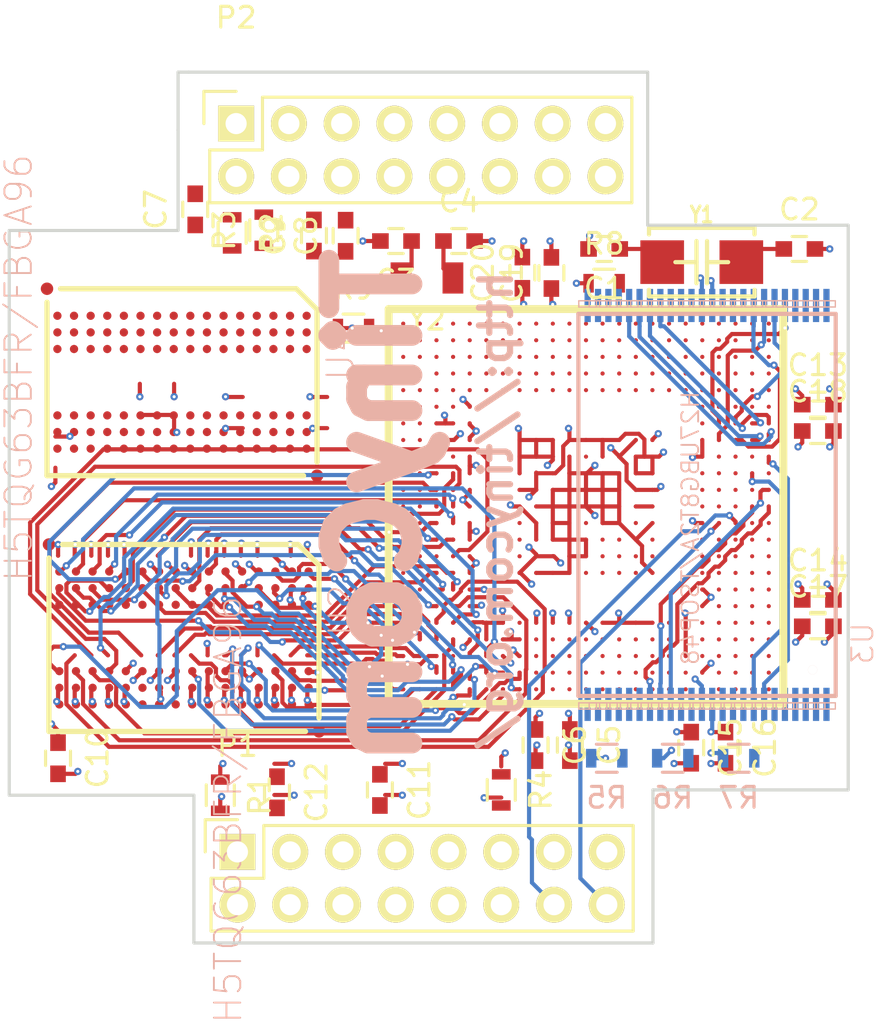
<source format=kicad_pcb>
(kicad_pcb (version 4) (host pcbnew 4.0.0-rc1-stable)
  (layers (0 F.Cu signal) (1 In1.Cu signal) (2 In2.Cu signal) (31 B.Cu signal) (34 B.Paste user hide) (35 F.Paste user hide) (36 B.SilkS user) (37 F.SilkS user) (38 B.Mask user) (39 F.Mask user) (44 Edge.Cuts user))
  (net 0 "")
  (net 1 "Net-(U1-PadF4)")
  (net 2 "Net-(U1-PadA14)")
  (net 3 "Net-(U1-PadA10)")
  (net 4 "Net-(U1-PadA9)")
  (net 5 "Net-(U1-PadA8)")
  (net 6 "Net-(U1-PadA6)")
  (net 7 "Net-(U1-PadA5)")
  (net 8 "Net-(U1-PadA4)")
  (net 9 "Net-(U1-PadA3)")
  (net 10 "Net-(U1-PadA2)")
  (net 11 "Net-(U1-PadE1)")
  (net 12 "Net-(U1-PadA11)")
  (net 13 "Net-(U1-PadA12)")
  (net 14 "Net-(U1-PadA13)")
  (net 15 "Net-(U1-PadB11)")
  (net 16 "Net-(U1-PadB12)")
  (net 17 "Net-(U1-PadB13)")
  (net 18 "Net-(U1-PadC11)")
  (net 19 "Net-(U1-PadC12)")
  (net 20 "Net-(U1-PadC13)")
  (net 21 "Net-(U1-PadD11)")
  (net 22 "Net-(U1-PadD12)")
  (net 23 "Net-(U1-PadD13)")
  (net 24 "Net-(U1-PadA22)")
  (net 25 "Net-(U1-PadA21)")
  (net 26 "Net-(U1-PadA20)")
  (net 27 "Net-(U1-PadA23)")
  (net 28 "Net-(U1-PadB14)")
  (net 29 "Net-(U1-PadD14)")
  (net 30 "Net-(U1-PadA19)")
  (net 31 "Net-(U1-PadD10)")
  (net 32 "Net-(U1-PadC10)")
  (net 33 "Net-(U1-PadB10)")
  (net 34 "Net-(U1-PadA15)")
  (net 35 "Net-(U1-PadA16)")
  (net 36 "Net-(U1-PadA17)")
  (net 37 "Net-(U1-PadA18)")
  (net 38 "Net-(U1-PadA1)")
  (net 39 "Net-(U1-PadB1)")
  (net 40 "Net-(U1-PadB2)")
  (net 41 "Net-(U1-PadB3)")
  (net 42 "Net-(U1-PadB4)")
  (net 43 "Net-(U1-PadB5)")
  (net 44 "Net-(U1-PadB6)")
  (net 45 "Net-(U1-PadB8)")
  (net 46 "Net-(U1-PadB9)")
  (net 47 "Net-(U1-PadC1)")
  (net 48 "Net-(U1-PadD1)")
  (net 49 "Net-(U1-PadC2)")
  (net 50 "Net-(U1-PadC3)")
  (net 51 "Net-(U1-PadC4)")
  (net 52 "Net-(U1-PadC5)")
  (net 53 "Net-(U1-PadC6)")
  (net 54 "Net-(U1-PadC7)")
  (net 55 "Net-(U1-PadC8)")
  (net 56 "Net-(U1-PadC9)")
  (net 57 "Net-(U1-PadD2)")
  (net 58 "Net-(U1-PadD3)")
  (net 59 "Net-(U1-PadD4)")
  (net 60 "Net-(U1-PadD5)")
  (net 61 "Net-(U1-PadD6)")
  (net 62 "Net-(U1-PadD7)")
  (net 63 "Net-(U1-PadD8)")
  (net 64 "Net-(U1-PadD9)")
  (net 65 "Net-(U1-PadP13)")
  (net 66 "Net-(U1-PadE11)")
  (net 67 "Net-(U1-PadE12)")
  (net 68 "Net-(U1-PadE13)")
  (net 69 "Net-(U1-PadE14)")
  (net 70 "Net-(U1-PadP14)")
  (net 71 "Net-(U1-PadE10)")
  (net 72 "Net-(U1-PadE2)")
  (net 73 "Net-(U1-PadE3)")
  (net 74 "Net-(U1-PadE4)")
  (net 75 "Net-(U1-PadF3)")
  (net 76 "Net-(U1-PadJ3)")
  (net 77 "Net-(U1-PadJ4)")
  (net 78 "Net-(U1-PadN8)")
  (net 79 "Net-(U1-PadP8)")
  (net 80 "Net-(U1-PadE5)")
  (net 81 "Net-(U1-PadE8)")
  (net 82 "Net-(U1-PadE9)")
  (net 83 "Net-(U2-PadJ1)")
  (net 84 "Net-(U2-PadJ9)")
  (net 85 "Net-(U2-PadL1)")
  (net 86 "Net-(U2-PadL9)")
  (net 87 SDQ0)
  (net 88 "Net-(U1-PadB15)")
  (net 89 "Net-(U1-PadB16)")
  (net 90 "Net-(U1-PadB17)")
  (net 91 "Net-(U1-PadB18)")
  (net 92 "Net-(U1-PadB19)")
  (net 93 "Net-(U1-PadB20)")
  (net 94 "Net-(U1-PadB21)")
  (net 95 "Net-(U1-PadB22)")
  (net 96 "Net-(U1-PadB23)")
  (net 97 "Net-(U1-PadC15)")
  (net 98 "Net-(U1-PadC16)")
  (net 99 "Net-(U1-PadC17)")
  (net 100 "Net-(U1-PadC18)")
  (net 101 "Net-(U1-PadC19)")
  (net 102 "Net-(U1-PadC20)")
  (net 103 "Net-(U1-PadC21)")
  (net 104 "Net-(U1-PadC22)")
  (net 105 "Net-(U1-PadC23)")
  (net 106 "Net-(U1-PadD15)")
  (net 107 "Net-(U1-PadD16)")
  (net 108 "Net-(U1-PadD17)")
  (net 109 "Net-(U1-PadD18)")
  (net 110 "Net-(U1-PadD19)")
  (net 111 "Net-(U1-PadD20)")
  (net 112 "Net-(U1-PadD21)")
  (net 113 "Net-(U1-PadD22)")
  (net 114 "Net-(U1-PadD23)")
  (net 115 "Net-(U1-PadE6)")
  (net 116 "Net-(U1-PadE7)")
  (net 117 "Net-(U1-PadE15)")
  (net 118 "Net-(U1-PadE16)")
  (net 119 "Net-(U1-PadE17)")
  (net 120 "Net-(U1-PadE18)")
  (net 121 "Net-(U1-PadE19)")
  (net 122 "Net-(U1-PadE20)")
  (net 123 "Net-(U1-PadE21)")
  (net 124 "Net-(U1-PadE22)")
  (net 125 "Net-(U1-PadE23)")
  (net 126 "Net-(U1-PadW8)")
  (net 127 "Net-(U1-PadW17)")
  (net 128 "Net-(U1-PadW19)")
  (net 129 "Net-(U1-PadW20)")
  (net 130 "Net-(U1-PadW21)")
  (net 131 "Net-(U1-PadW22)")
  (net 132 "Net-(U1-PadW23)")
  (net 133 "Net-(U1-PadY9)")
  (net 134 "Net-(U1-PadY10)")
  (net 135 "Net-(U1-PadY11)")
  (net 136 "Net-(U1-PadY12)")
  (net 137 "Net-(U1-PadY13)")
  (net 138 "Net-(U1-PadY14)")
  (net 139 "Net-(U1-PadY15)")
  (net 140 "Net-(U1-PadY16)")
  (net 141 "Net-(U1-PadY17)")
  (net 142 "Net-(U1-PadY19)")
  (net 143 "Net-(U1-PadY20)")
  (net 144 "Net-(U1-PadY21)")
  (net 145 "Net-(U1-PadY22)")
  (net 146 "Net-(U1-PadY23)")
  (net 147 "Net-(U1-PadAA4)")
  (net 148 "Net-(U1-PadAA9)")
  (net 149 "Net-(U1-PadAA10)")
  (net 150 "Net-(U1-PadAA11)")
  (net 151 "Net-(U1-PadAA12)")
  (net 152 "Net-(U1-PadAA13)")
  (net 153 "Net-(U1-PadAA14)")
  (net 154 "Net-(U1-PadAA15)")
  (net 155 "Net-(U1-PadAA16)")
  (net 156 "Net-(U1-PadAA17)")
  (net 157 "Net-(U1-PadAA19)")
  (net 158 "Net-(U1-PadAA20)")
  (net 159 "Net-(U1-PadAA21)")
  (net 160 "Net-(U1-PadAA22)")
  (net 161 "Net-(U1-PadAA23)")
  (net 162 "Net-(U1-PadAB9)")
  (net 163 "Net-(U1-PadAB10)")
  (net 164 "Net-(U1-PadAB11)")
  (net 165 "Net-(U1-PadAB12)")
  (net 166 "Net-(U1-PadAB13)")
  (net 167 "Net-(U1-PadAB14)")
  (net 168 "Net-(U1-PadAB15)")
  (net 169 "Net-(U1-PadAB16)")
  (net 170 "Net-(U1-PadAB17)")
  (net 171 "Net-(U1-PadAB18)")
  (net 172 "Net-(U1-PadAB20)")
  (net 173 "Net-(U1-PadAB21)")
  (net 174 "Net-(U1-PadAB22)")
  (net 175 "Net-(U1-PadAB23)")
  (net 176 "Net-(U1-PadAC9)")
  (net 177 "Net-(U1-PadAC10)")
  (net 178 "Net-(U1-PadAC11)")
  (net 179 "Net-(U1-PadAC12)")
  (net 180 "Net-(U1-PadAC13)")
  (net 181 "Net-(U1-PadAC14)")
  (net 182 "Net-(U1-PadAC15)")
  (net 183 "Net-(U1-PadAC16)")
  (net 184 "Net-(U1-PadAC17)")
  (net 185 "Net-(U1-PadAC18)")
  (net 186 "Net-(U1-PadAC20)")
  (net 187 "Net-(U1-PadAC21)")
  (net 188 "Net-(U1-PadAC22)")
  (net 189 "Net-(U1-PadAC23)")
  (net 190 "Net-(U1-PadF19)")
  (net 191 "Net-(U1-PadF20)")
  (net 192 "Net-(U1-PadF21)")
  (net 193 "Net-(U1-PadF22)")
  (net 194 "Net-(U1-PadF23)")
  (net 195 "Net-(U1-PadG19)")
  (net 196 "Net-(U1-PadJ20)")
  (net 197 "Net-(U1-PadJ21)")
  (net 198 "Net-(U1-PadJ22)")
  (net 199 "Net-(U1-PadK21)")
  (net 200 "Net-(U1-PadL21)")
  (net 201 "Net-(U1-PadL22)")
  (net 202 "Net-(U1-PadM21)")
  (net 203 "Net-(U1-PadP19)")
  (net 204 "Net-(U1-PadP22)")
  (net 205 "Net-(U1-PadP23)")
  (net 206 "Net-(U1-PadR19)")
  (net 207 "Net-(U1-PadR22)")
  (net 208 "Net-(U1-PadR23)")
  (net 209 "Net-(U1-PadT20)")
  (net 210 "Net-(U1-PadT21)")
  (net 211 "Net-(U1-PadT22)")
  (net 212 "Net-(U1-PadT23)")
  (net 213 "Net-(U1-PadU20)")
  (net 214 "Net-(U1-PadU21)")
  (net 215 "Net-(U1-PadU22)")
  (net 216 "Net-(U1-PadU23)")
  (net 217 "Net-(U1-PadV20)")
  (net 218 "Net-(U1-PadV21)")
  (net 219 "Net-(U1-PadV22)")
  (net 220 "Net-(U1-PadV23)")
  (net 221 "Net-(U1-PadN15)")
  (net 222 "Net-(U1-PadP16)")
  (net 223 "Net-(U1-PadR8)")
  (net 224 "Net-(U1-PadR13)")
  (net 225 "Net-(U1-PadR14)")
  (net 226 "Net-(U1-PadR15)")
  (net 227 "Net-(U1-PadR16)")
  (net 228 "Net-(U1-PadT13)")
  (net 229 "Net-(U1-PadT14)")
  (net 230 "Net-(U1-PadT15)")
  (net 231 SDQ5)
  (net 232 SDQ6)
  (net 233 SDQ3)
  (net 234 SDQ2)
  (net 235 SDQ7)
  (net 236 SDQ4)
  (net 237 SDQ1)
  (net 238 SA11)
  (net 239 SA0)
  (net 240 SA13)
  (net 241 SA4)
  (net 242 SA8)
  (net 243 SA10)
  (net 244 SA7)
  (net 245 SA3)
  (net 246 SA5)
  (net 247 SA12)
  (net 248 SA9)
  (net 249 SA14)
  (net 250 SA1)
  (net 251 SA2)
  (net 252 SA6)
  (net 253 GND)
  (net 254 SODT0)
  (net 255 SRST)
  (net 256 SDQM0)
  (net 257 SBA0)
  (net 258 SBA2)
  (net 259 SBA1)
  (net 260 SCKE0)
  (net 261 SWE)
  (net 262 SRAS)
  (net 263 SCAS)
  (net 264 SCS0)
  (net 265 "Net-(U1-PadG1)")
  (net 266 "Net-(U1-PadG2)")
  (net 267 "Net-(U1-PadH1)")
  (net 268 "Net-(U1-PadH2)")
  (net 269 "Net-(U1-PadJ1)")
  (net 270 "Net-(U1-PadJ2)")
  (net 271 "Net-(U1-PadK1)")
  (net 272 "Net-(U1-PadK2)")
  (net 273 "Net-(U1-PadL1)")
  (net 274 "Net-(U1-PadL2)")
  (net 275 "Net-(U1-PadM1)")
  (net 276 "Net-(U1-PadM2)")
  (net 277 "Net-(U1-PadN1)")
  (net 278 "Net-(U1-PadN2)")
  (net 279 "Net-(U1-PadP1)")
  (net 280 "Net-(U1-PadP2)")
  (net 281 "Net-(U1-PadR1)")
  (net 282 "Net-(U1-PadR2)")
  (net 283 "Net-(U1-PadT1)")
  (net 284 "Net-(U1-PadT2)")
  (net 285 "Net-(U1-PadU1)")
  (net 286 "Net-(U1-PadU2)")
  (net 287 "Net-(U2-PadM7)")
  (net 288 "Net-(U2-PadT7)")
  (net 289 SDQS0_P)
  (net 290 SDQS0_N)
  (net 291 SDQ13)
  (net 292 SDQ15)
  (net 293 SDQ12)
  (net 294 SDQS1_N)
  (net 295 SDQ14)
  (net 296 SDQ11)
  (net 297 SDQ9)
  (net 298 SDQS1_P)
  (net 299 SDQ10)
  (net 300 SDQM1)
  (net 301 SDQ8)
  (net 302 "Net-(R1-Pad1)")
  (net 303 SCK_P)
  (net 304 SCK_N)
  (net 305 "Net-(P2-Pad1)")
  (net 306 "Net-(P2-Pad2)")
  (net 307 "Net-(P2-Pad3)")
  (net 308 "Net-(P2-Pad4)")
  (net 309 "Net-(P2-Pad5)")
  (net 310 "Net-(P2-Pad6)")
  (net 311 "Net-(P2-Pad7)")
  (net 312 "Net-(P2-Pad8)")
  (net 313 "Net-(P2-Pad9)")
  (net 314 "Net-(P2-Pad10)")
  (net 315 "Net-(P2-Pad11)")
  (net 316 "Net-(P2-Pad12)")
  (net 317 "Net-(U3-Pad1)")
  (net 318 "Net-(U3-Pad2)")
  (net 319 "Net-(U3-Pad3)")
  (net 320 "Net-(U3-Pad4)")
  (net 321 "Net-(U3-Pad5)")
  (net 322 "Net-(U3-Pad6)")
  (net 323 "Net-(U3-Pad10)")
  (net 324 "Net-(U3-Pad11)")
  (net 325 "Net-(U3-Pad14)")
  (net 326 "Net-(U3-Pad15)")
  (net 327 "Net-(U3-Pad20)")
  (net 328 "Net-(U3-Pad21)")
  (net 329 "Net-(U3-Pad22)")
  (net 330 "Net-(U3-Pad23)")
  (net 331 "Net-(U3-Pad24)")
  (net 332 "Net-(U3-Pad25)")
  (net 333 "Net-(U3-Pad26)")
  (net 334 "Net-(U3-Pad27)")
  (net 335 "Net-(U3-Pad28)")
  (net 336 "Net-(U3-Pad33)")
  (net 337 "Net-(U3-Pad34)")
  (net 338 "Net-(U3-Pad35)")
  (net 339 "Net-(U3-Pad38)")
  (net 340 "Net-(U3-Pad39)")
  (net 341 "Net-(U3-Pad40)")
  (net 342 "Net-(U3-Pad45)")
  (net 343 "Net-(U3-Pad46)")
  (net 344 "Net-(U3-Pad47)")
  (net 345 "Net-(U3-Pad48)")
  (net 346 ND7)
  (net 347 ND6)
  (net 348 ND3)
  (net 349 ND2)
  (net 350 ND5)
  (net 351 ND4)
  (net 352 ND1)
  (net 353 ND0)
  (net 354 NRB0)
  (net 355 NRE#)
  (net 356 NCLE)
  (net 357 NALE)
  (net 358 NWE#)
  (net 359 "Net-(C1-Pad1)")
  (net 360 "Net-(C2-Pad1)")
  (net 361 "Net-(C3-Pad1)")
  (net 362 "Net-(C4-Pad1)")
  (net 363 SVREF)
  (net 364 "Net-(R4-Pad1)")
  (net 365 VCC_15)
  (net 366 SDC0_D1)
  (net 367 VCC_12)
  (net 368 SDC0_D0)
  (net 369 VCC_33)
  (net 370 SDC0_CLK)
  (net 371 UDP1)
  (net 372 SDC0_CMD)
  (net 373 UDM1)
  (net 374 SDC0_D3)
  (net 375 UDP0)
  (net 376 SDC0_D2)
  (net 377 UDM0)
  (net 378 UART0_TX)
  (net 379 UART0_RX)
  (net 380 UDM2)
  (net 381 UDP2)
  (net 382 VCC_30)
  (net 383 "Net-(R5-Pad2)")
  (net 384 NCE0)
  (net 385 VDD_12)
  (net 386 "Net-(R8-Pad2)")
  (net 387 "Net-(R9-Pad2)")
  (net 388 "Net-(U1-PadN16)")
  (net 389 "Net-(U1-PadT16)")
  (net 390 "Net-(U4-PadA1)")
  (net 391 "Net-(U4-PadA2)")
  (net 392 "Net-(U4-PadA3)")
  (net 393 "Net-(U4-PadA7)")
  (net 394 "Net-(U4-PadA8)")
  (net 395 "Net-(U4-PadA9)")
  (net 396 "Net-(U4-PadB1)")
  (net 397 "Net-(U4-PadB2)")
  (net 398 "Net-(U4-PadB3)")
  (net 399 "Net-(U4-PadB7)")
  (net 400 "Net-(U4-PadB8)")
  (net 401 "Net-(U4-PadB9)")
  (net 402 "Net-(U4-PadC1)")
  (net 403 "Net-(U4-PadC2)")
  (net 404 "Net-(U4-PadC3)")
  (net 405 "Net-(U4-PadC7)")
  (net 406 "Net-(U4-PadC8)")
  (net 407 "Net-(U4-PadC9)")
  (net 408 "Net-(U4-PadD1)")
  (net 409 "Net-(U4-PadD2)")
  (net 410 "Net-(U4-PadD3)")
  (net 411 "Net-(U4-PadD7)")
  (net 412 "Net-(U4-PadD8)")
  (net 413 "Net-(U4-PadD9)")
  (net 414 "Net-(U4-PadE1)")
  (net 415 "Net-(U4-PadE2)")
  (net 416 "Net-(U4-PadE3)")
  (net 417 "Net-(U4-PadE7)")
  (net 418 "Net-(U4-PadE8)")
  (net 419 "Net-(U4-PadE9)")
  (net 420 "Net-(U4-PadF1)")
  (net 421 "Net-(U4-PadF2)")
  (net 422 "Net-(U4-PadF3)")
  (net 423 "Net-(U4-PadF7)")
  (net 424 "Net-(U4-PadF8)")
  (net 425 "Net-(U4-PadF9)")
  (net 426 "Net-(U4-PadG1)")
  (net 427 "Net-(U4-PadG2)")
  (net 428 "Net-(U4-PadG3)")
  (net 429 "Net-(U4-PadG7)")
  (net 430 "Net-(U4-PadG8)")
  (net 431 "Net-(U4-PadG9)")
  (net 432 "Net-(U4-PadH1)")
  (net 433 "Net-(U4-PadH2)")
  (net 434 "Net-(U4-PadH3)")
  (net 435 "Net-(U4-PadH7)")
  (net 436 "Net-(U4-PadH8)")
  (net 437 "Net-(U4-PadH9)")
  (net 438 "Net-(U4-PadJ1)")
  (net 439 "Net-(U4-PadJ2)")
  (net 440 "Net-(U4-PadJ3)")
  (net 441 "Net-(U4-PadJ7)")
  (net 442 "Net-(U4-PadJ8)")
  (net 443 "Net-(U4-PadJ9)")
  (net 444 "Net-(U4-PadK1)")
  (net 445 "Net-(U4-PadK2)")
  (net 446 "Net-(U4-PadK3)")
  (net 447 "Net-(U4-PadK7)")
  (net 448 "Net-(U4-PadK8)")
  (net 449 "Net-(U4-PadK9)")
  (net 450 "Net-(U4-PadL1)")
  (net 451 "Net-(U4-PadL2)")
  (net 452 "Net-(U4-PadL3)")
  (net 453 "Net-(U4-PadL7)")
  (net 454 "Net-(U4-PadL8)")
  (net 455 "Net-(U4-PadL9)")
  (net 456 "Net-(U4-PadM1)")
  (net 457 "Net-(U4-PadM2)")
  (net 458 "Net-(U4-PadM3)")
  (net 459 "Net-(U4-PadM7)")
  (net 460 "Net-(U4-PadM8)")
  (net 461 "Net-(U4-PadM9)")
  (net 462 "Net-(U4-PadN1)")
  (net 463 "Net-(U4-PadN2)")
  (net 464 "Net-(U4-PadN3)")
  (net 465 "Net-(U4-PadN7)")
  (net 466 "Net-(U4-PadN8)")
  (net 467 "Net-(U4-PadN9)")
  (net 468 "Net-(U4-PadP1)")
  (net 469 "Net-(U4-PadP2)")
  (net 470 "Net-(U4-PadP3)")
  (net 471 "Net-(U4-PadP7)")
  (net 472 "Net-(U4-PadP8)")
  (net 473 "Net-(U4-PadP9)")
  (net 474 "Net-(U4-PadR1)")
  (net 475 "Net-(U4-PadR2)")
  (net 476 "Net-(U4-PadR3)")
  (net 477 "Net-(U4-PadR7)")
  (net 478 "Net-(U4-PadR8)")
  (net 479 "Net-(U4-PadR9)")
  (net 480 "Net-(U4-PadT1)")
  (net 481 "Net-(U4-PadT2)")
  (net 482 "Net-(U4-PadT3)")
  (net 483 "Net-(U4-PadT7)")
  (net 484 "Net-(U4-PadT8)")
  (net 485 "Net-(U4-PadT9)")
  (module Resistors_SMD:R_0603 (layer F.Cu) (at 95.5675 127.877 270)
    (fp_text reference R2 (at 0 -1.9 270) (layer F.SilkS))
    (fp_text value R_Small)
    (pad 1 smd rect (at -0.75 0 270) (size 0.5 0.9) (layers F.Cu F.Paste F.Mask) (net 365 VCC_15))
    (pad 2 smd rect (at 0.75 0 270) (size 0.5 0.9) (layers F.Cu F.Paste F.Mask) (net 363 SVREF))
  )
  (module Resistors_SMD:R_0603 (layer F.Cu) (at 97.0915 127.75 90)
    (fp_text reference R3 (at 0 -1.9 90) (layer F.SilkS))
    (fp_text value R_Small)
    (pad 1 smd rect (at -0.75 0 90) (size 0.5 0.9) (layers F.Cu F.Paste F.Mask) (net 363 SVREF))
    (pad 2 smd rect (at 0.75 0 90) (size 0.5 0.9) (layers F.Cu F.Paste F.Mask) (net 253 GND))
  )
  (module ax209:ax209-OLIMEX_IC_FBGA96 (layer F.Cu) (at 93.24848 147.37334 270)
    (fp_text reference U2 (at -1.32334 -7.6327 270) (layer B.SilkS) (effects (font (size 1.27 1.27) (thickness 0.0889))))
    (fp_text value H5TQG63BFR/FBGA96 (at 8.26516 -2.12598 270) (layer B.SilkS) (effects (font (size 1.27 1.27) (thickness 0.0889))))
    (pad A1 smd circle (at -3.19786 -5.99948 270) (size 0.39878 0.39878) (layers F.Cu F.Paste F.Mask) (net 365 VCC_15))
    (pad A2 smd circle (at -2.39776 -5.99948 270) (size 0.39878 0.39878) (layers F.Cu F.Paste F.Mask) (net 291 SDQ13))
    (pad A3 smd circle (at -1.59766 -5.99948 270) (size 0.39878 0.39878) (layers F.Cu F.Paste F.Mask) (net 292 SDQ15))
    (pad A7 smd circle (at 1.59766 -5.99948 270) (size 0.39878 0.39878) (layers F.Cu F.Paste F.Mask) (net 293 SDQ12))
    (pad A8 smd circle (at 2.39776 -5.99948 270) (size 0.39878 0.39878) (layers F.Cu F.Paste F.Mask) (net 365 VCC_15))
    (pad A9 smd circle (at 3.19786 -5.99948 270) (size 0.39878 0.39878) (layers F.Cu F.Paste F.Mask) (net 253 GND))
    (pad B1 smd circle (at -3.19786 -5.19938 270) (size 0.39878 0.39878) (layers F.Cu F.Paste F.Mask) (net 253 GND))
    (pad B2 smd circle (at -2.39776 -5.19938 270) (size 0.39878 0.39878) (layers F.Cu F.Paste F.Mask) (net 365 VCC_15))
    (pad B3 smd circle (at -1.59766 -5.19938 270) (size 0.39878 0.39878) (layers F.Cu F.Paste F.Mask) (net 253 GND))
    (pad B7 smd circle (at 1.59766 -5.19938 270) (size 0.39878 0.39878) (layers F.Cu F.Paste F.Mask) (net 294 SDQS1_N))
    (pad B8 smd circle (at 2.39776 -5.19938 270) (size 0.39878 0.39878) (layers F.Cu F.Paste F.Mask) (net 295 SDQ14))
    (pad B9 smd circle (at 3.19786 -5.19938 270) (size 0.39878 0.39878) (layers F.Cu F.Paste F.Mask) (net 253 GND))
    (pad C1 smd circle (at -3.19786 -4.39928 270) (size 0.39878 0.39878) (layers F.Cu F.Paste F.Mask) (net 365 VCC_15))
    (pad C2 smd circle (at -2.39776 -4.39928 270) (size 0.39878 0.39878) (layers F.Cu F.Paste F.Mask) (net 296 SDQ11))
    (pad C3 smd circle (at -1.59766 -4.39928 270) (size 0.39878 0.39878) (layers F.Cu F.Paste F.Mask) (net 297 SDQ9))
    (pad C7 smd circle (at 1.59766 -4.39928 270) (size 0.39878 0.39878) (layers F.Cu F.Paste F.Mask) (net 298 SDQS1_P))
    (pad C8 smd circle (at 2.39776 -4.39928 270) (size 0.39878 0.39878) (layers F.Cu F.Paste F.Mask) (net 299 SDQ10))
    (pad C9 smd circle (at 3.19786 -4.39928 270) (size 0.39878 0.39878) (layers F.Cu F.Paste F.Mask) (net 365 VCC_15))
    (pad D1 smd circle (at -3.19786 -3.59918 270) (size 0.39878 0.39878) (layers F.Cu F.Paste F.Mask) (net 253 GND))
    (pad D2 smd circle (at -2.39776 -3.59918 270) (size 0.39878 0.39878) (layers F.Cu F.Paste F.Mask) (net 365 VCC_15))
    (pad D3 smd circle (at -1.59766 -3.59918 270) (size 0.39878 0.39878) (layers F.Cu F.Paste F.Mask) (net 300 SDQM1))
    (pad D7 smd circle (at 1.59766 -3.59918 270) (size 0.39878 0.39878) (layers F.Cu F.Paste F.Mask) (net 301 SDQ8))
    (pad D8 smd circle (at 2.39776 -3.59918 270) (size 0.39878 0.39878) (layers F.Cu F.Paste F.Mask) (net 253 GND))
    (pad D9 smd circle (at 3.19786 -3.59918 270) (size 0.39878 0.39878) (layers F.Cu F.Paste F.Mask) (net 365 VCC_15))
    (pad E1 smd circle (at -3.19786 -2.79908 270) (size 0.39878 0.39878) (layers F.Cu F.Paste F.Mask) (net 253 GND))
    (pad E2 smd circle (at -2.39776 -2.79908 270) (size 0.39878 0.39878) (layers F.Cu F.Paste F.Mask) (net 253 GND))
    (pad E3 smd circle (at -1.59766 -2.79908 270) (size 0.39878 0.39878) (layers F.Cu F.Paste F.Mask) (net 87 SDQ0))
    (pad E7 smd circle (at 1.59766 -2.79908 270) (size 0.39878 0.39878) (layers F.Cu F.Paste F.Mask) (net 256 SDQM0))
    (pad E8 smd circle (at 2.39776 -2.79908 270) (size 0.39878 0.39878) (layers F.Cu F.Paste F.Mask) (net 253 GND))
    (pad E9 smd circle (at 3.19786 -2.79908 270) (size 0.39878 0.39878) (layers F.Cu F.Paste F.Mask) (net 365 VCC_15))
    (pad F1 smd circle (at -3.19786 -1.99898 270) (size 0.39878 0.39878) (layers F.Cu F.Paste F.Mask) (net 365 VCC_15))
    (pad F2 smd circle (at -2.39776 -1.99898 270) (size 0.39878 0.39878) (layers F.Cu F.Paste F.Mask) (net 234 SDQ2))
    (pad F3 smd circle (at -1.59766 -1.99898 270) (size 0.39878 0.39878) (layers F.Cu F.Paste F.Mask) (net 289 SDQS0_P))
    (pad F7 smd circle (at 1.59766 -1.99898 270) (size 0.39878 0.39878) (layers F.Cu F.Paste F.Mask) (net 237 SDQ1))
    (pad F8 smd circle (at 2.39776 -1.99898 270) (size 0.39878 0.39878) (layers F.Cu F.Paste F.Mask) (net 233 SDQ3))
    (pad F9 smd circle (at 3.19786 -1.99898 270) (size 0.39878 0.39878) (layers F.Cu F.Paste F.Mask) (net 253 GND))
    (pad FID1 smd circle (at -4.49834 6.49986 270) (size 0.59944 0.59944) (layers F.Cu F.Paste F.Mask))
    (pad FID2 smd circle (at 4.49834 -6.49986 270) (size 0.59944 0.59944) (layers F.Cu F.Paste F.Mask))
    (pad G1 smd circle (at -3.19786 -1.19888 270) (size 0.39878 0.39878) (layers F.Cu F.Paste F.Mask) (net 253 GND))
    (pad G2 smd circle (at -2.39776 -1.19888 270) (size 0.39878 0.39878) (layers F.Cu F.Paste F.Mask) (net 232 SDQ6))
    (pad G3 smd circle (at -1.59766 -1.19888 270) (size 0.39878 0.39878) (layers F.Cu F.Paste F.Mask) (net 290 SDQS0_N))
    (pad G7 smd circle (at 1.59766 -1.19888 270) (size 0.39878 0.39878) (layers F.Cu F.Paste F.Mask) (net 365 VCC_15))
    (pad G8 smd circle (at 2.39776 -1.19888 270) (size 0.39878 0.39878) (layers F.Cu F.Paste F.Mask) (net 253 GND))
    (pad G9 smd circle (at 3.19786 -1.19888 270) (size 0.39878 0.39878) (layers F.Cu F.Paste F.Mask) (net 253 GND))
    (pad H1 smd circle (at -3.19786 -0.39878 270) (size 0.39878 0.39878) (layers F.Cu F.Paste F.Mask) (net 363 SVREF))
    (pad H2 smd circle (at -2.39776 -0.39878 270) (size 0.39878 0.39878) (layers F.Cu F.Paste F.Mask) (net 365 VCC_15))
    (pad H3 smd circle (at -1.59766 -0.39878 270) (size 0.39878 0.39878) (layers F.Cu F.Paste F.Mask) (net 236 SDQ4))
    (pad H7 smd circle (at 1.59766 -0.39878 270) (size 0.39878 0.39878) (layers F.Cu F.Paste F.Mask) (net 235 SDQ7))
    (pad H8 smd circle (at 2.39776 -0.39878 270) (size 0.39878 0.39878) (layers F.Cu F.Paste F.Mask) (net 231 SDQ5))
    (pad H9 smd circle (at 3.19786 -0.39878 270) (size 0.39878 0.39878) (layers F.Cu F.Paste F.Mask) (net 365 VCC_15))
    (pad J1 smd circle (at -3.19786 0.39878 270) (size 0.39878 0.39878) (layers F.Cu F.Paste F.Mask) (net 83 "Net-(U2-PadJ1)"))
    (pad J2 smd circle (at -2.39776 0.39878 270) (size 0.39878 0.39878) (layers F.Cu F.Paste F.Mask) (net 253 GND))
    (pad J3 smd circle (at -1.59766 0.39878 270) (size 0.39878 0.39878) (layers F.Cu F.Paste F.Mask) (net 262 SRAS))
    (pad J7 smd circle (at 1.59766 0.39878 270) (size 0.39878 0.39878) (layers F.Cu F.Paste F.Mask) (net 303 SCK_P))
    (pad J8 smd circle (at 2.39776 0.39878 270) (size 0.39878 0.39878) (layers F.Cu F.Paste F.Mask) (net 253 GND))
    (pad J9 smd circle (at 3.19786 0.39878 270) (size 0.39878 0.39878) (layers F.Cu F.Paste F.Mask) (net 84 "Net-(U2-PadJ9)"))
    (pad K1 smd circle (at -3.19786 1.19888 270) (size 0.39878 0.39878) (layers F.Cu F.Paste F.Mask) (net 254 SODT0))
    (pad K2 smd circle (at -2.39776 1.19888 270) (size 0.39878 0.39878) (layers F.Cu F.Paste F.Mask) (net 365 VCC_15))
    (pad K3 smd circle (at -1.59766 1.19888 270) (size 0.39878 0.39878) (layers F.Cu F.Paste F.Mask) (net 263 SCAS))
    (pad K7 smd circle (at 1.59766 1.19888 270) (size 0.39878 0.39878) (layers F.Cu F.Paste F.Mask) (net 304 SCK_N))
    (pad K8 smd circle (at 2.39776 1.19888 270) (size 0.39878 0.39878) (layers F.Cu F.Paste F.Mask) (net 365 VCC_15))
    (pad K9 smd circle (at 3.19786 1.19888 270) (size 0.39878 0.39878) (layers F.Cu F.Paste F.Mask) (net 260 SCKE0))
    (pad L1 smd circle (at -3.19786 1.99898 270) (size 0.39878 0.39878) (layers F.Cu F.Paste F.Mask) (net 85 "Net-(U2-PadL1)"))
    (pad L2 smd circle (at -2.39776 1.99898 270) (size 0.39878 0.39878) (layers F.Cu F.Paste F.Mask) (net 264 SCS0))
    (pad L3 smd circle (at -1.59766 1.99898 270) (size 0.39878 0.39878) (layers F.Cu F.Paste F.Mask) (net 261 SWE))
    (pad L7 smd circle (at 1.59766 1.99898 270) (size 0.39878 0.39878) (layers F.Cu F.Paste F.Mask) (net 243 SA10))
    (pad L8 smd circle (at 2.39776 1.99898 270) (size 0.39878 0.39878) (layers F.Cu F.Paste F.Mask) (net 302 "Net-(R1-Pad1)"))
    (pad L9 smd circle (at 3.19786 1.99898 270) (size 0.39878 0.39878) (layers F.Cu F.Paste F.Mask) (net 86 "Net-(U2-PadL9)"))
    (pad M1 smd circle (at -3.19786 2.79908 270) (size 0.39878 0.39878) (layers F.Cu F.Paste F.Mask) (net 253 GND))
    (pad M2 smd circle (at -2.39776 2.79908 270) (size 0.39878 0.39878) (layers F.Cu F.Paste F.Mask) (net 257 SBA0))
    (pad M3 smd circle (at -1.59766 2.79908 270) (size 0.39878 0.39878) (layers F.Cu F.Paste F.Mask) (net 258 SBA2))
    (pad M7 smd circle (at 1.59766 2.79908 270) (size 0.39878 0.39878) (layers F.Cu F.Paste F.Mask) (net 287 "Net-(U2-PadM7)"))
    (pad M8 smd circle (at 2.39776 2.79908 270) (size 0.39878 0.39878) (layers F.Cu F.Paste F.Mask) (net 363 SVREF))
    (pad M9 smd circle (at 3.19786 2.79908 270) (size 0.39878 0.39878) (layers F.Cu F.Paste F.Mask) (net 253 GND))
    (pad N1 smd circle (at -3.19786 3.59918 270) (size 0.39878 0.39878) (layers F.Cu F.Paste F.Mask) (net 365 VCC_15))
    (pad N2 smd circle (at -2.39776 3.59918 270) (size 0.39878 0.39878) (layers F.Cu F.Paste F.Mask) (net 245 SA3))
    (pad N3 smd circle (at -1.59766 3.59918 270) (size 0.39878 0.39878) (layers F.Cu F.Paste F.Mask) (net 239 SA0))
    (pad N7 smd circle (at 1.59766 3.59918 270) (size 0.39878 0.39878) (layers F.Cu F.Paste F.Mask) (net 247 SA12))
    (pad N8 smd circle (at 2.39776 3.59918 270) (size 0.39878 0.39878) (layers F.Cu F.Paste F.Mask) (net 259 SBA1))
    (pad N9 smd circle (at 3.19786 3.59918 270) (size 0.39878 0.39878) (layers F.Cu F.Paste F.Mask) (net 365 VCC_15))
    (pad P1 smd circle (at -3.19786 4.39928 270) (size 0.39878 0.39878) (layers F.Cu F.Paste F.Mask) (net 253 GND))
    (pad P2 smd circle (at -2.39776 4.39928 270) (size 0.39878 0.39878) (layers F.Cu F.Paste F.Mask) (net 246 SA5))
    (pad P3 smd circle (at -1.59766 4.39928 270) (size 0.39878 0.39878) (layers F.Cu F.Paste F.Mask) (net 251 SA2))
    (pad P7 smd circle (at 1.59766 4.39928 270) (size 0.39878 0.39878) (layers F.Cu F.Paste F.Mask) (net 250 SA1))
    (pad P8 smd circle (at 2.39776 4.39928 270) (size 0.39878 0.39878) (layers F.Cu F.Paste F.Mask) (net 241 SA4))
    (pad P9 smd circle (at 3.19786 4.39928 270) (size 0.39878 0.39878) (layers F.Cu F.Paste F.Mask) (net 253 GND))
    (pad R1 smd circle (at -3.19786 5.19938 270) (size 0.39878 0.39878) (layers F.Cu F.Paste F.Mask) (net 365 VCC_15))
    (pad R2 smd circle (at -2.39776 5.19938 270) (size 0.39878 0.39878) (layers F.Cu F.Paste F.Mask) (net 244 SA7))
    (pad R3 smd circle (at -1.59766 5.19938 270) (size 0.39878 0.39878) (layers F.Cu F.Paste F.Mask) (net 248 SA9))
    (pad R7 smd circle (at 1.59766 5.19938 270) (size 0.39878 0.39878) (layers F.Cu F.Paste F.Mask) (net 238 SA11))
    (pad R8 smd circle (at 2.39776 5.19938 270) (size 0.39878 0.39878) (layers F.Cu F.Paste F.Mask) (net 252 SA6))
    (pad R9 smd circle (at 3.19786 5.19938 270) (size 0.39878 0.39878) (layers F.Cu F.Paste F.Mask) (net 365 VCC_15))
    (pad T1 smd circle (at -3.19786 5.99948 270) (size 0.39878 0.39878) (layers F.Cu F.Paste F.Mask) (net 253 GND))
    (pad T2 smd circle (at -2.39776 5.99948 270) (size 0.39878 0.39878) (layers F.Cu F.Paste F.Mask) (net 255 SRST))
    (pad T3 smd circle (at -1.59766 5.99948 270) (size 0.39878 0.39878) (layers F.Cu F.Paste F.Mask) (net 240 SA13))
    (pad T7 smd circle (at 1.59766 5.99948 270) (size 0.39878 0.39878) (layers F.Cu F.Paste F.Mask) (net 288 "Net-(U2-PadT7)"))
    (pad T8 smd circle (at 2.39776 5.99948 270) (size 0.39878 0.39878) (layers F.Cu F.Paste F.Mask) (net 242 SA8))
    (pad T9 smd circle (at 3.19786 5.99948 270) (size 0.39878 0.39878) (layers F.Cu F.Paste F.Mask) (net 253 GND))
  )
  (module Resistors_SMD:R_0603 (layer F.Cu) (at 94.996 154.94 270)
    (fp_text reference R1 (at 0 -1.9 270) (layer F.SilkS))
    (fp_text value R_Small)
    (pad 1 smd rect (at -0.75 0 270) (size 0.5 0.9) (layers F.Cu F.Paste F.Mask) (net 302 "Net-(R1-Pad1)"))
    (pad 2 smd rect (at 0.75 0 270) (size 0.5 0.9) (layers F.Cu F.Paste F.Mask) (net 253 GND))
  )
  (module 441fbga-p08:441TFBGA-P0.8 (layer F.Cu) (at 112.601 141.044)
    (fp_text reference U1)
    (fp_text value ALLWINNERA10/TFBGA441 hide)
    (pad A1 smd oval (at -8.79856 -8.79856) (size 0.19812 0.19812) (layers F.Cu F.Paste F.Mask) (net 38 "Net-(U1-PadA1)"))
    (pad A2 smd oval (at -7.99846 -8.79856) (size 0.19812 0.19812) (layers F.Cu F.Paste F.Mask) (net 10 "Net-(U1-PadA2)"))
    (pad A3 smd oval (at -7.19836 -8.79856) (size 0.20066 0.19812) (layers F.Cu F.Paste F.Mask) (net 9 "Net-(U1-PadA3)"))
    (pad A4 smd oval (at -6.39826 -8.79856) (size 0.20066 0.19812) (layers F.Cu F.Paste F.Mask) (net 8 "Net-(U1-PadA4)"))
    (pad A5 smd oval (at -5.59816 -8.79856) (size 0.20066 0.19812) (layers F.Cu F.Paste F.Mask) (net 7 "Net-(U1-PadA5)"))
    (pad A6 smd oval (at -4.79806 -8.79856) (size 0.20066 0.19812) (layers F.Cu F.Paste F.Mask) (net 6 "Net-(U1-PadA6)"))
    (pad A7 smd oval (at -3.99796 -8.79856) (size 0.20066 0.19812) (layers F.Cu F.Paste F.Mask) (net 378 UART0_TX))
    (pad A8 smd oval (at -3.19786 -8.79856) (size 0.20066 0.19812) (layers F.Cu F.Paste F.Mask) (net 5 "Net-(U1-PadA8)"))
    (pad A9 smd oval (at -2.39776 -8.79856) (size 0.20066 0.19812) (layers F.Cu F.Paste F.Mask) (net 4 "Net-(U1-PadA9)"))
    (pad A10 smd oval (at -1.59766 -8.79856) (size 0.20066 0.19812) (layers F.Cu F.Paste F.Mask) (net 3 "Net-(U1-PadA10)"))
    (pad A11 smd oval (at -0.79756 -8.79856) (size 0.20066 0.19812) (layers F.Cu F.Paste F.Mask) (net 12 "Net-(U1-PadA11)"))
    (pad A12 smd oval (at 0 -8.79856) (size 0.19812 0.19812) (layers F.Cu F.Paste F.Mask) (net 13 "Net-(U1-PadA12)"))
    (pad A13 smd oval (at 0.79756 -8.79856) (size 0.20066 0.19812) (layers F.Cu F.Paste F.Mask) (net 14 "Net-(U1-PadA13)"))
    (pad A14 smd oval (at 1.59766 -8.79856) (size 0.20066 0.19812) (layers F.Cu F.Paste F.Mask) (net 2 "Net-(U1-PadA14)"))
    (pad A15 smd oval (at 2.39776 -8.79856) (size 0.20066 0.19812) (layers F.Cu F.Paste F.Mask) (net 34 "Net-(U1-PadA15)"))
    (pad A16 smd oval (at 3.19786 -8.79856) (size 0.20066 0.19812) (layers F.Cu F.Paste F.Mask) (net 35 "Net-(U1-PadA16)"))
    (pad A17 smd oval (at 3.99796 -8.79856) (size 0.20066 0.19812) (layers F.Cu F.Paste F.Mask) (net 36 "Net-(U1-PadA17)"))
    (pad A18 smd oval (at 4.79806 -8.79856) (size 0.20066 0.19812) (layers F.Cu F.Paste F.Mask) (net 37 "Net-(U1-PadA18)"))
    (pad A19 smd oval (at 5.59816 -8.79856) (size 0.20066 0.19812) (layers F.Cu F.Paste F.Mask) (net 30 "Net-(U1-PadA19)"))
    (pad A20 smd oval (at 6.39826 -8.79856) (size 0.20066 0.19812) (layers F.Cu F.Paste F.Mask) (net 26 "Net-(U1-PadA20)"))
    (pad A21 smd oval (at 7.19836 -8.79856) (size 0.20066 0.19812) (layers F.Cu F.Paste F.Mask) (net 25 "Net-(U1-PadA21)"))
    (pad A22 smd oval (at 7.99846 -8.79856) (size 0.19812 0.19812) (layers F.Cu F.Paste F.Mask) (net 24 "Net-(U1-PadA22)"))
    (pad A23 smd oval (at 8.79856 -8.79856) (size 0.19812 0.19812) (layers F.Cu F.Paste F.Mask) (net 27 "Net-(U1-PadA23)"))
    (pad B1 smd oval (at -8.79856 -7.99846) (size 0.19812 0.19812) (layers F.Cu F.Paste F.Mask) (net 39 "Net-(U1-PadB1)"))
    (pad B2 smd oval (at -7.99846 -7.99846) (size 0.19812 0.19812) (layers F.Cu F.Paste F.Mask) (net 40 "Net-(U1-PadB2)"))
    (pad B3 smd oval (at -7.19836 -7.99846) (size 0.20066 0.19812) (layers F.Cu F.Paste F.Mask) (net 41 "Net-(U1-PadB3)"))
    (pad B4 smd oval (at -6.39826 -7.99846) (size 0.20066 0.19812) (layers F.Cu F.Paste F.Mask) (net 42 "Net-(U1-PadB4)"))
    (pad B5 smd oval (at -5.59816 -7.99846) (size 0.20066 0.19812) (layers F.Cu F.Paste F.Mask) (net 43 "Net-(U1-PadB5)"))
    (pad B6 smd oval (at -4.79806 -7.99846) (size 0.20066 0.19812) (layers F.Cu F.Paste F.Mask) (net 44 "Net-(U1-PadB6)"))
    (pad B7 smd oval (at -3.99796 -7.99846) (size 0.20066 0.19812) (layers F.Cu F.Paste F.Mask) (net 379 UART0_RX))
    (pad B8 smd oval (at -3.19786 -7.99846) (size 0.20066 0.19812) (layers F.Cu F.Paste F.Mask) (net 45 "Net-(U1-PadB8)"))
    (pad B9 smd oval (at -2.39776 -7.99846) (size 0.20066 0.19812) (layers F.Cu F.Paste F.Mask) (net 46 "Net-(U1-PadB9)"))
    (pad B10 smd oval (at -1.59766 -7.99846) (size 0.20066 0.19812) (layers F.Cu F.Paste F.Mask) (net 33 "Net-(U1-PadB10)"))
    (pad B11 smd oval (at -0.79756 -7.99846) (size 0.20066 0.19812) (layers F.Cu F.Paste F.Mask) (net 15 "Net-(U1-PadB11)"))
    (pad B12 smd oval (at 0 -7.99846) (size 0.19812 0.19812) (layers F.Cu F.Paste F.Mask) (net 16 "Net-(U1-PadB12)"))
    (pad B13 smd oval (at 0.79756 -7.99846) (size 0.20066 0.19812) (layers F.Cu F.Paste F.Mask) (net 17 "Net-(U1-PadB13)"))
    (pad B14 smd oval (at 1.59766 -7.99846) (size 0.20066 0.19812) (layers F.Cu F.Paste F.Mask) (net 28 "Net-(U1-PadB14)"))
    (pad B15 smd oval (at 2.39776 -7.99846) (size 0.20066 0.19812) (layers F.Cu F.Paste F.Mask) (net 88 "Net-(U1-PadB15)"))
    (pad B16 smd oval (at 3.19786 -7.99846) (size 0.20066 0.19812) (layers F.Cu F.Paste F.Mask) (net 89 "Net-(U1-PadB16)"))
    (pad B17 smd oval (at 3.99796 -7.99846) (size 0.20066 0.19812) (layers F.Cu F.Paste F.Mask) (net 90 "Net-(U1-PadB17)"))
    (pad B18 smd oval (at 4.79806 -7.99846) (size 0.20066 0.19812) (layers F.Cu F.Paste F.Mask) (net 91 "Net-(U1-PadB18)"))
    (pad B19 smd oval (at 5.59816 -7.99846) (size 0.20066 0.19812) (layers F.Cu F.Paste F.Mask) (net 92 "Net-(U1-PadB19)"))
    (pad B20 smd oval (at 6.39826 -7.99846) (size 0.20066 0.19812) (layers F.Cu F.Paste F.Mask) (net 93 "Net-(U1-PadB20)"))
    (pad B21 smd oval (at 7.19836 -7.99846) (size 0.20066 0.19812) (layers F.Cu F.Paste F.Mask) (net 94 "Net-(U1-PadB21)"))
    (pad B22 smd oval (at 7.99846 -7.99846) (size 0.19812 0.19812) (layers F.Cu F.Paste F.Mask) (net 95 "Net-(U1-PadB22)"))
    (pad B23 smd oval (at 8.79856 -7.99846) (size 0.19812 0.19812) (layers F.Cu F.Paste F.Mask) (net 96 "Net-(U1-PadB23)"))
    (pad C1 smd oval (at -8.79856 -7.19836) (size 0.19812 0.20066) (layers F.Cu F.Paste F.Mask) (net 47 "Net-(U1-PadC1)"))
    (pad C2 smd oval (at -7.99846 -7.19836) (size 0.19812 0.20066) (layers F.Cu F.Paste F.Mask) (net 49 "Net-(U1-PadC2)"))
    (pad C3 smd oval (at -7.19836 -7.19836) (size 0.20066 0.20066) (layers F.Cu F.Paste F.Mask) (net 50 "Net-(U1-PadC3)"))
    (pad C4 smd oval (at -6.39826 -7.19836) (size 0.20066 0.20066) (layers F.Cu F.Paste F.Mask) (net 51 "Net-(U1-PadC4)"))
    (pad C5 smd oval (at -5.59816 -7.19836) (size 0.20066 0.20066) (layers F.Cu F.Paste F.Mask) (net 52 "Net-(U1-PadC5)"))
    (pad C6 smd oval (at -4.79806 -7.19836) (size 0.20066 0.20066) (layers F.Cu F.Paste F.Mask) (net 53 "Net-(U1-PadC6)"))
    (pad C7 smd oval (at -3.99796 -7.19836) (size 0.20066 0.20066) (layers F.Cu F.Paste F.Mask) (net 54 "Net-(U1-PadC7)"))
    (pad C8 smd oval (at -3.19786 -7.19836) (size 0.20066 0.20066) (layers F.Cu F.Paste F.Mask) (net 55 "Net-(U1-PadC8)"))
    (pad C9 smd oval (at -2.39776 -7.19836) (size 0.20066 0.20066) (layers F.Cu F.Paste F.Mask) (net 56 "Net-(U1-PadC9)"))
    (pad C10 smd oval (at -1.59766 -7.19836) (size 0.20066 0.20066) (layers F.Cu F.Paste F.Mask) (net 32 "Net-(U1-PadC10)"))
    (pad C11 smd oval (at -0.79756 -7.19836) (size 0.20066 0.20066) (layers F.Cu F.Paste F.Mask) (net 18 "Net-(U1-PadC11)"))
    (pad C12 smd oval (at 0 -7.19836) (size 0.19812 0.20066) (layers F.Cu F.Paste F.Mask) (net 19 "Net-(U1-PadC12)"))
    (pad C13 smd oval (at 0.79756 -7.19836) (size 0.20066 0.20066) (layers F.Cu F.Paste F.Mask) (net 20 "Net-(U1-PadC13)"))
    (pad C14 smd oval (at 1.59766 -7.19836) (size 0.20066 0.20066) (layers F.Cu F.Paste F.Mask) (net 386 "Net-(R8-Pad2)"))
    (pad C15 smd oval (at 2.39776 -7.19836) (size 0.20066 0.20066) (layers F.Cu F.Paste F.Mask) (net 97 "Net-(U1-PadC15)"))
    (pad C16 smd oval (at 3.19786 -7.19836) (size 0.20066 0.20066) (layers F.Cu F.Paste F.Mask) (net 98 "Net-(U1-PadC16)"))
    (pad C17 smd oval (at 3.99796 -7.19836) (size 0.20066 0.20066) (layers F.Cu F.Paste F.Mask) (net 99 "Net-(U1-PadC17)"))
    (pad C18 smd oval (at 4.79806 -7.19836) (size 0.20066 0.20066) (layers F.Cu F.Paste F.Mask) (net 100 "Net-(U1-PadC18)"))
    (pad C19 smd oval (at 5.59816 -7.19836) (size 0.20066 0.20066) (layers F.Cu F.Paste F.Mask) (net 101 "Net-(U1-PadC19)"))
    (pad C20 smd oval (at 6.39826 -7.19836) (size 0.20066 0.20066) (layers F.Cu F.Paste F.Mask) (net 102 "Net-(U1-PadC20)"))
    (pad C21 smd oval (at 7.19836 -7.19836) (size 0.20066 0.20066) (layers F.Cu F.Paste F.Mask) (net 103 "Net-(U1-PadC21)"))
    (pad C22 smd oval (at 7.99846 -7.19836) (size 0.19812 0.20066) (layers F.Cu F.Paste F.Mask) (net 104 "Net-(U1-PadC22)"))
    (pad C23 smd oval (at 8.79856 -7.19836) (size 0.19812 0.20066) (layers F.Cu F.Paste F.Mask) (net 105 "Net-(U1-PadC23)"))
    (pad D1 smd oval (at -8.79856 -6.39826) (size 0.19812 0.20066) (layers F.Cu F.Paste F.Mask) (net 48 "Net-(U1-PadD1)"))
    (pad D2 smd oval (at -7.99846 -6.39826) (size 0.19812 0.20066) (layers F.Cu F.Paste F.Mask) (net 57 "Net-(U1-PadD2)"))
    (pad D3 smd oval (at -7.19836 -6.39826) (size 0.20066 0.20066) (layers F.Cu F.Paste F.Mask) (net 58 "Net-(U1-PadD3)"))
    (pad D4 smd oval (at -6.39826 -6.39826) (size 0.20066 0.20066) (layers F.Cu F.Paste F.Mask) (net 59 "Net-(U1-PadD4)"))
    (pad D5 smd oval (at -5.59816 -6.39826) (size 0.20066 0.20066) (layers F.Cu F.Paste F.Mask) (net 60 "Net-(U1-PadD5)"))
    (pad D6 smd oval (at -4.79806 -6.39826) (size 0.20066 0.20066) (layers F.Cu F.Paste F.Mask) (net 61 "Net-(U1-PadD6)"))
    (pad D7 smd oval (at -3.99796 -6.39826) (size 0.20066 0.20066) (layers F.Cu F.Paste F.Mask) (net 62 "Net-(U1-PadD7)"))
    (pad D8 smd oval (at -3.19786 -6.39826) (size 0.20066 0.20066) (layers F.Cu F.Paste F.Mask) (net 63 "Net-(U1-PadD8)"))
    (pad D9 smd oval (at -2.39776 -6.39826) (size 0.20066 0.20066) (layers F.Cu F.Paste F.Mask) (net 64 "Net-(U1-PadD9)"))
    (pad D10 smd oval (at -1.59766 -6.39826) (size 0.20066 0.20066) (layers F.Cu F.Paste F.Mask) (net 31 "Net-(U1-PadD10)"))
    (pad D11 smd oval (at -0.79756 -6.39826) (size 0.20066 0.20066) (layers F.Cu F.Paste F.Mask) (net 21 "Net-(U1-PadD11)"))
    (pad D12 smd oval (at 0 -6.39826) (size 0.19812 0.20066) (layers F.Cu F.Paste F.Mask) (net 22 "Net-(U1-PadD12)"))
    (pad D13 smd oval (at 0.79756 -6.39826) (size 0.20066 0.20066) (layers F.Cu F.Paste F.Mask) (net 23 "Net-(U1-PadD13)"))
    (pad D14 smd oval (at 1.59766 -6.39826) (size 0.20066 0.20066) (layers F.Cu F.Paste F.Mask) (net 29 "Net-(U1-PadD14)"))
    (pad D15 smd oval (at 2.39776 -6.39826) (size 0.20066 0.20066) (layers F.Cu F.Paste F.Mask) (net 106 "Net-(U1-PadD15)"))
    (pad D16 smd oval (at 3.19786 -6.39826) (size 0.20066 0.20066) (layers F.Cu F.Paste F.Mask) (net 107 "Net-(U1-PadD16)"))
    (pad D17 smd oval (at 3.99796 -6.39826) (size 0.20066 0.20066) (layers F.Cu F.Paste F.Mask) (net 108 "Net-(U1-PadD17)"))
    (pad D18 smd oval (at 4.79806 -6.39826) (size 0.20066 0.20066) (layers F.Cu F.Paste F.Mask) (net 109 "Net-(U1-PadD18)"))
    (pad D19 smd oval (at 5.59816 -6.39826) (size 0.20066 0.20066) (layers F.Cu F.Paste F.Mask) (net 110 "Net-(U1-PadD19)"))
    (pad D20 smd oval (at 6.39826 -6.39826) (size 0.20066 0.20066) (layers F.Cu F.Paste F.Mask) (net 111 "Net-(U1-PadD20)"))
    (pad D21 smd oval (at 7.19836 -6.39826) (size 0.20066 0.20066) (layers F.Cu F.Paste F.Mask) (net 112 "Net-(U1-PadD21)"))
    (pad D22 smd oval (at 7.99846 -6.39826) (size 0.19812 0.20066) (layers F.Cu F.Paste F.Mask) (net 113 "Net-(U1-PadD22)"))
    (pad D23 smd oval (at 8.79856 -6.39826) (size 0.19812 0.20066) (layers F.Cu F.Paste F.Mask) (net 114 "Net-(U1-PadD23)"))
    (pad E1 smd oval (at -8.79856 -5.59816) (size 0.19812 0.20066) (layers F.Cu F.Paste F.Mask) (net 11 "Net-(U1-PadE1)"))
    (pad E2 smd oval (at -7.99846 -5.59816) (size 0.19812 0.20066) (layers F.Cu F.Paste F.Mask) (net 72 "Net-(U1-PadE2)"))
    (pad E3 smd oval (at -7.19836 -5.59816) (size 0.20066 0.20066) (layers F.Cu F.Paste F.Mask) (net 73 "Net-(U1-PadE3)"))
    (pad E4 smd oval (at -6.39826 -5.59816) (size 0.20066 0.20066) (layers F.Cu F.Paste F.Mask) (net 74 "Net-(U1-PadE4)"))
    (pad E5 smd oval (at -5.59816 -5.59816) (size 0.20066 0.20066) (layers F.Cu F.Paste F.Mask) (net 80 "Net-(U1-PadE5)"))
    (pad E6 smd oval (at -4.79806 -5.59816) (size 0.20066 0.20066) (layers F.Cu F.Paste F.Mask) (net 115 "Net-(U1-PadE6)"))
    (pad E7 smd oval (at -3.99796 -5.59816) (size 0.20066 0.20066) (layers F.Cu F.Paste F.Mask) (net 116 "Net-(U1-PadE7)"))
    (pad E8 smd oval (at -3.19786 -5.59816) (size 0.20066 0.20066) (layers F.Cu F.Paste F.Mask) (net 81 "Net-(U1-PadE8)"))
    (pad E9 smd oval (at -2.39776 -5.59816) (size 0.20066 0.20066) (layers F.Cu F.Paste F.Mask) (net 82 "Net-(U1-PadE9)"))
    (pad E10 smd oval (at -1.59766 -5.59816) (size 0.20066 0.20066) (layers F.Cu F.Paste F.Mask) (net 71 "Net-(U1-PadE10)"))
    (pad E11 smd oval (at -0.79756 -5.59816) (size 0.20066 0.20066) (layers F.Cu F.Paste F.Mask) (net 66 "Net-(U1-PadE11)"))
    (pad E12 smd oval (at 0 -5.59816) (size 0.19812 0.20066) (layers F.Cu F.Paste F.Mask) (net 67 "Net-(U1-PadE12)"))
    (pad E13 smd oval (at 0.79756 -5.59816) (size 0.20066 0.20066) (layers F.Cu F.Paste F.Mask) (net 68 "Net-(U1-PadE13)"))
    (pad E14 smd oval (at 1.59766 -5.59816) (size 0.20066 0.20066) (layers F.Cu F.Paste F.Mask) (net 69 "Net-(U1-PadE14)"))
    (pad E15 smd oval (at 2.39776 -5.59816) (size 0.20066 0.20066) (layers F.Cu F.Paste F.Mask) (net 117 "Net-(U1-PadE15)"))
    (pad E16 smd oval (at 3.19786 -5.59816) (size 0.20066 0.20066) (layers F.Cu F.Paste F.Mask) (net 118 "Net-(U1-PadE16)"))
    (pad E17 smd oval (at 3.99796 -5.59816) (size 0.20066 0.20066) (layers F.Cu F.Paste F.Mask) (net 119 "Net-(U1-PadE17)"))
    (pad E18 smd oval (at 4.79806 -5.59816) (size 0.20066 0.20066) (layers F.Cu F.Paste F.Mask) (net 120 "Net-(U1-PadE18)"))
    (pad E19 smd oval (at 5.59816 -5.59816) (size 0.20066 0.20066) (layers F.Cu F.Paste F.Mask) (net 121 "Net-(U1-PadE19)"))
    (pad E20 smd oval (at 6.39826 -5.59816) (size 0.20066 0.20066) (layers F.Cu F.Paste F.Mask) (net 122 "Net-(U1-PadE20)"))
    (pad E21 smd oval (at 7.19836 -5.59816) (size 0.20066 0.20066) (layers F.Cu F.Paste F.Mask) (net 123 "Net-(U1-PadE21)"))
    (pad E22 smd oval (at 7.99846 -5.59816) (size 0.19812 0.20066) (layers F.Cu F.Paste F.Mask) (net 124 "Net-(U1-PadE22)"))
    (pad E23 smd oval (at 8.79856 -5.59816) (size 0.19812 0.20066) (layers F.Cu F.Paste F.Mask) (net 125 "Net-(U1-PadE23)"))
    (pad W1 smd oval (at -8.79856 5.59816) (size 0.19812 0.20066) (layers F.Cu F.Paste F.Mask) (net 300 SDQM1))
    (pad W2 smd oval (at -7.99846 5.59816) (size 0.19812 0.20066) (layers F.Cu F.Paste F.Mask) (net 295 SDQ14))
    (pad W3 smd oval (at -7.19836 5.59816) (size 0.20066 0.20066) (layers F.Cu F.Paste F.Mask) (net 238 SA11))
    (pad W4 smd oval (at -6.39826 5.59816) (size 0.20066 0.20066) (layers F.Cu F.Paste F.Mask) (net 239 SA0))
    (pad W5 smd oval (at -5.59816 5.59816) (size 0.20066 0.20066) (layers F.Cu F.Paste F.Mask) (net 365 VCC_15))
    (pad W6 smd oval (at -4.79806 5.59816) (size 0.20066 0.20066) (layers F.Cu F.Paste F.Mask) (net 365 VCC_15))
    (pad W7 smd oval (at -3.99796 5.59816) (size 0.20066 0.20066) (layers F.Cu F.Paste F.Mask) (net 365 VCC_15))
    (pad W8 smd oval (at -3.19786 5.59816) (size 0.20066 0.20066) (layers F.Cu F.Paste F.Mask) (net 126 "Net-(U1-PadW8)"))
    (pad W9 smd oval (at -2.39776 5.59816) (size 0.20066 0.20066) (layers F.Cu F.Paste F.Mask) (net 253 GND))
    (pad W10 smd oval (at -1.59766 5.59816) (size 0.20066 0.20066) (layers F.Cu F.Paste F.Mask) (net 253 GND))
    (pad W11 smd oval (at -0.79756 5.59816) (size 0.20066 0.20066) (layers F.Cu F.Paste F.Mask) (net 253 GND))
    (pad W12 smd oval (at 0 5.59816) (size 0.19812 0.20066) (layers F.Cu F.Paste F.Mask) (net 369 VCC_33))
    (pad W13 smd oval (at 0.79756 5.59816) (size 0.20066 0.20066) (layers F.Cu F.Paste F.Mask) (net 369 VCC_33))
    (pad W14 smd oval (at 1.59766 5.59816) (size 0.20066 0.20066) (layers F.Cu F.Paste F.Mask) (net 369 VCC_33))
    (pad W15 smd oval (at 2.39776 5.59816) (size 0.20066 0.20066) (layers F.Cu F.Paste F.Mask) (net 369 VCC_33))
    (pad W16 smd oval (at 3.19786 5.59816) (size 0.20066 0.20066) (layers F.Cu F.Paste F.Mask) (net 369 VCC_33))
    (pad W17 smd oval (at 3.99796 5.59816) (size 0.20066 0.20066) (layers F.Cu F.Paste F.Mask) (net 127 "Net-(U1-PadW17)"))
    (pad W18 smd oval (at 4.79806 5.59816) (size 0.20066 0.20066) (layers F.Cu F.Paste F.Mask) (net 253 GND))
    (pad W19 smd oval (at 5.59816 5.59816) (size 0.20066 0.20066) (layers F.Cu F.Paste F.Mask) (net 128 "Net-(U1-PadW19)"))
    (pad W20 smd oval (at 6.39826 5.59816) (size 0.20066 0.20066) (layers F.Cu F.Paste F.Mask) (net 129 "Net-(U1-PadW20)"))
    (pad W21 smd oval (at 7.19836 5.59816) (size 0.20066 0.20066) (layers F.Cu F.Paste F.Mask) (net 130 "Net-(U1-PadW21)"))
    (pad W22 smd oval (at 7.99846 5.59816) (size 0.19812 0.20066) (layers F.Cu F.Paste F.Mask) (net 131 "Net-(U1-PadW22)"))
    (pad W23 smd oval (at 8.79856 5.59816) (size 0.19812 0.20066) (layers F.Cu F.Paste F.Mask) (net 132 "Net-(U1-PadW23)"))
    (pad Y1 smd oval (at -8.79856 6.39826) (size 0.19812 0.20066) (layers F.Cu F.Paste F.Mask) (net 297 SDQ9))
    (pad Y2 smd oval (at -7.99846 6.39826) (size 0.19812 0.20066) (layers F.Cu F.Paste F.Mask) (net 296 SDQ11))
    (pad Y3 smd oval (at -7.19836 6.39826) (size 0.20066 0.20066) (layers F.Cu F.Paste F.Mask) (net 240 SA13))
    (pad Y4 smd oval (at -6.39826 6.39826) (size 0.20066 0.20066) (layers F.Cu F.Paste F.Mask) (net 241 SA4))
    (pad Y5 smd oval (at -5.59816 6.39826) (size 0.20066 0.20066) (layers F.Cu F.Paste F.Mask) (net 363 SVREF))
    (pad Y6 smd oval (at -4.79806 6.39826) (size 0.20066 0.20066) (layers F.Cu F.Paste F.Mask) (net 365 VCC_15))
    (pad Y7 smd oval (at -3.99796 6.39826) (size 0.20066 0.20066) (layers F.Cu F.Paste F.Mask) (net 253 GND))
    (pad Y8 smd oval (at -3.19786 6.39826) (size 0.20066 0.20066) (layers F.Cu F.Paste F.Mask) (net 253 GND))
    (pad Y9 smd oval (at -2.39776 6.39826) (size 0.20066 0.20066) (layers F.Cu F.Paste F.Mask) (net 133 "Net-(U1-PadY9)"))
    (pad Y10 smd oval (at -1.59766 6.39826) (size 0.20066 0.20066) (layers F.Cu F.Paste F.Mask) (net 134 "Net-(U1-PadY10)"))
    (pad Y11 smd oval (at -0.79756 6.39826) (size 0.20066 0.20066) (layers F.Cu F.Paste F.Mask) (net 135 "Net-(U1-PadY11)"))
    (pad Y12 smd oval (at 0 6.39826) (size 0.19812 0.20066) (layers F.Cu F.Paste F.Mask) (net 136 "Net-(U1-PadY12)"))
    (pad Y13 smd oval (at 0.79756 6.39826) (size 0.20066 0.20066) (layers F.Cu F.Paste F.Mask) (net 137 "Net-(U1-PadY13)"))
    (pad Y14 smd oval (at 1.59766 6.39826) (size 0.20066 0.20066) (layers F.Cu F.Paste F.Mask) (net 138 "Net-(U1-PadY14)"))
    (pad Y15 smd oval (at 2.39776 6.39826) (size 0.20066 0.20066) (layers F.Cu F.Paste F.Mask) (net 139 "Net-(U1-PadY15)"))
    (pad Y16 smd oval (at 3.19786 6.39826) (size 0.20066 0.20066) (layers F.Cu F.Paste F.Mask) (net 140 "Net-(U1-PadY16)"))
    (pad Y17 smd oval (at 3.99796 6.39826) (size 0.20066 0.20066) (layers F.Cu F.Paste F.Mask) (net 141 "Net-(U1-PadY17)"))
    (pad Y18 smd oval (at 4.79806 6.39826) (size 0.20066 0.20066) (layers F.Cu F.Paste F.Mask) (net 253 GND))
    (pad Y19 smd oval (at 5.59816 6.39826) (size 0.20066 0.20066) (layers F.Cu F.Paste F.Mask) (net 142 "Net-(U1-PadY19)"))
    (pad Y20 smd oval (at 6.39826 6.39826) (size 0.20066 0.20066) (layers F.Cu F.Paste F.Mask) (net 143 "Net-(U1-PadY20)"))
    (pad Y21 smd oval (at 7.19836 6.39826) (size 0.20066 0.20066) (layers F.Cu F.Paste F.Mask) (net 144 "Net-(U1-PadY21)"))
    (pad Y22 smd oval (at 7.99846 6.39826) (size 0.19812 0.20066) (layers F.Cu F.Paste F.Mask) (net 145 "Net-(U1-PadY22)"))
    (pad Y23 smd oval (at 8.79856 6.39826) (size 0.19812 0.20066) (layers F.Cu F.Paste F.Mask) (net 146 "Net-(U1-PadY23)"))
    (pad AA1 smd oval (at -8.79856 7.19836) (size 0.19812 0.20066) (layers F.Cu F.Paste F.Mask) (net 293 SDQ12))
    (pad AA2 smd oval (at -7.99846 7.19836) (size 0.19812 0.20066) (layers F.Cu F.Paste F.Mask) (net 294 SDQS1_N))
    (pad AA3 smd oval (at -7.19836 7.19836) (size 0.20066 0.20066) (layers F.Cu F.Paste F.Mask) (net 242 SA8))
    (pad AA4 smd oval (at -6.39826 7.19836) (size 0.20066 0.20066) (layers F.Cu F.Paste F.Mask) (net 147 "Net-(U1-PadAA4)"))
    (pad AA5 smd oval (at -5.59816 7.19836) (size 0.20066 0.20066) (layers F.Cu F.Paste F.Mask) (net 254 SODT0))
    (pad AA6 smd oval (at -4.79806 7.19836) (size 0.20066 0.20066) (layers F.Cu F.Paste F.Mask) (net 255 SRST))
    (pad AA7 smd oval (at -3.99796 7.19836) (size 0.20066 0.20066) (layers F.Cu F.Paste F.Mask) (net 364 "Net-(R4-Pad1)"))
    (pad AA8 smd oval (at -3.19786 7.19836) (size 0.20066 0.20066) (layers F.Cu F.Paste F.Mask) (net 363 SVREF))
    (pad AA9 smd oval (at -2.39776 7.19836) (size 0.20066 0.20066) (layers F.Cu F.Paste F.Mask) (net 148 "Net-(U1-PadAA9)"))
    (pad AA10 smd oval (at -1.59766 7.19836) (size 0.20066 0.20066) (layers F.Cu F.Paste F.Mask) (net 149 "Net-(U1-PadAA10)"))
    (pad AA11 smd oval (at -0.79756 7.19836) (size 0.20066 0.20066) (layers F.Cu F.Paste F.Mask) (net 150 "Net-(U1-PadAA11)"))
    (pad AA12 smd oval (at 0 7.19836) (size 0.19812 0.20066) (layers F.Cu F.Paste F.Mask) (net 151 "Net-(U1-PadAA12)"))
    (pad AA13 smd oval (at 0.79756 7.19836) (size 0.20066 0.20066) (layers F.Cu F.Paste F.Mask) (net 152 "Net-(U1-PadAA13)"))
    (pad AA14 smd oval (at 1.59766 7.19836) (size 0.20066 0.20066) (layers F.Cu F.Paste F.Mask) (net 153 "Net-(U1-PadAA14)"))
    (pad AA15 smd oval (at 2.39776 7.19836) (size 0.20066 0.20066) (layers F.Cu F.Paste F.Mask) (net 154 "Net-(U1-PadAA15)"))
    (pad AA16 smd oval (at 3.19786 7.19836) (size 0.20066 0.20066) (layers F.Cu F.Paste F.Mask) (net 155 "Net-(U1-PadAA16)"))
    (pad AA17 smd oval (at 3.99796 7.19836) (size 0.20066 0.20066) (layers F.Cu F.Paste F.Mask) (net 156 "Net-(U1-PadAA17)"))
    (pad AA18 smd oval (at 4.79806 7.19836) (size 0.20066 0.20066) (layers F.Cu F.Paste F.Mask) (net 253 GND))
    (pad AA19 smd oval (at 5.59816 7.19836) (size 0.20066 0.20066) (layers F.Cu F.Paste F.Mask) (net 157 "Net-(U1-PadAA19)"))
    (pad AA20 smd oval (at 6.39826 7.19836) (size 0.20066 0.20066) (layers F.Cu F.Paste F.Mask) (net 158 "Net-(U1-PadAA20)"))
    (pad AA21 smd oval (at 7.19836 7.19836) (size 0.20066 0.20066) (layers F.Cu F.Paste F.Mask) (net 159 "Net-(U1-PadAA21)"))
    (pad AA22 smd oval (at 7.99846 7.19836) (size 0.19812 0.20066) (layers F.Cu F.Paste F.Mask) (net 160 "Net-(U1-PadAA22)"))
    (pad AA23 smd oval (at 8.79856 7.19836) (size 0.19812 0.20066) (layers F.Cu F.Paste F.Mask) (net 161 "Net-(U1-PadAA23)"))
    (pad AB1 smd oval (at -8.79856 7.99846) (size 0.19812 0.19812) (layers F.Cu F.Paste F.Mask) (net 298 SDQS1_P))
    (pad AB2 smd oval (at -7.99846 7.99846) (size 0.19812 0.19812) (layers F.Cu F.Paste F.Mask) (net 301 SDQ8))
    (pad AB3 smd oval (at -7.19836 7.99846) (size 0.20066 0.19812) (layers F.Cu F.Paste F.Mask) (net 291 SDQ13))
    (pad AB4 smd oval (at -6.39826 7.99846) (size 0.20066 0.19812) (layers F.Cu F.Paste F.Mask) (net 87 SDQ0))
    (pad AB5 smd oval (at -5.59816 7.99846) (size 0.20066 0.19812) (layers F.Cu F.Paste F.Mask) (net 231 SDQ5))
    (pad AB6 smd oval (at -4.79806 7.99846) (size 0.20066 0.19812) (layers F.Cu F.Paste F.Mask) (net 289 SDQS0_P))
    (pad AB7 smd oval (at -3.99796 7.99846) (size 0.20066 0.19812) (layers F.Cu F.Paste F.Mask) (net 232 SDQ6))
    (pad AB8 smd oval (at -3.19786 7.99846) (size 0.20066 0.19812) (layers F.Cu F.Paste F.Mask) (net 233 SDQ3))
    (pad AB9 smd oval (at -2.39776 7.99846) (size 0.20066 0.19812) (layers F.Cu F.Paste F.Mask) (net 162 "Net-(U1-PadAB9)"))
    (pad AB10 smd oval (at -1.59766 7.99846) (size 0.20066 0.19812) (layers F.Cu F.Paste F.Mask) (net 163 "Net-(U1-PadAB10)"))
    (pad AB11 smd oval (at -0.79756 7.99846) (size 0.20066 0.19812) (layers F.Cu F.Paste F.Mask) (net 164 "Net-(U1-PadAB11)"))
    (pad AB12 smd oval (at 0 7.99846) (size 0.19812 0.19812) (layers F.Cu F.Paste F.Mask) (net 165 "Net-(U1-PadAB12)"))
    (pad AB13 smd oval (at 0.79756 7.99846) (size 0.20066 0.19812) (layers F.Cu F.Paste F.Mask) (net 166 "Net-(U1-PadAB13)"))
    (pad AB14 smd oval (at 1.59766 7.99846) (size 0.20066 0.19812) (layers F.Cu F.Paste F.Mask) (net 167 "Net-(U1-PadAB14)"))
    (pad AB15 smd oval (at 2.39776 7.99846) (size 0.20066 0.19812) (layers F.Cu F.Paste F.Mask) (net 168 "Net-(U1-PadAB15)"))
    (pad AB16 smd oval (at 3.19786 7.99846) (size 0.20066 0.19812) (layers F.Cu F.Paste F.Mask) (net 169 "Net-(U1-PadAB16)"))
    (pad AB17 smd oval (at 3.99796 7.99846) (size 0.20066 0.19812) (layers F.Cu F.Paste F.Mask) (net 170 "Net-(U1-PadAB17)"))
    (pad AB18 smd oval (at 4.79806 7.99846) (size 0.20066 0.19812) (layers F.Cu F.Paste F.Mask) (net 171 "Net-(U1-PadAB18)"))
    (pad AB19 smd oval (at 5.59816 7.99846) (size 0.20066 0.19812) (layers F.Cu F.Paste F.Mask) (net 369 VCC_33))
    (pad AB20 smd oval (at 6.39826 7.99846) (size 0.20066 0.19812) (layers F.Cu F.Paste F.Mask) (net 172 "Net-(U1-PadAB20)"))
    (pad AB21 smd oval (at 7.19836 7.99846) (size 0.20066 0.19812) (layers F.Cu F.Paste F.Mask) (net 173 "Net-(U1-PadAB21)"))
    (pad AB22 smd oval (at 7.99846 7.99846) (size 0.19812 0.19812) (layers F.Cu F.Paste F.Mask) (net 174 "Net-(U1-PadAB22)"))
    (pad AB23 smd oval (at 8.79856 7.99846) (size 0.19812 0.19812) (layers F.Cu F.Paste F.Mask) (net 175 "Net-(U1-PadAB23)"))
    (pad AC1 smd oval (at -8.79856 8.79856) (size 0.19812 0.19812) (layers F.Cu F.Paste F.Mask) (net 292 SDQ15))
    (pad AC2 smd oval (at -7.99846 8.79856) (size 0.19812 0.19812) (layers F.Cu F.Paste F.Mask) (net 299 SDQ10))
    (pad AC3 smd oval (at -7.19836 8.79856) (size 0.20066 0.19812) (layers F.Cu F.Paste F.Mask) (net 235 SDQ7))
    (pad AC4 smd oval (at -6.39826 8.79856) (size 0.20066 0.19812) (layers F.Cu F.Paste F.Mask) (net 234 SDQ2))
    (pad AC5 smd oval (at -5.59816 8.79856) (size 0.20066 0.19812) (layers F.Cu F.Paste F.Mask) (net 290 SDQS0_N))
    (pad AC6 smd oval (at -4.79806 8.79856) (size 0.20066 0.19812) (layers F.Cu F.Paste F.Mask) (net 256 SDQM0))
    (pad AC7 smd oval (at -3.99796 8.79856) (size 0.20066 0.19812) (layers F.Cu F.Paste F.Mask) (net 237 SDQ1))
    (pad AC8 smd oval (at -3.19786 8.79856) (size 0.20066 0.19812) (layers F.Cu F.Paste F.Mask) (net 236 SDQ4))
    (pad AC9 smd oval (at -2.39776 8.79856) (size 0.20066 0.19812) (layers F.Cu F.Paste F.Mask) (net 176 "Net-(U1-PadAC9)"))
    (pad AC10 smd oval (at -1.59766 8.79856) (size 0.20066 0.19812) (layers F.Cu F.Paste F.Mask) (net 177 "Net-(U1-PadAC10)"))
    (pad AC11 smd oval (at -0.79756 8.79856) (size 0.20066 0.19812) (layers F.Cu F.Paste F.Mask) (net 178 "Net-(U1-PadAC11)"))
    (pad AC12 smd oval (at 0 8.79856) (size 0.19812 0.19812) (layers F.Cu F.Paste F.Mask) (net 179 "Net-(U1-PadAC12)"))
    (pad AC13 smd oval (at 0.79756 8.79856) (size 0.20066 0.19812) (layers F.Cu F.Paste F.Mask) (net 180 "Net-(U1-PadAC13)"))
    (pad AC14 smd oval (at 1.59766 8.79856) (size 0.20066 0.19812) (layers F.Cu F.Paste F.Mask) (net 181 "Net-(U1-PadAC14)"))
    (pad AC15 smd oval (at 2.39776 8.79856) (size 0.20066 0.19812) (layers F.Cu F.Paste F.Mask) (net 182 "Net-(U1-PadAC15)"))
    (pad AC16 smd oval (at 3.19786 8.79856) (size 0.20066 0.19812) (layers F.Cu F.Paste F.Mask) (net 183 "Net-(U1-PadAC16)"))
    (pad AC17 smd oval (at 3.99796 8.79856) (size 0.20066 0.19812) (layers F.Cu F.Paste F.Mask) (net 184 "Net-(U1-PadAC17)"))
    (pad AC18 smd oval (at 4.79806 8.79856) (size 0.20066 0.19812) (layers F.Cu F.Paste F.Mask) (net 185 "Net-(U1-PadAC18)"))
    (pad AC19 smd oval (at 5.59816 8.79856) (size 0.20066 0.19812) (layers F.Cu F.Paste F.Mask))
    (pad AC20 smd oval (at 6.39826 8.79856) (size 0.20066 0.19812) (layers F.Cu F.Paste F.Mask) (net 186 "Net-(U1-PadAC20)"))
    (pad AC21 smd oval (at 7.19836 8.79856) (size 0.20066 0.19812) (layers F.Cu F.Paste F.Mask) (net 187 "Net-(U1-PadAC21)"))
    (pad AC22 smd oval (at 7.99846 8.79856) (size 0.19812 0.19812) (layers F.Cu F.Paste F.Mask) (net 188 "Net-(U1-PadAC22)"))
    (pad AC23 smd oval (at 8.79856 8.79856) (size 0.19812 0.19812) (layers F.Cu F.Paste F.Mask) (net 189 "Net-(U1-PadAC23)"))
    (pad F1 smd oval (at -8.79856 -4.79806) (size 0.19812 0.20066) (layers F.Cu F.Paste F.Mask) (net 361 "Net-(C3-Pad1)"))
    (pad F2 smd oval (at -7.99846 -4.79806) (size 0.19812 0.20066) (layers F.Cu F.Paste F.Mask) (net 362 "Net-(C4-Pad1)"))
    (pad F3 smd oval (at -7.19836 -4.79806) (size 0.20066 0.20066) (layers F.Cu F.Paste F.Mask) (net 75 "Net-(U1-PadF3)"))
    (pad F4 smd oval (at -6.39826 -4.79806) (size 0.20066 0.20066) (layers F.Cu F.Paste F.Mask) (net 1 "Net-(U1-PadF4)"))
    (pad F5 smd oval (at -5.59816 -4.79806) (size 0.20066 0.20066) (layers F.Cu F.Paste F.Mask) (net 387 "Net-(R9-Pad2)"))
    (pad F19 smd oval (at 5.59816 -4.79806) (size 0.20066 0.20066) (layers F.Cu F.Paste F.Mask) (net 190 "Net-(U1-PadF19)"))
    (pad F20 smd oval (at 6.39826 -4.79806) (size 0.20066 0.20066) (layers F.Cu F.Paste F.Mask) (net 191 "Net-(U1-PadF20)"))
    (pad F21 smd oval (at 7.19836 -4.79806) (size 0.20066 0.20066) (layers F.Cu F.Paste F.Mask) (net 192 "Net-(U1-PadF21)"))
    (pad F22 smd oval (at 7.99846 -4.79806) (size 0.19812 0.20066) (layers F.Cu F.Paste F.Mask) (net 193 "Net-(U1-PadF22)"))
    (pad F23 smd oval (at 8.79856 -4.79806) (size 0.19812 0.20066) (layers F.Cu F.Paste F.Mask) (net 194 "Net-(U1-PadF23)"))
    (pad G1 smd oval (at -8.79856 -3.99796) (size 0.19812 0.20066) (layers F.Cu F.Paste F.Mask) (net 265 "Net-(U1-PadG1)"))
    (pad G2 smd oval (at -7.99846 -3.99796) (size 0.19812 0.20066) (layers F.Cu F.Paste F.Mask) (net 266 "Net-(U1-PadG2)"))
    (pad G3 smd oval (at -7.19836 -3.99796) (size 0.20066 0.20066) (layers F.Cu F.Paste F.Mask) (net 253 GND))
    (pad G4 smd oval (at -6.39826 -3.99796) (size 0.20066 0.20066) (layers F.Cu F.Paste F.Mask) (net 253 GND))
    (pad G5 smd oval (at -5.59816 -3.99796) (size 0.20066 0.20066) (layers F.Cu F.Paste F.Mask) (net 365 VCC_15))
    (pad G19 smd oval (at 5.59816 -3.99796) (size 0.20066 0.20066) (layers F.Cu F.Paste F.Mask) (net 195 "Net-(U1-PadG19)"))
    (pad G20 smd oval (at 6.39826 -3.99796) (size 0.20066 0.20066) (layers F.Cu F.Paste F.Mask) (net 346 ND7))
    (pad G21 smd oval (at 7.19836 -3.99796) (size 0.20066 0.20066) (layers F.Cu F.Paste F.Mask) (net 347 ND6))
    (pad G22 smd oval (at 7.99846 -3.99796) (size 0.19812 0.20066) (layers F.Cu F.Paste F.Mask) (net 348 ND3))
    (pad G23 smd oval (at 8.79856 -3.99796) (size 0.19812 0.20066) (layers F.Cu F.Paste F.Mask) (net 349 ND2))
    (pad H1 smd oval (at -8.79856 -3.19786) (size 0.19812 0.20066) (layers F.Cu F.Paste F.Mask) (net 267 "Net-(U1-PadH1)"))
    (pad H2 smd oval (at -7.99846 -3.19786) (size 0.19812 0.20066) (layers F.Cu F.Paste F.Mask) (net 268 "Net-(U1-PadH2)"))
    (pad H3 smd oval (at -7.19836 -3.19786) (size 0.20066 0.20066) (layers F.Cu F.Paste F.Mask) (net 363 SVREF))
    (pad H4 smd oval (at -6.39826 -3.19786) (size 0.20066 0.20066) (layers F.Cu F.Paste F.Mask) (net 363 SVREF))
    (pad H5 smd oval (at -5.59816 -3.19786) (size 0.20066 0.20066) (layers F.Cu F.Paste F.Mask) (net 365 VCC_15))
    (pad H19 smd oval (at 5.59816 -3.19786) (size 0.20066 0.20066) (layers F.Cu F.Paste F.Mask) (net 369 VCC_33))
    (pad H20 smd oval (at 6.39826 -3.19786) (size 0.20066 0.20066) (layers F.Cu F.Paste F.Mask) (net 350 ND5))
    (pad H21 smd oval (at 7.19836 -3.19786) (size 0.20066 0.20066) (layers F.Cu F.Paste F.Mask) (net 351 ND4))
    (pad H22 smd oval (at 7.99846 -3.19786) (size 0.19812 0.20066) (layers F.Cu F.Paste F.Mask) (net 352 ND1))
    (pad H23 smd oval (at 8.79856 -3.19786) (size 0.19812 0.20066) (layers F.Cu F.Paste F.Mask) (net 353 ND0))
    (pad J1 smd oval (at -8.79856 -2.39776) (size 0.19812 0.20066) (layers F.Cu F.Paste F.Mask) (net 269 "Net-(U1-PadJ1)"))
    (pad J2 smd oval (at -7.99846 -2.39776) (size 0.19812 0.20066) (layers F.Cu F.Paste F.Mask) (net 270 "Net-(U1-PadJ2)"))
    (pad J3 smd oval (at -7.19836 -2.39776) (size 0.20066 0.20066) (layers F.Cu F.Paste F.Mask) (net 76 "Net-(U1-PadJ3)"))
    (pad J4 smd oval (at -6.39826 -2.39776) (size 0.20066 0.20066) (layers F.Cu F.Paste F.Mask) (net 77 "Net-(U1-PadJ4)"))
    (pad J5 smd oval (at -5.59816 -2.39776) (size 0.20066 0.20066) (layers F.Cu F.Paste F.Mask) (net 253 GND))
    (pad J19 smd oval (at 5.59816 -2.39776) (size 0.20066 0.20066) (layers F.Cu F.Paste F.Mask) (net 369 VCC_33))
    (pad J20 smd oval (at 6.39826 -2.39776) (size 0.20066 0.20066) (layers F.Cu F.Paste F.Mask) (net 196 "Net-(U1-PadJ20)"))
    (pad J21 smd oval (at 7.19836 -2.39776) (size 0.20066 0.20066) (layers F.Cu F.Paste F.Mask) (net 197 "Net-(U1-PadJ21)"))
    (pad J22 smd oval (at 7.99846 -2.39776) (size 0.19812 0.20066) (layers F.Cu F.Paste F.Mask) (net 198 "Net-(U1-PadJ22)"))
    (pad J23 smd oval (at 8.79856 -2.39776) (size 0.19812 0.20066) (layers F.Cu F.Paste F.Mask) (net 354 NRB0))
    (pad K1 smd oval (at -8.79856 -1.59766) (size 0.19812 0.20066) (layers F.Cu F.Paste F.Mask) (net 271 "Net-(U1-PadK1)"))
    (pad K2 smd oval (at -7.99846 -1.59766) (size 0.19812 0.20066) (layers F.Cu F.Paste F.Mask) (net 272 "Net-(U1-PadK2)"))
    (pad K3 smd oval (at -7.19836 -1.59766) (size 0.20066 0.20066) (layers F.Cu F.Paste F.Mask) (net 257 SBA0))
    (pad K4 smd oval (at -6.39826 -1.59766) (size 0.20066 0.20066) (layers F.Cu F.Paste F.Mask) (net 258 SBA2))
    (pad K5 smd oval (at -5.59816 -1.59766) (size 0.20066 0.20066) (layers F.Cu F.Paste F.Mask) (net 253 GND))
    (pad K19 smd oval (at 5.59816 -1.59766) (size 0.20066 0.20066) (layers F.Cu F.Paste F.Mask) (net 376 SDC0_D2))
    (pad K20 smd oval (at 6.39826 -1.59766) (size 0.20066 0.20066) (layers F.Cu F.Paste F.Mask) (net 374 SDC0_D3))
    (pad K21 smd oval (at 7.19836 -1.59766) (size 0.20066 0.20066) (layers F.Cu F.Paste F.Mask) (net 199 "Net-(U1-PadK21)"))
    (pad K22 smd oval (at 7.99846 -1.59766) (size 0.19812 0.20066) (layers F.Cu F.Paste F.Mask) (net 355 NRE#))
    (pad K23 smd oval (at 8.79856 -1.59766) (size 0.19812 0.20066) (layers F.Cu F.Paste F.Mask) (net 384 NCE0))
    (pad L1 smd oval (at -8.79856 -0.79756) (size 0.19812 0.20066) (layers F.Cu F.Paste F.Mask) (net 273 "Net-(U1-PadL1)"))
    (pad L2 smd oval (at -7.99846 -0.79756) (size 0.19812 0.20066) (layers F.Cu F.Paste F.Mask) (net 274 "Net-(U1-PadL2)"))
    (pad L3 smd oval (at -7.19836 -0.79756) (size 0.20066 0.20066) (layers F.Cu F.Paste F.Mask) (net 243 SA10))
    (pad L4 smd oval (at -6.39826 -0.79756) (size 0.20066 0.20066) (layers F.Cu F.Paste F.Mask) (net 259 SBA1))
    (pad L5 smd oval (at -5.59816 -0.79756) (size 0.20066 0.20066) (layers F.Cu F.Paste F.Mask) (net 365 VCC_15))
    (pad L19 smd oval (at 5.59816 -0.79756) (size 0.20066 0.20066) (layers F.Cu F.Paste F.Mask) (net 372 SDC0_CMD))
    (pad L20 smd oval (at 6.39826 -0.79756) (size 0.20066 0.20066) (layers F.Cu F.Paste F.Mask) (net 370 SDC0_CLK))
    (pad L21 smd oval (at 7.19836 -0.79756) (size 0.20066 0.20066) (layers F.Cu F.Paste F.Mask) (net 200 "Net-(U1-PadL21)"))
    (pad L22 smd oval (at 7.99846 -0.79756) (size 0.19812 0.20066) (layers F.Cu F.Paste F.Mask) (net 201 "Net-(U1-PadL22)"))
    (pad L23 smd oval (at 8.79856 -0.79756) (size 0.19812 0.20066) (layers F.Cu F.Paste F.Mask) (net 356 NCLE))
    (pad M1 smd oval (at -8.79856 0) (size 0.19812 0.19812) (layers F.Cu F.Paste F.Mask) (net 275 "Net-(U1-PadM1)"))
    (pad M2 smd oval (at -7.99846 0) (size 0.19812 0.19812) (layers F.Cu F.Paste F.Mask) (net 276 "Net-(U1-PadM2)"))
    (pad M3 smd oval (at -7.19836 0) (size 0.20066 0.19812) (layers F.Cu F.Paste F.Mask) (net 244 SA7))
    (pad M4 smd oval (at -6.39826 0) (size 0.20066 0.19812) (layers F.Cu F.Paste F.Mask) (net 245 SA3))
    (pad M5 smd oval (at -5.59816 0) (size 0.20066 0.19812) (layers F.Cu F.Paste F.Mask) (net 365 VCC_15))
    (pad M19 smd oval (at 5.59816 0) (size 0.20066 0.19812) (layers F.Cu F.Paste F.Mask) (net 368 SDC0_D0))
    (pad M20 smd oval (at 6.39826 0) (size 0.20066 0.19812) (layers F.Cu F.Paste F.Mask) (net 366 SDC0_D1))
    (pad M21 smd oval (at 7.19836 0) (size 0.20066 0.19812) (layers F.Cu F.Paste F.Mask) (net 202 "Net-(U1-PadM21)"))
    (pad M22 smd oval (at 7.99846 0) (size 0.19812 0.19812) (layers F.Cu F.Paste F.Mask) (net 357 NALE))
    (pad M23 smd oval (at 8.79856 0) (size 0.19812 0.19812) (layers F.Cu F.Paste F.Mask) (net 358 NWE#))
    (pad N1 smd oval (at -8.79856 0.79756) (size 0.19812 0.20066) (layers F.Cu F.Paste F.Mask) (net 277 "Net-(U1-PadN1)"))
    (pad N2 smd oval (at -7.99846 0.79756) (size 0.19812 0.20066) (layers F.Cu F.Paste F.Mask) (net 278 "Net-(U1-PadN2)"))
    (pad N3 smd oval (at -7.19836 0.79756) (size 0.20066 0.20066) (layers F.Cu F.Paste F.Mask) (net 260 SCKE0))
    (pad N4 smd oval (at -6.39826 0.79756) (size 0.20066 0.20066) (layers F.Cu F.Paste F.Mask) (net 246 SA5))
    (pad N5 smd oval (at -5.59816 0.79756) (size 0.20066 0.20066) (layers F.Cu F.Paste F.Mask) (net 253 GND))
    (pad N19 smd oval (at 5.59816 0.79756) (size 0.20066 0.20066) (layers F.Cu F.Paste F.Mask) (net 369 VCC_33))
    (pad N20 smd oval (at 6.39826 0.79756) (size 0.20066 0.20066) (layers F.Cu F.Paste F.Mask) (net 377 UDM0))
    (pad N21 smd oval (at 7.19836 0.79756) (size 0.20066 0.20066) (layers F.Cu F.Paste F.Mask) (net 375 UDP0))
    (pad N22 smd oval (at 7.99846 0.79756) (size 0.19812 0.20066) (layers F.Cu F.Paste F.Mask) (net 360 "Net-(C2-Pad1)"))
    (pad N23 smd oval (at 8.79856 0.79756) (size 0.19812 0.20066) (layers F.Cu F.Paste F.Mask) (net 359 "Net-(C1-Pad1)"))
    (pad P1 smd oval (at -8.79856 1.59766) (size 0.19812 0.20066) (layers F.Cu F.Paste F.Mask) (net 279 "Net-(U1-PadP1)"))
    (pad P2 smd oval (at -7.99846 1.59766) (size 0.19812 0.20066) (layers F.Cu F.Paste F.Mask) (net 280 "Net-(U1-PadP2)"))
    (pad P3 smd oval (at -7.19836 1.59766) (size 0.20066 0.20066) (layers F.Cu F.Paste F.Mask) (net 247 SA12))
    (pad P4 smd oval (at -6.39826 1.59766) (size 0.20066 0.20066) (layers F.Cu F.Paste F.Mask) (net 248 SA9))
    (pad P5 smd oval (at -5.59816 1.59766) (size 0.20066 0.20066) (layers F.Cu F.Paste F.Mask) (net 253 GND))
    (pad P19 smd oval (at 5.59816 1.59766) (size 0.20066 0.20066) (layers F.Cu F.Paste F.Mask) (net 203 "Net-(U1-PadP19)"))
    (pad P20 smd oval (at 6.39826 1.59766) (size 0.20066 0.20066) (layers F.Cu F.Paste F.Mask) (net 373 UDM1))
    (pad P21 smd oval (at 7.19836 1.59766) (size 0.20066 0.20066) (layers F.Cu F.Paste F.Mask) (net 371 UDP1))
    (pad P22 smd oval (at 7.99846 1.59766) (size 0.19812 0.20066) (layers F.Cu F.Paste F.Mask) (net 204 "Net-(U1-PadP22)"))
    (pad P23 smd oval (at 8.79856 1.59766) (size 0.19812 0.20066) (layers F.Cu F.Paste F.Mask) (net 205 "Net-(U1-PadP23)"))
    (pad R1 smd oval (at -8.79856 2.39776) (size 0.19812 0.20066) (layers F.Cu F.Paste F.Mask) (net 281 "Net-(U1-PadR1)"))
    (pad R2 smd oval (at -7.99846 2.39776) (size 0.19812 0.20066) (layers F.Cu F.Paste F.Mask) (net 282 "Net-(U1-PadR2)"))
    (pad R3 smd oval (at -7.19836 2.39776) (size 0.20066 0.20066) (layers F.Cu F.Paste F.Mask) (net 249 SA14))
    (pad R4 smd oval (at -6.39826 2.39776) (size 0.20066 0.20066) (layers F.Cu F.Paste F.Mask) (net 250 SA1))
    (pad R5 smd oval (at -5.59816 2.39776) (size 0.20066 0.20066) (layers F.Cu F.Paste F.Mask) (net 365 VCC_15))
    (pad R19 smd oval (at 5.59816 2.39776) (size 0.20066 0.20066) (layers F.Cu F.Paste F.Mask) (net 206 "Net-(U1-PadR19)"))
    (pad R20 smd oval (at 6.39826 2.39776) (size 0.20066 0.20066) (layers F.Cu F.Paste F.Mask) (net 380 UDM2))
    (pad R21 smd oval (at 7.19836 2.39776) (size 0.20066 0.20066) (layers F.Cu F.Paste F.Mask) (net 381 UDP2))
    (pad R22 smd oval (at 7.99846 2.39776) (size 0.19812 0.20066) (layers F.Cu F.Paste F.Mask) (net 207 "Net-(U1-PadR22)"))
    (pad R23 smd oval (at 8.79856 2.39776) (size 0.19812 0.20066) (layers F.Cu F.Paste F.Mask) (net 208 "Net-(U1-PadR23)"))
    (pad T1 smd oval (at -8.79856 3.19786) (size 0.19812 0.20066) (layers F.Cu F.Paste F.Mask) (net 283 "Net-(U1-PadT1)"))
    (pad T2 smd oval (at -7.99846 3.19786) (size 0.19812 0.20066) (layers F.Cu F.Paste F.Mask) (net 284 "Net-(U1-PadT2)"))
    (pad T3 smd oval (at -7.19836 3.19786) (size 0.20066 0.20066) (layers F.Cu F.Paste F.Mask) (net 261 SWE))
    (pad T4 smd oval (at -6.39826 3.19786) (size 0.20066 0.20066) (layers F.Cu F.Paste F.Mask) (net 262 SRAS))
    (pad T5 smd oval (at -5.59816 3.19786) (size 0.20066 0.20066) (layers F.Cu F.Paste F.Mask) (net 365 VCC_15))
    (pad T19 smd oval (at 5.59816 3.19786) (size 0.20066 0.20066) (layers F.Cu F.Paste F.Mask) (net 382 VCC_30))
    (pad T20 smd oval (at 6.39826 3.19786) (size 0.20066 0.20066) (layers F.Cu F.Paste F.Mask) (net 209 "Net-(U1-PadT20)"))
    (pad T21 smd oval (at 7.19836 3.19786) (size 0.20066 0.20066) (layers F.Cu F.Paste F.Mask) (net 210 "Net-(U1-PadT21)"))
    (pad T22 smd oval (at 7.99846 3.19786) (size 0.19812 0.20066) (layers F.Cu F.Paste F.Mask) (net 211 "Net-(U1-PadT22)"))
    (pad T23 smd oval (at 8.79856 3.19786) (size 0.19812 0.20066) (layers F.Cu F.Paste F.Mask) (net 212 "Net-(U1-PadT23)"))
    (pad U1 smd oval (at -8.79856 3.99796) (size 0.19812 0.20066) (layers F.Cu F.Paste F.Mask) (net 285 "Net-(U1-PadU1)"))
    (pad U2 smd oval (at -7.99846 3.99796) (size 0.19812 0.20066) (layers F.Cu F.Paste F.Mask) (net 286 "Net-(U1-PadU2)"))
    (pad U3 smd oval (at -7.19836 3.99796) (size 0.20066 0.20066) (layers F.Cu F.Paste F.Mask) (net 263 SCAS))
    (pad U4 smd oval (at -6.39826 3.99796) (size 0.20066 0.20066) (layers F.Cu F.Paste F.Mask) (net 251 SA2))
    (pad U5 smd oval (at -5.59816 3.99796) (size 0.20066 0.20066) (layers F.Cu F.Paste F.Mask) (net 253 GND))
    (pad U19 smd oval (at 5.59816 3.99796) (size 0.20066 0.20066) (layers F.Cu F.Paste F.Mask) (net 253 GND))
    (pad U20 smd oval (at 6.39826 3.99796) (size 0.20066 0.20066) (layers F.Cu F.Paste F.Mask) (net 213 "Net-(U1-PadU20)"))
    (pad U21 smd oval (at 7.19836 3.99796) (size 0.20066 0.20066) (layers F.Cu F.Paste F.Mask) (net 214 "Net-(U1-PadU21)"))
    (pad U22 smd oval (at 7.99846 3.99796) (size 0.19812 0.20066) (layers F.Cu F.Paste F.Mask) (net 215 "Net-(U1-PadU22)"))
    (pad U23 smd oval (at 8.79856 3.99796) (size 0.19812 0.20066) (layers F.Cu F.Paste F.Mask) (net 216 "Net-(U1-PadU23)"))
    (pad V1 smd oval (at -8.79856 4.79806) (size 0.19812 0.20066) (layers F.Cu F.Paste F.Mask) (net 303 SCK_P))
    (pad V2 smd oval (at -7.99846 4.79806) (size 0.19812 0.20066) (layers F.Cu F.Paste F.Mask) (net 304 SCK_N))
    (pad V3 smd oval (at -7.19836 4.79806) (size 0.20066 0.20066) (layers F.Cu F.Paste F.Mask) (net 264 SCS0))
    (pad V4 smd oval (at -6.39826 4.79806) (size 0.20066 0.20066) (layers F.Cu F.Paste F.Mask) (net 252 SA6))
    (pad V5 smd oval (at -5.59816 4.79806) (size 0.20066 0.20066) (layers F.Cu F.Paste F.Mask) (net 253 GND))
    (pad V19 smd oval (at 5.59816 4.79806) (size 0.20066 0.20066) (layers F.Cu F.Paste F.Mask) (net 253 GND))
    (pad V20 smd oval (at 6.39826 4.79806) (size 0.20066 0.20066) (layers F.Cu F.Paste F.Mask) (net 217 "Net-(U1-PadV20)"))
    (pad V21 smd oval (at 7.19836 4.79806) (size 0.20066 0.20066) (layers F.Cu F.Paste F.Mask) (net 218 "Net-(U1-PadV21)"))
    (pad V22 smd oval (at 7.99846 4.79806) (size 0.19812 0.20066) (layers F.Cu F.Paste F.Mask) (net 219 "Net-(U1-PadV22)"))
    (pad V23 smd oval (at 8.79856 4.79806) (size 0.19812 0.20066) (layers F.Cu F.Paste F.Mask) (net 220 "Net-(U1-PadV23)"))
    (pad H8 smd oval (at -3.19786 -3.19786) (size 0.20066 0.20066) (layers F.Cu F.Paste F.Mask) (net 369 VCC_33))
    (pad H9 smd oval (at -2.39776 -3.19786) (size 0.20066 0.20066) (layers F.Cu F.Paste F.Mask) (net 369 VCC_33))
    (pad H10 smd oval (at -1.59766 -3.19786) (size 0.20066 0.20066) (layers F.Cu F.Paste F.Mask) (net 369 VCC_33))
    (pad H11 smd oval (at -0.79756 -3.19786) (size 0.20066 0.20066) (layers F.Cu F.Paste F.Mask) (net 367 VCC_12))
    (pad H12 smd oval (at 0 -3.19786) (size 0.19812 0.20066) (layers F.Cu F.Paste F.Mask) (net 367 VCC_12))
    (pad H13 smd oval (at 0.79756 -3.19786) (size 0.20066 0.20066) (layers F.Cu F.Paste F.Mask) (net 367 VCC_12))
    (pad H14 smd oval (at 1.59766 -3.19786) (size 0.20066 0.20066) (layers F.Cu F.Paste F.Mask) (net 367 VCC_12))
    (pad H15 smd oval (at 2.39776 -3.19786) (size 0.20066 0.20066) (layers F.Cu F.Paste F.Mask) (net 369 VCC_33))
    (pad H16 smd oval (at 3.19786 -3.19786) (size 0.20066 0.20066) (layers F.Cu F.Paste F.Mask) (net 253 GND))
    (pad J8 smd oval (at -3.19786 -2.39776) (size 0.20066 0.20066) (layers F.Cu F.Paste F.Mask) (net 369 VCC_33))
    (pad J9 smd oval (at -2.39776 -2.39776) (size 0.20066 0.20066) (layers F.Cu F.Paste F.Mask) (net 369 VCC_33))
    (pad J10 smd oval (at -1.59766 -2.39776) (size 0.20066 0.20066) (layers F.Cu F.Paste F.Mask) (net 369 VCC_33))
    (pad J11 smd oval (at -0.79756 -2.39776) (size 0.20066 0.20066) (layers F.Cu F.Paste F.Mask) (net 253 GND))
    (pad J12 smd oval (at 0 -2.39776) (size 0.19812 0.20066) (layers F.Cu F.Paste F.Mask))
    (pad J13 smd oval (at 0.79756 -2.39776) (size 0.20066 0.20066) (layers F.Cu F.Paste F.Mask) (net 367 VCC_12))
    (pad J14 smd oval (at 1.59766 -2.39776) (size 0.20066 0.20066) (layers F.Cu F.Paste F.Mask) (net 369 VCC_33))
    (pad J15 smd oval (at 2.39776 -2.39776) (size 0.20066 0.20066) (layers F.Cu F.Paste F.Mask) (net 367 VCC_12))
    (pad J16 smd oval (at 3.19786 -2.39776) (size 0.20066 0.20066) (layers F.Cu F.Paste F.Mask) (net 367 VCC_12))
    (pad K8 smd oval (at -3.19786 -1.59766) (size 0.20066 0.20066) (layers F.Cu F.Paste F.Mask) (net 369 VCC_33))
    (pad K9 smd oval (at -2.39776 -1.59766) (size 0.20066 0.20066) (layers F.Cu F.Paste F.Mask) (net 367 VCC_12))
    (pad K10 smd oval (at -1.59766 -1.59766) (size 0.20066 0.20066) (layers F.Cu F.Paste F.Mask) (net 367 VCC_12))
    (pad K11 smd oval (at -0.79756 -1.59766) (size 0.20066 0.20066) (layers F.Cu F.Paste F.Mask) (net 253 GND))
    (pad K12 smd oval (at 0 -1.59766) (size 0.19812 0.20066) (layers F.Cu F.Paste F.Mask) (net 253 GND))
    (pad K13 smd oval (at 0.79756 -1.59766) (size 0.20066 0.20066) (layers F.Cu F.Paste F.Mask) (net 253 GND))
    (pad K14 smd oval (at 1.59766 -1.59766) (size 0.20066 0.20066) (layers F.Cu F.Paste F.Mask) (net 253 GND))
    (pad K15 smd oval (at 2.39776 -1.59766) (size 0.20066 0.20066) (layers F.Cu F.Paste F.Mask) (net 367 VCC_12))
    (pad K16 smd oval (at 3.19786 -1.59766) (size 0.20066 0.20066) (layers F.Cu F.Paste F.Mask) (net 367 VCC_12))
    (pad L8 smd oval (at -3.19786 -0.79756) (size 0.20066 0.20066) (layers F.Cu F.Paste F.Mask) (net 367 VCC_12))
    (pad L9 smd oval (at -2.39776 -0.79756) (size 0.20066 0.20066) (layers F.Cu F.Paste F.Mask) (net 367 VCC_12))
    (pad L10 smd oval (at -1.59766 -0.79756) (size 0.20066 0.20066) (layers F.Cu F.Paste F.Mask) (net 253 GND))
    (pad L11 smd oval (at -0.79756 -0.79756) (size 0.20066 0.20066) (layers F.Cu F.Paste F.Mask) (net 253 GND))
    (pad L12 smd oval (at 0 -0.79756) (size 0.19812 0.20066) (layers F.Cu F.Paste F.Mask) (net 253 GND))
    (pad L13 smd oval (at 0.79756 -0.79756) (size 0.20066 0.20066) (layers F.Cu F.Paste F.Mask) (net 253 GND))
    (pad L14 smd oval (at 1.59766 -0.79756) (size 0.20066 0.20066) (layers F.Cu F.Paste F.Mask) (net 253 GND))
    (pad L15 smd oval (at 2.39776 -0.79756) (size 0.20066 0.20066) (layers F.Cu F.Paste F.Mask) (net 369 VCC_33))
    (pad L16 smd oval (at 3.19786 -0.79756) (size 0.20066 0.20066) (layers F.Cu F.Paste F.Mask) (net 369 VCC_33))
    (pad M8 smd oval (at -3.19786 0) (size 0.20066 0.19812) (layers F.Cu F.Paste F.Mask) (net 365 VCC_15))
    (pad M9 smd oval (at -2.39776 0) (size 0.20066 0.19812) (layers F.Cu F.Paste F.Mask) (net 253 GND))
    (pad M10 smd oval (at -1.59766 0) (size 0.20066 0.19812) (layers F.Cu F.Paste F.Mask) (net 253 GND))
    (pad M11 smd oval (at -0.79756 0) (size 0.20066 0.19812) (layers F.Cu F.Paste F.Mask) (net 253 GND))
    (pad M12 smd oval (at 0 0) (size 0.19812 0.19812) (layers F.Cu F.Paste F.Mask) (net 253 GND))
    (pad M13 smd oval (at 0.79756 0) (size 0.20066 0.19812) (layers F.Cu F.Paste F.Mask) (net 253 GND))
    (pad M14 smd oval (at 1.59766 0) (size 0.20066 0.19812) (layers F.Cu F.Paste F.Mask) (net 253 GND))
    (pad M15 smd oval (at 2.39776 0) (size 0.20066 0.19812) (layers F.Cu F.Paste F.Mask) (net 385 VDD_12))
    (pad M16 smd oval (at 3.19786 0) (size 0.20066 0.19812) (layers F.Cu F.Paste F.Mask) (net 385 VDD_12))
    (pad N8 smd oval (at -3.19786 0.79756) (size 0.20066 0.20066) (layers F.Cu F.Paste F.Mask) (net 78 "Net-(U1-PadN8)"))
    (pad N9 smd oval (at -2.39776 0.79756) (size 0.20066 0.20066) (layers F.Cu F.Paste F.Mask) (net 365 VCC_15))
    (pad N10 smd oval (at -1.59766 0.79756) (size 0.20066 0.20066) (layers F.Cu F.Paste F.Mask) (net 253 GND))
    (pad N11 smd oval (at -0.79756 0.79756) (size 0.20066 0.20066) (layers F.Cu F.Paste F.Mask) (net 253 GND))
    (pad N12 smd oval (at 0 0.79756) (size 0.19812 0.20066) (layers F.Cu F.Paste F.Mask))
    (pad N13 smd oval (at 0.79756 0.79756) (size 0.20066 0.20066) (layers F.Cu F.Paste F.Mask) (net 253 GND))
    (pad N14 smd oval (at 1.59766 0.79756) (size 0.20066 0.20066) (layers F.Cu F.Paste F.Mask) (net 253 GND))
    (pad N15 smd oval (at 2.39776 0.79756) (size 0.20066 0.20066) (layers F.Cu F.Paste F.Mask) (net 221 "Net-(U1-PadN15)"))
    (pad N16 smd oval (at 3.19786 0.79756) (size 0.20066 0.20066) (layers F.Cu F.Paste F.Mask) (net 388 "Net-(U1-PadN16)"))
    (pad P8 smd oval (at -3.19786 1.59766) (size 0.20066 0.20066) (layers F.Cu F.Paste F.Mask) (net 79 "Net-(U1-PadP8)"))
    (pad P9 smd oval (at -2.39776 1.59766) (size 0.20066 0.20066) (layers F.Cu F.Paste F.Mask) (net 365 VCC_15))
    (pad P10 smd oval (at -1.59766 1.59766) (size 0.20066 0.20066) (layers F.Cu F.Paste F.Mask) (net 253 GND))
    (pad P11 smd oval (at -0.79756 1.59766) (size 0.20066 0.20066) (layers F.Cu F.Paste F.Mask) (net 253 GND))
    (pad P12 smd oval (at 0 1.59766) (size 0.19812 0.20066) (layers F.Cu F.Paste F.Mask) (net 253 GND))
    (pad P13 smd oval (at 0.79756 1.59766) (size 0.20066 0.20066) (layers F.Cu F.Paste F.Mask) (net 65 "Net-(U1-PadP13)"))
    (pad P14 smd oval (at 1.59766 1.59766) (size 0.20066 0.20066) (layers F.Cu F.Paste F.Mask) (net 70 "Net-(U1-PadP14)"))
    (pad P15 smd oval (at 2.39776 1.59766) (size 0.20066 0.20066) (layers F.Cu F.Paste F.Mask) (net 253 GND))
    (pad P16 smd oval (at 3.19786 1.59766) (size 0.20066 0.20066) (layers F.Cu F.Paste F.Mask) (net 222 "Net-(U1-PadP16)"))
    (pad R8 smd oval (at -3.19786 2.39776) (size 0.20066 0.20066) (layers F.Cu F.Paste F.Mask) (net 223 "Net-(U1-PadR8)"))
    (pad R9 smd oval (at -2.39776 2.39776) (size 0.20066 0.20066) (layers F.Cu F.Paste F.Mask) (net 367 VCC_12))
    (pad R10 smd oval (at -1.59766 2.39776) (size 0.20066 0.20066) (layers F.Cu F.Paste F.Mask) (net 367 VCC_12))
    (pad R11 smd oval (at -0.79756 2.39776) (size 0.20066 0.20066) (layers F.Cu F.Paste F.Mask) (net 253 GND))
    (pad R12 smd oval (at 0 2.39776) (size 0.19812 0.20066) (layers F.Cu F.Paste F.Mask) (net 253 GND))
    (pad R13 smd oval (at 0.79756 2.39776) (size 0.20066 0.20066) (layers F.Cu F.Paste F.Mask) (net 224 "Net-(U1-PadR13)"))
    (pad R14 smd oval (at 1.59766 2.39776) (size 0.20066 0.20066) (layers F.Cu F.Paste F.Mask) (net 225 "Net-(U1-PadR14)"))
    (pad R15 smd oval (at 2.39776 2.39776) (size 0.20066 0.20066) (layers F.Cu F.Paste F.Mask) (net 226 "Net-(U1-PadR15)"))
    (pad R16 smd oval (at 3.19786 2.39776) (size 0.20066 0.20066) (layers F.Cu F.Paste F.Mask) (net 227 "Net-(U1-PadR16)"))
    (pad T8 smd oval (at -3.19786 3.19786) (size 0.20066 0.20066) (layers F.Cu F.Paste F.Mask) (net 367 VCC_12))
    (pad T9 smd oval (at -2.39776 3.19786) (size 0.20066 0.20066) (layers F.Cu F.Paste F.Mask) (net 253 GND))
    (pad T10 smd oval (at -1.59766 3.19786) (size 0.20066 0.20066) (layers F.Cu F.Paste F.Mask) (net 253 GND))
    (pad T11 smd oval (at -0.79756 3.19786) (size 0.20066 0.20066) (layers F.Cu F.Paste F.Mask) (net 253 GND))
    (pad T12 smd oval (at 0 3.19786) (size 0.19812 0.20066) (layers F.Cu F.Paste F.Mask))
    (pad T13 smd oval (at 0.79756 3.19786) (size 0.20066 0.20066) (layers F.Cu F.Paste F.Mask) (net 228 "Net-(U1-PadT13)"))
    (pad T14 smd oval (at 1.59766 3.19786) (size 0.20066 0.20066) (layers F.Cu F.Paste F.Mask) (net 229 "Net-(U1-PadT14)"))
    (pad T15 smd oval (at 2.39776 3.19786) (size 0.20066 0.20066) (layers F.Cu F.Paste F.Mask) (net 230 "Net-(U1-PadT15)"))
    (pad T16 smd oval (at 3.19786 3.19786) (size 0.20066 0.20066) (layers F.Cu F.Paste F.Mask) (net 389 "Net-(U1-PadT16)"))
  )
  (module Socket_Strips:Socket_Strip_Straight_2x08 (layer F.Cu) (at 95.8215 157.67)
    (fp_text reference P1 (at 0 -5.1) (layer F.SilkS))
    (fp_text value CONN_02X08)
    (pad 1 thru_hole rect (at 0 0) (size 1.7272 1.7272) (drill 1.016) (layers *.Cu *.Mask F.SilkS) (net 378 UART0_TX))
    (pad 2 thru_hole oval (at 0 2.54) (size 1.7272 1.7272) (drill 1.016) (layers *.Cu *.Mask F.SilkS) (net 253 GND))
    (pad 3 thru_hole oval (at 2.54 0) (size 1.7272 1.7272) (drill 1.016) (layers *.Cu *.Mask F.SilkS) (net 379 UART0_RX))
    (pad 4 thru_hole oval (at 2.54 2.54) (size 1.7272 1.7272) (drill 1.016) (layers *.Cu *.Mask F.SilkS) (net 365 VCC_15))
    (pad 5 thru_hole oval (at 5.08 0) (size 1.7272 1.7272) (drill 1.016) (layers *.Cu *.Mask F.SilkS) (net 366 SDC0_D1))
    (pad 6 thru_hole oval (at 5.08 2.54) (size 1.7272 1.7272) (drill 1.016) (layers *.Cu *.Mask F.SilkS) (net 367 VCC_12))
    (pad 7 thru_hole oval (at 7.62 0) (size 1.7272 1.7272) (drill 1.016) (layers *.Cu *.Mask F.SilkS) (net 368 SDC0_D0))
    (pad 8 thru_hole oval (at 7.62 2.54) (size 1.7272 1.7272) (drill 1.016) (layers *.Cu *.Mask F.SilkS) (net 369 VCC_33))
    (pad 9 thru_hole oval (at 10.16 0) (size 1.7272 1.7272) (drill 1.016) (layers *.Cu *.Mask F.SilkS) (net 370 SDC0_CLK))
    (pad 10 thru_hole oval (at 10.16 2.54) (size 1.7272 1.7272) (drill 1.016) (layers *.Cu *.Mask F.SilkS) (net 371 UDP1))
    (pad 11 thru_hole oval (at 12.7 0) (size 1.7272 1.7272) (drill 1.016) (layers *.Cu *.Mask F.SilkS) (net 372 SDC0_CMD))
    (pad 12 thru_hole oval (at 12.7 2.54) (size 1.7272 1.7272) (drill 1.016) (layers *.Cu *.Mask F.SilkS) (net 373 UDM1))
    (pad 13 thru_hole oval (at 15.24 0) (size 1.7272 1.7272) (drill 1.016) (layers *.Cu *.Mask F.SilkS) (net 374 SDC0_D3))
    (pad 14 thru_hole oval (at 15.24 2.54) (size 1.7272 1.7272) (drill 1.016) (layers *.Cu *.Mask F.SilkS) (net 375 UDP0))
    (pad 15 thru_hole oval (at 17.78 0) (size 1.7272 1.7272) (drill 1.016) (layers *.Cu *.Mask F.SilkS) (net 376 SDC0_D2))
    (pad 16 thru_hole oval (at 17.78 2.54) (size 1.7272 1.7272) (drill 1.016) (layers *.Cu *.Mask F.SilkS) (net 377 UDM0))
  )
  (module Socket_Strips:Socket_Strip_Straight_2x08 (layer F.Cu) (at 95.758 122.618)
    (fp_text reference P2 (at 0 -5.1) (layer F.SilkS))
    (fp_text value CONN_02X08)
    (pad 1 thru_hole rect (at 0 0) (size 1.7272 1.7272) (drill 1.016) (layers *.Cu *.Mask F.SilkS) (net 305 "Net-(P2-Pad1)"))
    (pad 2 thru_hole oval (at 0 2.54) (size 1.7272 1.7272) (drill 1.016) (layers *.Cu *.Mask F.SilkS) (net 306 "Net-(P2-Pad2)"))
    (pad 3 thru_hole oval (at 2.54 0) (size 1.7272 1.7272) (drill 1.016) (layers *.Cu *.Mask F.SilkS) (net 307 "Net-(P2-Pad3)"))
    (pad 4 thru_hole oval (at 2.54 2.54) (size 1.7272 1.7272) (drill 1.016) (layers *.Cu *.Mask F.SilkS) (net 308 "Net-(P2-Pad4)"))
    (pad 5 thru_hole oval (at 5.08 0) (size 1.7272 1.7272) (drill 1.016) (layers *.Cu *.Mask F.SilkS) (net 309 "Net-(P2-Pad5)"))
    (pad 6 thru_hole oval (at 5.08 2.54) (size 1.7272 1.7272) (drill 1.016) (layers *.Cu *.Mask F.SilkS) (net 310 "Net-(P2-Pad6)"))
    (pad 7 thru_hole oval (at 7.62 0) (size 1.7272 1.7272) (drill 1.016) (layers *.Cu *.Mask F.SilkS) (net 311 "Net-(P2-Pad7)"))
    (pad 8 thru_hole oval (at 7.62 2.54) (size 1.7272 1.7272) (drill 1.016) (layers *.Cu *.Mask F.SilkS) (net 312 "Net-(P2-Pad8)"))
    (pad 9 thru_hole oval (at 10.16 0) (size 1.7272 1.7272) (drill 1.016) (layers *.Cu *.Mask F.SilkS) (net 313 "Net-(P2-Pad9)"))
    (pad 10 thru_hole oval (at 10.16 2.54) (size 1.7272 1.7272) (drill 1.016) (layers *.Cu *.Mask F.SilkS) (net 314 "Net-(P2-Pad10)"))
    (pad 11 thru_hole oval (at 12.7 0) (size 1.7272 1.7272) (drill 1.016) (layers *.Cu *.Mask F.SilkS) (net 315 "Net-(P2-Pad11)"))
    (pad 12 thru_hole oval (at 12.7 2.54) (size 1.7272 1.7272) (drill 1.016) (layers *.Cu *.Mask F.SilkS) (net 316 "Net-(P2-Pad12)"))
    (pad 13 thru_hole oval (at 15.24 0) (size 1.7272 1.7272) (drill 1.016) (layers *.Cu *.Mask F.SilkS) (net 382 VCC_30))
    (pad 14 thru_hole oval (at 15.24 2.54) (size 1.7272 1.7272) (drill 1.016) (layers *.Cu *.Mask F.SilkS) (net 380 UDM2))
    (pad 15 thru_hole oval (at 17.78 0) (size 1.7272 1.7272) (drill 1.016) (layers *.Cu *.Mask F.SilkS) (net 253 GND))
    (pad 16 thru_hole oval (at 17.78 2.54) (size 1.7272 1.7272) (drill 1.016) (layers *.Cu *.Mask F.SilkS) (net 381 UDP2))
  )
  (module tsop48:TSOP48 (layer B.Cu) (at 118.428 140.97 180)
    (fp_text reference U3 (at -7.493 -6.6675 450) (layer B.SilkS) (effects (font (size 1.016 1.016) (thickness 0.0889)) (justify mirror)))
    (fp_text value H27UBG8T2A/TSOP48 (at 0.8001 -1.1176 450) (layer B.SilkS) (effects (font (size 0.8128 0.8128) (thickness 0.0889)) (justify mirror)))
    (pad 1 smd rect (at -5.74802 -9.59866 90) (size 1.59766 0.29972) (layers B.Cu B.Paste B.Mask) (net 317 "Net-(U3-Pad1)"))
    (pad 2 smd rect (at -5.24764 -9.59866 90) (size 1.59766 0.29972) (layers B.Cu B.Paste B.Mask) (net 318 "Net-(U3-Pad2)"))
    (pad 3 smd rect (at -4.7498 -9.59866 90) (size 1.59766 0.29972) (layers B.Cu B.Paste B.Mask) (net 319 "Net-(U3-Pad3)"))
    (pad 4 smd rect (at -4.24942 -9.59866 90) (size 1.59766 0.29972) (layers B.Cu B.Paste B.Mask) (net 320 "Net-(U3-Pad4)"))
    (pad 5 smd rect (at -3.74904 -9.59866 90) (size 1.59766 0.29972) (layers B.Cu B.Paste B.Mask) (net 321 "Net-(U3-Pad5)"))
    (pad 6 smd rect (at -3.24866 -9.59866 90) (size 1.59766 0.29972) (layers B.Cu B.Paste B.Mask) (net 322 "Net-(U3-Pad6)"))
    (pad 7 smd rect (at -2.74828 -9.59866 90) (size 1.59766 0.29972) (layers B.Cu B.Paste B.Mask) (net 354 NRB0))
    (pad 8 smd rect (at -2.2479 -9.59866 90) (size 1.59766 0.29972) (layers B.Cu B.Paste B.Mask) (net 355 NRE#))
    (pad 9 smd rect (at -1.74752 -9.59866 90) (size 1.59766 0.29972) (layers B.Cu B.Paste B.Mask) (net 384 NCE0))
    (pad 10 smd rect (at -1.24968 -9.59866 90) (size 1.59766 0.29972) (layers B.Cu B.Paste B.Mask) (net 323 "Net-(U3-Pad10)"))
    (pad 11 smd rect (at -0.7493 -9.59866 90) (size 1.59766 0.29972) (layers B.Cu B.Paste B.Mask) (net 324 "Net-(U3-Pad11)"))
    (pad 12 smd rect (at -0.24892 -9.59866 90) (size 1.59766 0.29972) (layers B.Cu B.Paste B.Mask) (net 369 VCC_33))
    (pad 13 smd rect (at 0.24892 -9.59866 90) (size 1.59766 0.29972) (layers B.Cu B.Paste B.Mask) (net 253 GND))
    (pad 14 smd rect (at 0.7493 -9.59866 90) (size 1.59766 0.29972) (layers B.Cu B.Paste B.Mask) (net 325 "Net-(U3-Pad14)"))
    (pad 15 smd rect (at 1.24968 -9.59866 90) (size 1.59766 0.29972) (layers B.Cu B.Paste B.Mask) (net 326 "Net-(U3-Pad15)"))
    (pad 16 smd rect (at 1.74752 -9.59866 90) (size 1.59766 0.29972) (layers B.Cu B.Paste B.Mask) (net 356 NCLE))
    (pad 17 smd rect (at 2.2479 -9.59866 90) (size 1.59766 0.29972) (layers B.Cu B.Paste B.Mask) (net 357 NALE))
    (pad 18 smd rect (at 2.74828 -9.59866 90) (size 1.59766 0.29972) (layers B.Cu B.Paste B.Mask) (net 358 NWE#))
    (pad 19 smd rect (at 3.24866 -9.59866 90) (size 1.59766 0.29972) (layers B.Cu B.Paste B.Mask) (net 383 "Net-(R5-Pad2)"))
    (pad 20 smd rect (at 3.74904 -9.59866 90) (size 1.59766 0.29972) (layers B.Cu B.Paste B.Mask) (net 327 "Net-(U3-Pad20)"))
    (pad 21 smd rect (at 4.24942 -9.59866 90) (size 1.59766 0.29972) (layers B.Cu B.Paste B.Mask) (net 328 "Net-(U3-Pad21)"))
    (pad 22 smd rect (at 4.7498 -9.59866 90) (size 1.59766 0.29972) (layers B.Cu B.Paste B.Mask) (net 329 "Net-(U3-Pad22)"))
    (pad 23 smd rect (at 5.24764 -9.59866 90) (size 1.59766 0.29972) (layers B.Cu B.Paste B.Mask) (net 330 "Net-(U3-Pad23)"))
    (pad 24 smd rect (at 5.74802 -9.59866 90) (size 1.59766 0.29972) (layers B.Cu B.Paste B.Mask) (net 331 "Net-(U3-Pad24)"))
    (pad 25 smd rect (at 5.74802 9.59866 90) (size 1.59766 0.29972) (layers B.Cu B.Paste B.Mask) (net 332 "Net-(U3-Pad25)"))
    (pad 26 smd rect (at 5.24764 9.59866 90) (size 1.59766 0.29972) (layers B.Cu B.Paste B.Mask) (net 333 "Net-(U3-Pad26)"))
    (pad 27 smd rect (at 4.7498 9.59866 90) (size 1.59766 0.29972) (layers B.Cu B.Paste B.Mask) (net 334 "Net-(U3-Pad27)"))
    (pad 28 smd rect (at 4.24942 9.59866 90) (size 1.59766 0.29972) (layers B.Cu B.Paste B.Mask) (net 335 "Net-(U3-Pad28)"))
    (pad 29 smd rect (at 3.74904 9.59866 90) (size 1.59766 0.29972) (layers B.Cu B.Paste B.Mask) (net 353 ND0))
    (pad 30 smd rect (at 3.24866 9.59866 90) (size 1.59766 0.29972) (layers B.Cu B.Paste B.Mask) (net 352 ND1))
    (pad 31 smd rect (at 2.74828 9.59866 90) (size 1.59766 0.29972) (layers B.Cu B.Paste B.Mask) (net 349 ND2))
    (pad 32 smd rect (at 2.2479 9.59866 90) (size 1.59766 0.29972) (layers B.Cu B.Paste B.Mask) (net 348 ND3))
    (pad 33 smd rect (at 1.74752 9.59866 90) (size 1.59766 0.29972) (layers B.Cu B.Paste B.Mask) (net 336 "Net-(U3-Pad33)"))
    (pad 34 smd rect (at 1.24968 9.59866 90) (size 1.59766 0.29972) (layers B.Cu B.Paste B.Mask) (net 337 "Net-(U3-Pad34)"))
    (pad 35 smd rect (at 0.7493 9.59866 90) (size 1.59766 0.29972) (layers B.Cu B.Paste B.Mask) (net 338 "Net-(U3-Pad35)"))
    (pad 36 smd rect (at 0.24892 9.59866 90) (size 1.59766 0.29972) (layers B.Cu B.Paste B.Mask) (net 253 GND))
    (pad 37 smd rect (at -0.24892 9.59866 90) (size 1.59766 0.29972) (layers B.Cu B.Paste B.Mask) (net 369 VCC_33))
    (pad 38 smd rect (at -0.7493 9.59866 90) (size 1.59766 0.29972) (layers B.Cu B.Paste B.Mask) (net 339 "Net-(U3-Pad38)"))
    (pad 39 smd rect (at -1.24968 9.59866 90) (size 1.59766 0.29972) (layers B.Cu B.Paste B.Mask) (net 340 "Net-(U3-Pad39)"))
    (pad 40 smd rect (at -1.74752 9.59866 90) (size 1.59766 0.29972) (layers B.Cu B.Paste B.Mask) (net 341 "Net-(U3-Pad40)"))
    (pad 41 smd rect (at -2.2479 9.59866 90) (size 1.59766 0.29972) (layers B.Cu B.Paste B.Mask) (net 351 ND4))
    (pad 42 smd rect (at -2.74828 9.59866 90) (size 1.59766 0.29972) (layers B.Cu B.Paste B.Mask) (net 350 ND5))
    (pad 43 smd rect (at -3.24866 9.59866 90) (size 1.59766 0.29972) (layers B.Cu B.Paste B.Mask) (net 347 ND6))
    (pad 44 smd rect (at -3.74904 9.59866 90) (size 1.59766 0.29972) (layers B.Cu B.Paste B.Mask) (net 346 ND7))
    (pad 45 smd rect (at -4.24942 9.59866 90) (size 1.59766 0.29972) (layers B.Cu B.Paste B.Mask) (net 342 "Net-(U3-Pad45)"))
    (pad 46 smd rect (at -4.7498 9.59866 90) (size 1.59766 0.29972) (layers B.Cu B.Paste B.Mask) (net 343 "Net-(U3-Pad46)"))
    (pad 47 smd rect (at -5.24764 9.59866 90) (size 1.59766 0.29972) (layers B.Cu B.Paste B.Mask) (net 344 "Net-(U3-Pad47)"))
    (pad 48 smd rect (at -5.74802 9.59866 90) (size 1.59766 0.29972) (layers B.Cu B.Paste B.Mask) (net 345 "Net-(U3-Pad48)"))
  )
  (module opendous:Crystal_5x3.2mm (layer F.Cu) (at 118.1735 129.286 180)
    (fp_text reference Y1 (at 0 2.286 180) (layer F.SilkS) (effects (font (size 0.762 0.6096) (thickness 0.1524))))
    (fp_text value Crystal_Small hide)
    (pad 1 smd rect (at -1.905 0 180) (size 2.10058 2.10058) (layers F.Cu F.Paste F.Mask) (net 360 "Net-(C2-Pad1)"))
    (pad 2 smd rect (at 1.905 0 180) (size 2.10058 2.10058) (layers F.Cu F.Paste F.Mask) (net 359 "Net-(C1-Pad1)"))
  )
  (module tinycom:crystal3215 (layer F.Cu) (at 104.9455 132.548 180)
    (fp_text reference Y2 (at 0 0.5 180) (layer F.SilkS))
    (fp_text value Crystal_Small)
    (pad 1 smd rect (at -1.25 2.5 180) (size 1 1.5) (layers F.Cu F.Paste F.Mask) (net 362 "Net-(C4-Pad1)"))
    (pad 2 smd rect (at 1.25 2.5 180) (size 1 1.5) (layers F.Cu F.Paste F.Mask) (net 361 "Net-(C3-Pad1)"))
  )
  (module Capacitors_SMD:C_0603 (layer F.Cu) (at 103.4535 128.27 180)
    (fp_text reference C3 (at 0 -1.9 180) (layer F.SilkS))
    (fp_text value C_Small)
    (pad 1 smd rect (at -0.75 0 180) (size 0.8 0.75) (layers F.Cu F.Paste F.Mask) (net 361 "Net-(C3-Pad1)"))
    (pad 2 smd rect (at 0.75 0 180) (size 0.8 0.75) (layers F.Cu F.Paste F.Mask) (net 253 GND))
  )
  (module Capacitors_SMD:C_0603 (layer F.Cu) (at 106.4895 128.27)
    (fp_text reference C4 (at 0 -1.9) (layer F.SilkS))
    (fp_text value C_Small)
    (pad 1 smd rect (at -0.75 0) (size 0.8 0.75) (layers F.Cu F.Paste F.Mask) (net 362 "Net-(C4-Pad1)"))
    (pad 2 smd rect (at 0.75 0) (size 0.8 0.75) (layers F.Cu F.Paste F.Mask) (net 253 GND))
  )
  (module Resistors_SMD:R_0603 (layer F.Cu) (at 108.5215 154.686 270)
    (fp_text reference R4 (at 0 -1.9 270) (layer F.SilkS))
    (fp_text value R_Small)
    (pad 1 smd rect (at -0.75 0 270) (size 0.5 0.9) (layers F.Cu F.Paste F.Mask) (net 364 "Net-(R4-Pad1)"))
    (pad 2 smd rect (at 0.75 0 270) (size 0.5 0.9) (layers F.Cu F.Paste F.Mask) (net 253 GND))
  )
  (module Resistors_SMD:R_0603 (layer B.Cu) (at 113.6015 153.162)
    (fp_text reference R5 (at 0 1.9) (layer B.SilkS) (effects (justify mirror)))
    (fp_text value R_Small)
    (pad 1 smd rect (at -0.75 0) (size 0.5 0.9) (layers B.Cu B.Paste B.Mask) (net 369 VCC_33))
    (pad 2 smd rect (at 0.75 0) (size 0.5 0.9) (layers B.Cu B.Paste B.Mask) (net 383 "Net-(R5-Pad2)"))
  )
  (module Resistors_SMD:R_0603 (layer B.Cu) (at 116.7765 153.162)
    (fp_text reference R6 (at 0 1.9) (layer B.SilkS) (effects (justify mirror)))
    (fp_text value R_Small)
    (pad 1 smd rect (at -0.75 0) (size 0.5 0.9) (layers B.Cu B.Paste B.Mask) (net 369 VCC_33))
    (pad 2 smd rect (at 0.75 0) (size 0.5 0.9) (layers B.Cu B.Paste B.Mask) (net 358 NWE#))
  )
  (module Resistors_SMD:R_0603 (layer B.Cu) (at 119.9515 153.162)
    (fp_text reference R7 (at 0 1.9) (layer B.SilkS) (effects (justify mirror)))
    (fp_text value R_Small)
    (pad 1 smd rect (at -0.75 0) (size 0.5 0.9) (layers B.Cu B.Paste B.Mask) (net 369 VCC_33))
    (pad 2 smd rect (at 0.75 0) (size 0.5 0.9) (layers B.Cu B.Paste B.Mask) (net 354 NRB0))
  )
  (module Resistors_SMD:R_0603 (layer F.Cu) (at 113.4745 130.302)
    (fp_text reference R8 (at 0 -1.9) (layer F.SilkS))
    (fp_text value R_Small)
    (pad 1 smd rect (at -0.75 0) (size 0.5 0.9) (layers F.Cu F.Paste F.Mask) (net 369 VCC_33))
    (pad 2 smd rect (at 0.75 0) (size 0.5 0.9) (layers F.Cu F.Paste F.Mask) (net 386 "Net-(R8-Pad2)"))
  )
  (module Resistors_SMD:R_0603 (layer F.Cu) (at 101.4095 132.461)
    (fp_text reference R9 (at 0 -1.9) (layer F.SilkS))
    (fp_text value R_Small)
    (pad 1 smd rect (at -0.75 0) (size 0.5 0.9) (layers F.Cu F.Paste F.Mask) (net 369 VCC_33))
    (pad 2 smd rect (at 0.75 0) (size 0.5 0.9) (layers F.Cu F.Paste F.Mask) (net 387 "Net-(R9-Pad2)"))
  )
  (module Capacitors_SMD:C_0603 (layer F.Cu) (at 111.8235 152.527 270)
    (fp_text reference C5 (at 0 -1.9 270) (layer F.SilkS))
    (fp_text value C_Small)
    (pad 1 smd rect (at -0.75 0 270) (size 0.8 0.75) (layers F.Cu F.Paste F.Mask) (net 369 VCC_33))
    (pad 2 smd rect (at 0.75 0 270) (size 0.8 0.75) (layers F.Cu F.Paste F.Mask) (net 253 GND))
  )
  (module Capacitors_SMD:C_0603 (layer F.Cu) (at 110.1725 152.527 270)
    (fp_text reference C6 (at 0 -1.9 270) (layer F.SilkS))
    (fp_text value C_Small)
    (pad 1 smd rect (at -0.75 0 270) (size 0.8 0.75) (layers F.Cu F.Paste F.Mask) (net 367 VCC_12))
    (pad 2 smd rect (at 0.75 0 270) (size 0.8 0.75) (layers F.Cu F.Paste F.Mask) (net 253 GND))
  )
  (module Capacitors_SMD:C_0603 (layer F.Cu) (at 93.7895 126.746 90)
    (fp_text reference C7 (at 0 -1.9 90) (layer F.SilkS))
    (fp_text value C_Small)
    (pad 1 smd rect (at -0.75 0 90) (size 0.8 0.75) (layers F.Cu F.Paste F.Mask) (net 365 VCC_15))
    (pad 2 smd rect (at 0.75 0 90) (size 0.8 0.75) (layers F.Cu F.Paste F.Mask) (net 253 GND))
  )
  (module Capacitors_SMD:C_0603 (layer F.Cu) (at 101.0285 128.016 90)
    (fp_text reference C8 (at 0 -1.9 90) (layer F.SilkS))
    (fp_text value C_Small)
    (pad 1 smd rect (at -0.75 0 90) (size 0.8 0.75) (layers F.Cu F.Paste F.Mask) (net 365 VCC_15))
    (pad 2 smd rect (at 0.75 0 90) (size 0.8 0.75) (layers F.Cu F.Paste F.Mask) (net 253 GND))
  )
  (module Capacitors_SMD:C_0603 (layer F.Cu) (at 99.5045 128.004 90)
    (fp_text reference C9 (at 0 -1.9 90) (layer F.SilkS))
    (fp_text value C_Small)
    (pad 1 smd rect (at -0.75 0 90) (size 0.8 0.75) (layers F.Cu F.Paste F.Mask) (net 365 VCC_15))
    (pad 2 smd rect (at 0.75 0 90) (size 0.8 0.75) (layers F.Cu F.Paste F.Mask) (net 253 GND))
  )
  (module Capacitors_SMD:C_0603 (layer F.Cu) (at 87.1855 153.162 270)
    (fp_text reference C10 (at 0 -1.9 270) (layer F.SilkS))
    (fp_text value C_Small)
    (pad 1 smd rect (at -0.75 0 270) (size 0.8 0.75) (layers F.Cu F.Paste F.Mask) (net 365 VCC_15))
    (pad 2 smd rect (at 0.75 0 270) (size 0.8 0.75) (layers F.Cu F.Paste F.Mask) (net 253 GND))
  )
  (module Capacitors_SMD:C_0603 (layer F.Cu) (at 102.6795 154.686 270)
    (fp_text reference C11 (at 0 -1.9 270) (layer F.SilkS))
    (fp_text value C_Small)
    (pad 1 smd rect (at -0.75 0 270) (size 0.8 0.75) (layers F.Cu F.Paste F.Mask) (net 365 VCC_15))
    (pad 2 smd rect (at 0.75 0 270) (size 0.8 0.75) (layers F.Cu F.Paste F.Mask) (net 253 GND))
  )
  (module Capacitors_SMD:C_0603 (layer F.Cu) (at 97.7265 154.801 270)
    (fp_text reference C12 (at 0 -1.9 270) (layer F.SilkS))
    (fp_text value C_Small)
    (pad 1 smd rect (at -0.75 0 270) (size 0.8 0.75) (layers F.Cu F.Paste F.Mask) (net 365 VCC_15))
    (pad 2 smd rect (at 0.75 0 270) (size 0.8 0.75) (layers F.Cu F.Paste F.Mask) (net 253 GND))
  )
  (module Capacitors_SMD:C_0603 (layer F.Cu) (at 123.7615 136.144)
    (fp_text reference C13 (at 0 -1.9) (layer F.SilkS))
    (fp_text value C_Small)
    (pad 1 smd rect (at -0.75 0) (size 0.8 0.75) (layers F.Cu F.Paste F.Mask) (net 367 VCC_12))
    (pad 2 smd rect (at 0.75 0) (size 0.8 0.75) (layers F.Cu F.Paste F.Mask) (net 253 GND))
  )
  (module Capacitors_SMD:C_0603 (layer F.Cu) (at 123.7615 145.542)
    (fp_text reference C14 (at 0 -1.9) (layer F.SilkS))
    (fp_text value C_Small)
    (pad 1 smd rect (at -0.75 0) (size 0.8 0.75) (layers F.Cu F.Paste F.Mask) (net 367 VCC_12))
    (pad 2 smd rect (at 0.75 0) (size 0.8 0.75) (layers F.Cu F.Paste F.Mask) (net 253 GND))
  )
  (module Capacitors_SMD:C_0603 (layer F.Cu) (at 117.6655 152.654 270)
    (fp_text reference C15 (at 0 -1.9 270) (layer F.SilkS))
    (fp_text value C_Small)
    (pad 1 smd rect (at -0.75 0 270) (size 0.8 0.75) (layers F.Cu F.Paste F.Mask) (net 367 VCC_12))
    (pad 2 smd rect (at 0.75 0 270) (size 0.8 0.75) (layers F.Cu F.Paste F.Mask) (net 253 GND))
  )
  (module Capacitors_SMD:C_0603 (layer F.Cu) (at 119.3165 152.654 270)
    (fp_text reference C16 (at 0 -1.9 270) (layer F.SilkS))
    (fp_text value C_Small)
    (pad 1 smd rect (at -0.75 0 270) (size 0.8 0.75) (layers F.Cu F.Paste F.Mask) (net 369 VCC_33))
    (pad 2 smd rect (at 0.75 0 270) (size 0.8 0.75) (layers F.Cu F.Paste F.Mask) (net 253 GND))
  )
  (module Capacitors_SMD:C_0603 (layer F.Cu) (at 123.7615 146.812)
    (fp_text reference C17 (at 0 -1.9) (layer F.SilkS))
    (fp_text value C_Small)
    (pad 1 smd rect (at -0.75 0) (size 0.8 0.75) (layers F.Cu F.Paste F.Mask) (net 369 VCC_33))
    (pad 2 smd rect (at 0.75 0) (size 0.8 0.75) (layers F.Cu F.Paste F.Mask) (net 253 GND))
  )
  (module Capacitors_SMD:C_0603 (layer F.Cu) (at 123.7615 137.414)
    (fp_text reference C18 (at 0 -1.9) (layer F.SilkS))
    (fp_text value C_Small)
    (pad 1 smd rect (at -0.75 0) (size 0.8 0.75) (layers F.Cu F.Paste F.Mask) (net 369 VCC_33))
    (pad 2 smd rect (at 0.75 0) (size 0.8 0.75) (layers F.Cu F.Paste F.Mask) (net 253 GND))
  )
  (module Capacitors_SMD:C_0603 (layer F.Cu) (at 113.4745 128.651 180)
    (fp_text reference C1 (at 0 -1.9 180) (layer F.SilkS))
    (fp_text value C_Small)
    (pad 1 smd rect (at -0.75 0 180) (size 0.8 0.75) (layers F.Cu F.Paste F.Mask) (net 359 "Net-(C1-Pad1)"))
    (pad 2 smd rect (at 0.75 0 180) (size 0.8 0.75) (layers F.Cu F.Paste F.Mask) (net 253 GND))
  )
  (module Capacitors_SMD:C_0603 (layer F.Cu) (at 122.8725 128.651)
    (fp_text reference C2 (at 0 -1.9) (layer F.SilkS))
    (fp_text value C_Small)
    (pad 1 smd rect (at -0.75 0) (size 0.8 0.75) (layers F.Cu F.Paste F.Mask) (net 360 "Net-(C2-Pad1)"))
    (pad 2 smd rect (at 0.75 0) (size 0.8 0.75) (layers F.Cu F.Paste F.Mask) (net 253 GND))
  )
  (module Capacitors_SMD:C_0603 (layer F.Cu) (at 110.9345 129.806 90)
    (fp_text reference C19 (at 0 -1.9 90) (layer F.SilkS))
    (fp_text value C_Small)
    (pad 1 smd rect (at -0.75 0 90) (size 0.8 0.75) (layers F.Cu F.Paste F.Mask) (net 369 VCC_33))
    (pad 2 smd rect (at 0.75 0 90) (size 0.8 0.75) (layers F.Cu F.Paste F.Mask) (net 253 GND))
  )
  (module Capacitors_SMD:C_0603 (layer F.Cu) (at 109.5375 129.794 90)
    (fp_text reference C20 (at 0 -1.9 90) (layer F.SilkS))
    (fp_text value C_Small)
    (pad 1 smd rect (at -0.75 0 90) (size 0.8 0.75) (layers F.Cu F.Paste F.Mask) (net 367 VCC_12))
    (pad 2 smd rect (at 0.75 0 90) (size 0.8 0.75) (layers F.Cu F.Paste F.Mask) (net 253 GND))
  )
  (module ax209:ax209-OLIMEX_IC_FBGA96 (layer F.Cu) (at 93.1545 135.0645 270)
    (fp_text reference U4 (at -1.32334 -7.6327 270) (layer B.SilkS) (effects (font (size 1.27 1.27) (thickness 0.0889))))
    (fp_text value H5TQG63BFR/FBGA96 (at -0.68834 7.86384 270) (layer B.SilkS) (effects (font (size 1.27 1.27) (thickness 0.0889))))
    (pad A1 smd circle (at -3.19786 -5.99948 270) (size 0.39878 0.39878) (layers F.Cu F.Paste F.Mask) (net 390 "Net-(U4-PadA1)"))
    (pad A2 smd circle (at -2.39776 -5.99948 270) (size 0.39878 0.39878) (layers F.Cu F.Paste F.Mask) (net 391 "Net-(U4-PadA2)"))
    (pad A3 smd circle (at -1.59766 -5.99948 270) (size 0.39878 0.39878) (layers F.Cu F.Paste F.Mask) (net 392 "Net-(U4-PadA3)"))
    (pad A7 smd circle (at 1.59766 -5.99948 270) (size 0.39878 0.39878) (layers F.Cu F.Paste F.Mask) (net 393 "Net-(U4-PadA7)"))
    (pad A8 smd circle (at 2.39776 -5.99948 270) (size 0.39878 0.39878) (layers F.Cu F.Paste F.Mask) (net 394 "Net-(U4-PadA8)"))
    (pad A9 smd circle (at 3.19786 -5.99948 270) (size 0.39878 0.39878) (layers F.Cu F.Paste F.Mask) (net 395 "Net-(U4-PadA9)"))
    (pad B1 smd circle (at -3.19786 -5.19938 270) (size 0.39878 0.39878) (layers F.Cu F.Paste F.Mask) (net 396 "Net-(U4-PadB1)"))
    (pad B2 smd circle (at -2.39776 -5.19938 270) (size 0.39878 0.39878) (layers F.Cu F.Paste F.Mask) (net 397 "Net-(U4-PadB2)"))
    (pad B3 smd circle (at -1.59766 -5.19938 270) (size 0.39878 0.39878) (layers F.Cu F.Paste F.Mask) (net 398 "Net-(U4-PadB3)"))
    (pad B7 smd circle (at 1.59766 -5.19938 270) (size 0.39878 0.39878) (layers F.Cu F.Paste F.Mask) (net 399 "Net-(U4-PadB7)"))
    (pad B8 smd circle (at 2.39776 -5.19938 270) (size 0.39878 0.39878) (layers F.Cu F.Paste F.Mask) (net 400 "Net-(U4-PadB8)"))
    (pad B9 smd circle (at 3.19786 -5.19938 270) (size 0.39878 0.39878) (layers F.Cu F.Paste F.Mask) (net 401 "Net-(U4-PadB9)"))
    (pad C1 smd circle (at -3.19786 -4.39928 270) (size 0.39878 0.39878) (layers F.Cu F.Paste F.Mask) (net 402 "Net-(U4-PadC1)"))
    (pad C2 smd circle (at -2.39776 -4.39928 270) (size 0.39878 0.39878) (layers F.Cu F.Paste F.Mask) (net 403 "Net-(U4-PadC2)"))
    (pad C3 smd circle (at -1.59766 -4.39928 270) (size 0.39878 0.39878) (layers F.Cu F.Paste F.Mask) (net 404 "Net-(U4-PadC3)"))
    (pad C7 smd circle (at 1.59766 -4.39928 270) (size 0.39878 0.39878) (layers F.Cu F.Paste F.Mask) (net 405 "Net-(U4-PadC7)"))
    (pad C8 smd circle (at 2.39776 -4.39928 270) (size 0.39878 0.39878) (layers F.Cu F.Paste F.Mask) (net 406 "Net-(U4-PadC8)"))
    (pad C9 smd circle (at 3.19786 -4.39928 270) (size 0.39878 0.39878) (layers F.Cu F.Paste F.Mask) (net 407 "Net-(U4-PadC9)"))
    (pad D1 smd circle (at -3.19786 -3.59918 270) (size 0.39878 0.39878) (layers F.Cu F.Paste F.Mask) (net 408 "Net-(U4-PadD1)"))
    (pad D2 smd circle (at -2.39776 -3.59918 270) (size 0.39878 0.39878) (layers F.Cu F.Paste F.Mask) (net 409 "Net-(U4-PadD2)"))
    (pad D3 smd circle (at -1.59766 -3.59918 270) (size 0.39878 0.39878) (layers F.Cu F.Paste F.Mask) (net 410 "Net-(U4-PadD3)"))
    (pad D7 smd circle (at 1.59766 -3.59918 270) (size 0.39878 0.39878) (layers F.Cu F.Paste F.Mask) (net 411 "Net-(U4-PadD7)"))
    (pad D8 smd circle (at 2.39776 -3.59918 270) (size 0.39878 0.39878) (layers F.Cu F.Paste F.Mask) (net 412 "Net-(U4-PadD8)"))
    (pad D9 smd circle (at 3.19786 -3.59918 270) (size 0.39878 0.39878) (layers F.Cu F.Paste F.Mask) (net 413 "Net-(U4-PadD9)"))
    (pad E1 smd circle (at -3.19786 -2.79908 270) (size 0.39878 0.39878) (layers F.Cu F.Paste F.Mask) (net 414 "Net-(U4-PadE1)"))
    (pad E2 smd circle (at -2.39776 -2.79908 270) (size 0.39878 0.39878) (layers F.Cu F.Paste F.Mask) (net 415 "Net-(U4-PadE2)"))
    (pad E3 smd circle (at -1.59766 -2.79908 270) (size 0.39878 0.39878) (layers F.Cu F.Paste F.Mask) (net 416 "Net-(U4-PadE3)"))
    (pad E7 smd circle (at 1.59766 -2.79908 270) (size 0.39878 0.39878) (layers F.Cu F.Paste F.Mask) (net 417 "Net-(U4-PadE7)"))
    (pad E8 smd circle (at 2.39776 -2.79908 270) (size 0.39878 0.39878) (layers F.Cu F.Paste F.Mask) (net 418 "Net-(U4-PadE8)"))
    (pad E9 smd circle (at 3.19786 -2.79908 270) (size 0.39878 0.39878) (layers F.Cu F.Paste F.Mask) (net 419 "Net-(U4-PadE9)"))
    (pad F1 smd circle (at -3.19786 -1.99898 270) (size 0.39878 0.39878) (layers F.Cu F.Paste F.Mask) (net 420 "Net-(U4-PadF1)"))
    (pad F2 smd circle (at -2.39776 -1.99898 270) (size 0.39878 0.39878) (layers F.Cu F.Paste F.Mask) (net 421 "Net-(U4-PadF2)"))
    (pad F3 smd circle (at -1.59766 -1.99898 270) (size 0.39878 0.39878) (layers F.Cu F.Paste F.Mask) (net 422 "Net-(U4-PadF3)"))
    (pad F7 smd circle (at 1.59766 -1.99898 270) (size 0.39878 0.39878) (layers F.Cu F.Paste F.Mask) (net 423 "Net-(U4-PadF7)"))
    (pad F8 smd circle (at 2.39776 -1.99898 270) (size 0.39878 0.39878) (layers F.Cu F.Paste F.Mask) (net 424 "Net-(U4-PadF8)"))
    (pad F9 smd circle (at 3.19786 -1.99898 270) (size 0.39878 0.39878) (layers F.Cu F.Paste F.Mask) (net 425 "Net-(U4-PadF9)"))
    (pad FID1 smd circle (at -4.49834 6.49986 270) (size 0.59944 0.59944) (layers F.Cu F.Paste F.Mask))
    (pad FID2 smd circle (at 4.49834 -6.49986 270) (size 0.59944 0.59944) (layers F.Cu F.Paste F.Mask))
    (pad G1 smd circle (at -3.19786 -1.19888 270) (size 0.39878 0.39878) (layers F.Cu F.Paste F.Mask) (net 426 "Net-(U4-PadG1)"))
    (pad G2 smd circle (at -2.39776 -1.19888 270) (size 0.39878 0.39878) (layers F.Cu F.Paste F.Mask) (net 427 "Net-(U4-PadG2)"))
    (pad G3 smd circle (at -1.59766 -1.19888 270) (size 0.39878 0.39878) (layers F.Cu F.Paste F.Mask) (net 428 "Net-(U4-PadG3)"))
    (pad G7 smd circle (at 1.59766 -1.19888 270) (size 0.39878 0.39878) (layers F.Cu F.Paste F.Mask) (net 429 "Net-(U4-PadG7)"))
    (pad G8 smd circle (at 2.39776 -1.19888 270) (size 0.39878 0.39878) (layers F.Cu F.Paste F.Mask) (net 430 "Net-(U4-PadG8)"))
    (pad G9 smd circle (at 3.19786 -1.19888 270) (size 0.39878 0.39878) (layers F.Cu F.Paste F.Mask) (net 431 "Net-(U4-PadG9)"))
    (pad H1 smd circle (at -3.19786 -0.39878 270) (size 0.39878 0.39878) (layers F.Cu F.Paste F.Mask) (net 432 "Net-(U4-PadH1)"))
    (pad H2 smd circle (at -2.39776 -0.39878 270) (size 0.39878 0.39878) (layers F.Cu F.Paste F.Mask) (net 433 "Net-(U4-PadH2)"))
    (pad H3 smd circle (at -1.59766 -0.39878 270) (size 0.39878 0.39878) (layers F.Cu F.Paste F.Mask) (net 434 "Net-(U4-PadH3)"))
    (pad H7 smd circle (at 1.59766 -0.39878 270) (size 0.39878 0.39878) (layers F.Cu F.Paste F.Mask) (net 435 "Net-(U4-PadH7)"))
    (pad H8 smd circle (at 2.39776 -0.39878 270) (size 0.39878 0.39878) (layers F.Cu F.Paste F.Mask) (net 436 "Net-(U4-PadH8)"))
    (pad H9 smd circle (at 3.19786 -0.39878 270) (size 0.39878 0.39878) (layers F.Cu F.Paste F.Mask) (net 437 "Net-(U4-PadH9)"))
    (pad J1 smd circle (at -3.19786 0.39878 270) (size 0.39878 0.39878) (layers F.Cu F.Paste F.Mask) (net 438 "Net-(U4-PadJ1)"))
    (pad J2 smd circle (at -2.39776 0.39878 270) (size 0.39878 0.39878) (layers F.Cu F.Paste F.Mask) (net 439 "Net-(U4-PadJ2)"))
    (pad J3 smd circle (at -1.59766 0.39878 270) (size 0.39878 0.39878) (layers F.Cu F.Paste F.Mask) (net 440 "Net-(U4-PadJ3)"))
    (pad J7 smd circle (at 1.59766 0.39878 270) (size 0.39878 0.39878) (layers F.Cu F.Paste F.Mask) (net 441 "Net-(U4-PadJ7)"))
    (pad J8 smd circle (at 2.39776 0.39878 270) (size 0.39878 0.39878) (layers F.Cu F.Paste F.Mask) (net 442 "Net-(U4-PadJ8)"))
    (pad J9 smd circle (at 3.19786 0.39878 270) (size 0.39878 0.39878) (layers F.Cu F.Paste F.Mask) (net 443 "Net-(U4-PadJ9)"))
    (pad K1 smd circle (at -3.19786 1.19888 270) (size 0.39878 0.39878) (layers F.Cu F.Paste F.Mask) (net 444 "Net-(U4-PadK1)"))
    (pad K2 smd circle (at -2.39776 1.19888 270) (size 0.39878 0.39878) (layers F.Cu F.Paste F.Mask) (net 445 "Net-(U4-PadK2)"))
    (pad K3 smd circle (at -1.59766 1.19888 270) (size 0.39878 0.39878) (layers F.Cu F.Paste F.Mask) (net 446 "Net-(U4-PadK3)"))
    (pad K7 smd circle (at 1.59766 1.19888 270) (size 0.39878 0.39878) (layers F.Cu F.Paste F.Mask) (net 447 "Net-(U4-PadK7)"))
    (pad K8 smd circle (at 2.39776 1.19888 270) (size 0.39878 0.39878) (layers F.Cu F.Paste F.Mask) (net 448 "Net-(U4-PadK8)"))
    (pad K9 smd circle (at 3.19786 1.19888 270) (size 0.39878 0.39878) (layers F.Cu F.Paste F.Mask) (net 449 "Net-(U4-PadK9)"))
    (pad L1 smd circle (at -3.19786 1.99898 270) (size 0.39878 0.39878) (layers F.Cu F.Paste F.Mask) (net 450 "Net-(U4-PadL1)"))
    (pad L2 smd circle (at -2.39776 1.99898 270) (size 0.39878 0.39878) (layers F.Cu F.Paste F.Mask) (net 451 "Net-(U4-PadL2)"))
    (pad L3 smd circle (at -1.59766 1.99898 270) (size 0.39878 0.39878) (layers F.Cu F.Paste F.Mask) (net 452 "Net-(U4-PadL3)"))
    (pad L7 smd circle (at 1.59766 1.99898 270) (size 0.39878 0.39878) (layers F.Cu F.Paste F.Mask) (net 453 "Net-(U4-PadL7)"))
    (pad L8 smd circle (at 2.39776 1.99898 270) (size 0.39878 0.39878) (layers F.Cu F.Paste F.Mask) (net 454 "Net-(U4-PadL8)"))
    (pad L9 smd circle (at 3.19786 1.99898 270) (size 0.39878 0.39878) (layers F.Cu F.Paste F.Mask) (net 455 "Net-(U4-PadL9)"))
    (pad M1 smd circle (at -3.19786 2.79908 270) (size 0.39878 0.39878) (layers F.Cu F.Paste F.Mask) (net 456 "Net-(U4-PadM1)"))
    (pad M2 smd circle (at -2.39776 2.79908 270) (size 0.39878 0.39878) (layers F.Cu F.Paste F.Mask) (net 457 "Net-(U4-PadM2)"))
    (pad M3 smd circle (at -1.59766 2.79908 270) (size 0.39878 0.39878) (layers F.Cu F.Paste F.Mask) (net 458 "Net-(U4-PadM3)"))
    (pad M7 smd circle (at 1.59766 2.79908 270) (size 0.39878 0.39878) (layers F.Cu F.Paste F.Mask) (net 459 "Net-(U4-PadM7)"))
    (pad M8 smd circle (at 2.39776 2.79908 270) (size 0.39878 0.39878) (layers F.Cu F.Paste F.Mask) (net 460 "Net-(U4-PadM8)"))
    (pad M9 smd circle (at 3.19786 2.79908 270) (size 0.39878 0.39878) (layers F.Cu F.Paste F.Mask) (net 461 "Net-(U4-PadM9)"))
    (pad N1 smd circle (at -3.19786 3.59918 270) (size 0.39878 0.39878) (layers F.Cu F.Paste F.Mask) (net 462 "Net-(U4-PadN1)"))
    (pad N2 smd circle (at -2.39776 3.59918 270) (size 0.39878 0.39878) (layers F.Cu F.Paste F.Mask) (net 463 "Net-(U4-PadN2)"))
    (pad N3 smd circle (at -1.59766 3.59918 270) (size 0.39878 0.39878) (layers F.Cu F.Paste F.Mask) (net 464 "Net-(U4-PadN3)"))
    (pad N7 smd circle (at 1.59766 3.59918 270) (size 0.39878 0.39878) (layers F.Cu F.Paste F.Mask) (net 465 "Net-(U4-PadN7)"))
    (pad N8 smd circle (at 2.39776 3.59918 270) (size 0.39878 0.39878) (layers F.Cu F.Paste F.Mask) (net 466 "Net-(U4-PadN8)"))
    (pad N9 smd circle (at 3.19786 3.59918 270) (size 0.39878 0.39878) (layers F.Cu F.Paste F.Mask) (net 467 "Net-(U4-PadN9)"))
    (pad P1 smd circle (at -3.19786 4.39928 270) (size 0.39878 0.39878) (layers F.Cu F.Paste F.Mask) (net 468 "Net-(U4-PadP1)"))
    (pad P2 smd circle (at -2.39776 4.39928 270) (size 0.39878 0.39878) (layers F.Cu F.Paste F.Mask) (net 469 "Net-(U4-PadP2)"))
    (pad P3 smd circle (at -1.59766 4.39928 270) (size 0.39878 0.39878) (layers F.Cu F.Paste F.Mask) (net 470 "Net-(U4-PadP3)"))
    (pad P7 smd circle (at 1.59766 4.39928 270) (size 0.39878 0.39878) (layers F.Cu F.Paste F.Mask) (net 471 "Net-(U4-PadP7)"))
    (pad P8 smd circle (at 2.39776 4.39928 270) (size 0.39878 0.39878) (layers F.Cu F.Paste F.Mask) (net 472 "Net-(U4-PadP8)"))
    (pad P9 smd circle (at 3.19786 4.39928 270) (size 0.39878 0.39878) (layers F.Cu F.Paste F.Mask) (net 473 "Net-(U4-PadP9)"))
    (pad R1 smd circle (at -3.19786 5.19938 270) (size 0.39878 0.39878) (layers F.Cu F.Paste F.Mask) (net 474 "Net-(U4-PadR1)"))
    (pad R2 smd circle (at -2.39776 5.19938 270) (size 0.39878 0.39878) (layers F.Cu F.Paste F.Mask) (net 475 "Net-(U4-PadR2)"))
    (pad R3 smd circle (at -1.59766 5.19938 270) (size 0.39878 0.39878) (layers F.Cu F.Paste F.Mask) (net 476 "Net-(U4-PadR3)"))
    (pad R7 smd circle (at 1.59766 5.19938 270) (size 0.39878 0.39878) (layers F.Cu F.Paste F.Mask) (net 477 "Net-(U4-PadR7)"))
    (pad R8 smd circle (at 2.39776 5.19938 270) (size 0.39878 0.39878) (layers F.Cu F.Paste F.Mask) (net 478 "Net-(U4-PadR8)"))
    (pad R9 smd circle (at 3.19786 5.19938 270) (size 0.39878 0.39878) (layers F.Cu F.Paste F.Mask) (net 479 "Net-(U4-PadR9)"))
    (pad T1 smd circle (at -3.19786 5.99948 270) (size 0.39878 0.39878) (layers F.Cu F.Paste F.Mask) (net 480 "Net-(U4-PadT1)"))
    (pad T2 smd circle (at -2.39776 5.99948 270) (size 0.39878 0.39878) (layers F.Cu F.Paste F.Mask) (net 481 "Net-(U4-PadT2)"))
    (pad T3 smd circle (at -1.59766 5.99948 270) (size 0.39878 0.39878) (layers F.Cu F.Paste F.Mask) (net 482 "Net-(U4-PadT3)"))
    (pad T7 smd circle (at 1.59766 5.99948 270) (size 0.39878 0.39878) (layers F.Cu F.Paste F.Mask) (net 483 "Net-(U4-PadT7)"))
    (pad T8 smd circle (at 2.39776 5.99948 270) (size 0.39878 0.39878) (layers F.Cu F.Paste F.Mask) (net 484 "Net-(U4-PadT8)"))
    (pad T9 smd circle (at 3.19786 5.99948 270) (size 0.39878 0.39878) (layers F.Cu F.Paste F.Mask) (net 485 "Net-(U4-PadT9)"))
  )
  (gr_text http://tinycom.org/ (at 108.2675 141.224 90) (layer B.SilkS) (effects (font (size 1.5 1.5) (thickness 0.3)) (justify mirror)))
  (gr_text TinyCom (at 102.4255 141.097 90) (layer B.SilkS) (effects (font (size 4 4) (thickness 1)) (justify mirror)))
  (gr_line (start 92.964 120.142) (end 93.472 120.142) (layer Edge.Cuts) (width 0.15))
  (gr_line (start 92.964 122.936) (end 92.964 120.142) (layer Edge.Cuts) (width 0.15))
  (gr_line (start 92.964 122.936) (end 92.964 122.936) (layer Edge.Cuts) (width 0.15))
  (gr_line (start 92.964 127.762) (end 92.964 122.936) (layer Edge.Cuts) (width 0.15))
  (gr_line (start 84.836 127.762) (end 92.964 127.762) (layer Edge.Cuts) (width 0.15))
  (gr_line (start 84.836 154.94) (end 84.836 127.762) (layer Edge.Cuts) (width 0.15))
  (gr_line (start 93.726 154.94) (end 84.836 154.94) (layer Edge.Cuts) (width 0.15))
  (gr_line (start 93.726 162.052) (end 93.726 154.94) (layer Edge.Cuts) (width 0.15))
  (gr_line (start 115.824 162.052) (end 93.726 162.052) (layer Edge.Cuts) (width 0.15))
  (gr_line (start 115.824 154.686) (end 115.824 162.052) (layer Edge.Cuts) (width 0.15))
  (gr_line (start 125.222 154.686) (end 115.824 154.686) (layer Edge.Cuts) (width 0.15))
  (gr_line (start 125.222 127.508) (end 125.222 154.686) (layer Edge.Cuts) (width 0.15))
  (gr_line (start 115.57 127.508) (end 125.222 127.508) (layer Edge.Cuts) (width 0.15))
  (gr_line (start 115.57 120.142) (end 115.57 127.508) (layer Edge.Cuts) (width 0.15))
  (gr_line (start 93.472 120.142) (end 115.57 120.142) (layer Edge.Cuts) (width 0.15))
  (via (at 106.18 148.665) (size 0.35) (layers F.Cu B.Cu) (net 87))
  (via (at 96.3683 144.695) (size 0.35) (layers F.Cu B.Cu) (net 87))
  (segment (start 96.7653 144.298) (end 96.3683 144.695) (width 0.2) (layer B.Cu) (net 87))
  (segment (start 100.191 144.298) (end 96.7653 144.298) (width 0.2) (layer B.Cu) (net 87))
  (segment (start 100.338 144.151) (end 100.191 144.298) (width 0.2) (layer B.Cu) (net 87))
  (segment (start 101.426 144.151) (end 100.338 144.151) (width 0.2) (layer B.Cu) (net 87))
  (segment (start 102.05 144.775) (end 101.426 144.151) (width 0.2) (layer B.Cu) (net 87))
  (segment (start 102.548 144.775) (end 102.05 144.775) (width 0.2) (layer B.Cu) (net 87))
  (segment (start 106.18 148.406) (end 102.548 144.775) (width 0.2) (layer B.Cu) (net 87))
  (segment (start 106.18 148.665) (end 106.18 148.406) (width 0.2) (layer B.Cu) (net 87))
  (segment (start 106.203 149.042) (end 106.203 148.865) (width 0.2) (layer F.Cu) (net 87))
  (segment (start 106.203 148.688) (end 106.18 148.665) (width 0.2) (layer F.Cu) (net 87))
  (segment (start 106.203 148.865) (end 106.203 148.688) (width 0.2) (layer F.Cu) (net 87))
  (segment (start 106.2027 148.8653) (end 106.2027 149.0425) (width 0.2) (layer F.Cu) (net 87))
  (segment (start 106.203 148.865) (end 106.2027 148.8653) (width 0.2) (layer F.Cu) (net 87))
  (segment (start 95.9866 145.013) (end 95.9869 145.013) (width 0.2) (layer F.Cu) (net 87))
  (segment (start 96.0502 145.013) (end 96.3683 144.695) (width 0.2) (layer F.Cu) (net 87))
  (segment (start 95.9869 145.013) (end 96.0502 145.013) (width 0.2) (layer F.Cu) (net 87))
  (segment (start 95.9869 145.013) (end 95.9866 145.0133) (width 0.2) (layer F.Cu) (net 87))
  (via (at 107.231 149.376) (size 0.35) (layers F.Cu B.Cu) (net 231))
  (via (at 93.9392 149.363) (size 0.35) (layers F.Cu B.Cu) (net 231))
  (segment (start 107.231 150.666) (end 107.231 149.376) (width 0.2) (layer B.Cu) (net 231))
  (segment (start 106.059 151.838) (end 107.231 150.666) (width 0.2) (layer B.Cu) (net 231))
  (segment (start 95.2603 151.838) (end 106.059 151.838) (width 0.2) (layer B.Cu) (net 231))
  (segment (start 93.9801 150.558) (end 95.2603 151.838) (width 0.2) (layer B.Cu) (net 231))
  (segment (start 93.9801 149.404) (end 93.9801 150.558) (width 0.2) (layer B.Cu) (net 231))
  (segment (start 93.9392 149.363) (end 93.9801 149.404) (width 0.2) (layer B.Cu) (net 231))
  (segment (start 107.003 149.342) (end 107.003 149.192) (width 0.2) (layer F.Cu) (net 231))
  (segment (start 107.197 149.342) (end 107.003 149.342) (width 0.2) (layer F.Cu) (net 231))
  (segment (start 107.231 149.376) (end 107.197 149.342) (width 0.2) (layer F.Cu) (net 231))
  (segment (start 107.003 149.192) (end 107.003 149.042) (width 0.2) (layer F.Cu) (net 231))
  (segment (start 107.0028 149.1918) (end 107.0028 149.0425) (width 0.2) (layer F.Cu) (net 231))
  (segment (start 107.003 149.192) (end 107.0028 149.1918) (width 0.2) (layer F.Cu) (net 231))
  (segment (start 93.5863 149.01) (end 93.9392 149.363) (width 0.2) (layer F.Cu) (net 231))
  (segment (start 93.5863 149.009) (end 93.5863 149.01) (width 0.2) (layer F.Cu) (net 231))
  (segment (start 93.5863 149.009) (end 93.5863 149.0088) (width 0.2) (layer F.Cu) (net 231))
  (via (at 101.459 143.653) (size 0.35) (layers F.Cu B.Cu) (net 232))
  (via (at 108.203 149.067) (size 0.35) (layers F.Cu B.Cu) (net 232))
  (segment (start 102.13 144.324) (end 101.459 143.653) (width 0.2) (layer B.Cu) (net 232))
  (segment (start 102.627 144.324) (end 102.13 144.324) (width 0.2) (layer B.Cu) (net 232))
  (segment (start 106.592 148.29) (end 102.627 144.324) (width 0.2) (layer B.Cu) (net 232))
  (segment (start 107.426 148.29) (end 106.592 148.29) (width 0.2) (layer B.Cu) (net 232))
  (segment (start 108.203 149.067) (end 107.426 148.29) (width 0.2) (layer B.Cu) (net 232))
  (segment (start 108.603 149.042) (end 108.6025 149.042) (width 0.2) (layer F.Cu) (net 232))
  (segment (start 108.228 149.042) (end 108.203 149.067) (width 0.2) (layer F.Cu) (net 232))
  (segment (start 108.6025 149.042) (end 108.228 149.042) (width 0.2) (layer F.Cu) (net 232))
  (segment (start 108.6025 149.042) (end 108.603 149.0425) (width 0.2) (layer F.Cu) (net 232))
  (segment (start 100.2 142.394) (end 101.459 143.653) (width 0.2) (layer F.Cu) (net 232))
  (segment (start 95.0459 142.394) (end 100.2 142.394) (width 0.2) (layer F.Cu) (net 232))
  (segment (start 94.8055 142.635) (end 95.0459 142.394) (width 0.2) (layer F.Cu) (net 232))
  (segment (start 94.8055 143.229) (end 94.8055 142.635) (width 0.2) (layer F.Cu) (net 232))
  (segment (start 94.7862 143.248) (end 94.8055 143.229) (width 0.2) (layer F.Cu) (net 232))
  (segment (start 94.7862 143.813) (end 94.7862 143.248) (width 0.2) (layer F.Cu) (net 232))
  (segment (start 94.3864 144.213) (end 94.7862 143.813) (width 0.2) (layer F.Cu) (net 232))
  (segment (start 94.3864 144.213) (end 94.3864 144.2132) (width 0.2) (layer F.Cu) (net 232))
  (via (at 105.353 150.86) (size 0.35) (layers F.Cu B.Cu) (net 233))
  (via (at 96.3867 148.609) (size 0.35) (layers F.Cu B.Cu) (net 233))
  (segment (start 97.5197 150.86) (end 105.353 150.86) (width 0.2) (layer B.Cu) (net 233))
  (segment (start 97.1867 150.527) (end 97.5197 150.86) (width 0.2) (layer B.Cu) (net 233))
  (segment (start 97.1867 149.409) (end 97.1867 150.527) (width 0.2) (layer B.Cu) (net 233))
  (segment (start 96.3867 148.609) (end 97.1867 149.409) (width 0.2) (layer B.Cu) (net 233))
  (segment (start 109.403 149.342) (end 109.403 149.192) (width 0.2) (layer F.Cu) (net 233))
  (segment (start 108.894 149.342) (end 109.403 149.342) (width 0.2) (layer F.Cu) (net 233))
  (segment (start 108.693 149.542) (end 108.894 149.342) (width 0.2) (layer F.Cu) (net 233))
  (segment (start 108.45 149.542) (end 108.693 149.542) (width 0.2) (layer F.Cu) (net 233))
  (segment (start 108.104 149.889) (end 108.45 149.542) (width 0.2) (layer F.Cu) (net 233))
  (segment (start 108.104 150.013) (end 108.104 149.889) (width 0.2) (layer F.Cu) (net 233))
  (segment (start 107.124 150.993) (end 108.104 150.013) (width 0.2) (layer F.Cu) (net 233))
  (segment (start 106.502 150.993) (end 107.124 150.993) (width 0.2) (layer F.Cu) (net 233))
  (segment (start 106.264 150.755) (end 106.502 150.993) (width 0.2) (layer F.Cu) (net 233))
  (segment (start 105.458 150.755) (end 106.264 150.755) (width 0.2) (layer F.Cu) (net 233))
  (segment (start 105.353 150.86) (end 105.458 150.755) (width 0.2) (layer F.Cu) (net 233))
  (segment (start 109.403 149.192) (end 109.403 149.042) (width 0.2) (layer F.Cu) (net 233))
  (segment (start 109.4031 149.1919) (end 109.4031 149.0425) (width 0.2) (layer F.Cu) (net 233))
  (segment (start 109.403 149.192) (end 109.4031 149.1919) (width 0.2) (layer F.Cu) (net 233))
  (segment (start 95.1865 149.009) (end 95.3866 148.809) (width 0.2) (layer F.Cu) (net 233))
  (segment (start 95.3863 148.809) (end 95.1865 149.0088) (width 0.2) (layer F.Cu) (net 233))
  (segment (start 95.3866 148.809) (end 95.3863 148.809) (width 0.2) (layer F.Cu) (net 233))
  (segment (start 95.5866 148.609) (end 96.3867 148.609) (width 0.2) (layer F.Cu) (net 233))
  (segment (start 95.3866 148.809) (end 95.5866 148.609) (width 0.2) (layer F.Cu) (net 233))
  (via (at 106.586 148.904) (size 0.35) (layers F.Cu B.Cu) (net 234))
  (via (at 96.7459 145.867) (size 0.35) (layers F.Cu B.Cu) (net 234))
  (segment (start 97.0799 146.201) (end 96.7459 145.867) (width 0.2) (layer B.Cu) (net 234))
  (segment (start 97.4644 146.201) (end 97.0799 146.201) (width 0.2) (layer B.Cu) (net 234))
  (segment (start 97.7647 146.501) (end 97.4644 146.201) (width 0.2) (layer B.Cu) (net 234))
  (segment (start 98.6322 146.501) (end 97.7647 146.501) (width 0.2) (layer B.Cu) (net 234))
  (segment (start 101.202 149.071) (end 98.6322 146.501) (width 0.2) (layer B.Cu) (net 234))
  (segment (start 101.202 149.162) (end 101.202 149.071) (width 0.2) (layer B.Cu) (net 234))
  (segment (start 101.855 149.814) (end 101.202 149.162) (width 0.2) (layer B.Cu) (net 234))
  (segment (start 101.946 149.814) (end 101.855 149.814) (width 0.2) (layer B.Cu) (net 234))
  (segment (start 102.016 149.884) (end 101.946 149.814) (width 0.2) (layer B.Cu) (net 234))
  (segment (start 103.558 149.884) (end 102.016 149.884) (width 0.2) (layer B.Cu) (net 234))
  (segment (start 103.962 149.48) (end 103.558 149.884) (width 0.2) (layer B.Cu) (net 234))
  (segment (start 106.009 149.48) (end 103.962 149.48) (width 0.2) (layer B.Cu) (net 234))
  (segment (start 106.586 148.904) (end 106.009 149.48) (width 0.2) (layer B.Cu) (net 234))
  (segment (start 106.203 149.843) (end 106.203 149.693) (width 0.2) (layer F.Cu) (net 234))
  (segment (start 106.586 149.16) (end 106.586 148.904) (width 0.2) (layer F.Cu) (net 234))
  (segment (start 106.203 149.543) (end 106.586 149.16) (width 0.2) (layer F.Cu) (net 234))
  (segment (start 106.203 149.693) (end 106.203 149.543) (width 0.2) (layer F.Cu) (net 234))
  (segment (start 106.2027 149.6933) (end 106.2027 149.8426) (width 0.2) (layer F.Cu) (net 234))
  (segment (start 106.203 149.693) (end 106.2027 149.6933) (width 0.2) (layer F.Cu) (net 234))
  (segment (start 95.1865 144.213) (end 95.3444 144.371) (width 0.2) (layer F.Cu) (net 234))
  (segment (start 95.3443 144.371) (end 95.1865 144.2132) (width 0.2) (layer F.Cu) (net 234))
  (segment (start 95.3444 144.371) (end 95.3443 144.371) (width 0.2) (layer F.Cu) (net 234))
  (segment (start 96.2745 145.867) (end 96.7459 145.867) (width 0.2) (layer F.Cu) (net 234))
  (segment (start 95.5863 145.178) (end 96.2745 145.867) (width 0.2) (layer F.Cu) (net 234))
  (segment (start 95.5863 144.613) (end 95.5863 145.178) (width 0.2) (layer F.Cu) (net 234))
  (segment (start 95.3444 144.371) (end 95.5863 144.613) (width 0.2) (layer F.Cu) (net 234))
  (segment (start 93.5863 148.209) (end 93.7864 148.409) (width 0.2) (layer F.Cu) (net 235))
  (segment (start 103.628 151.617) (end 105.403 149.843) (width 0.2) (layer F.Cu) (net 235))
  (segment (start 96.6632 151.617) (end 103.628 151.617) (width 0.2) (layer F.Cu) (net 235))
  (segment (start 95.5676 150.522) (end 96.6632 151.617) (width 0.2) (layer F.Cu) (net 235))
  (segment (start 95.5676 149.993) (end 95.5676 150.522) (width 0.2) (layer F.Cu) (net 235))
  (segment (start 95.5863 149.975) (end 95.5676 149.993) (width 0.2) (layer F.Cu) (net 235))
  (segment (start 95.5863 149.628) (end 95.5863 149.975) (width 0.2) (layer F.Cu) (net 235))
  (segment (start 95.3672 149.409) (end 95.5863 149.628) (width 0.2) (layer F.Cu) (net 235))
  (segment (start 95.0193 149.409) (end 95.3672 149.409) (width 0.2) (layer F.Cu) (net 235))
  (segment (start 94.7866 149.176) (end 95.0193 149.409) (width 0.2) (layer F.Cu) (net 235))
  (segment (start 94.7866 148.842) (end 94.7866 149.176) (width 0.2) (layer F.Cu) (net 235))
  (segment (start 94.5537 148.609) (end 94.7866 148.842) (width 0.2) (layer F.Cu) (net 235))
  (segment (start 93.9865 148.609) (end 94.5537 148.609) (width 0.2) (layer F.Cu) (net 235))
  (segment (start 93.7864 148.409) (end 93.9865 148.609) (width 0.2) (layer F.Cu) (net 235))
  (segment (start 93.5863 148.2089) (end 93.5863 148.2087) (width 0.2) (layer F.Cu) (net 235))
  (segment (start 93.7864 148.409) (end 93.5863 148.2089) (width 0.2) (layer F.Cu) (net 235))
  (segment (start 105.403 149.843) (end 105.4026 149.8426) (width 0.198) (layer F.Cu) (net 235))
  (segment (start 109.003 149.135) (end 109.003 149.763) (width 0.2) (layer B.Cu) (net 236))
  (segment (start 102.58 143.574) (end 103.442 143.574) (width 0.2) (layer B.Cu) (net 236))
  (segment (start 102.112 143.106) (end 102.58 143.574) (width 0.2) (layer B.Cu) (net 236))
  (segment (start 103.442 143.574) (end 109.003 149.135) (width 0.2) (layer B.Cu) (net 236))
  (via (at 102.112 143.106) (size 0.35) (layers F.Cu B.Cu) (net 236))
  (via (at 109.003 149.763) (size 0.35) (layers F.Cu B.Cu) (net 236))
  (segment (start 109.403 149.843) (end 109.4027 149.843) (width 0.2) (layer F.Cu) (net 236))
  (segment (start 109.083 149.843) (end 109.003 149.763) (width 0.2) (layer F.Cu) (net 236))
  (segment (start 109.4027 149.843) (end 109.083 149.843) (width 0.2) (layer F.Cu) (net 236))
  (segment (start 109.4027 149.843) (end 109.4031 149.8426) (width 0.2) (layer F.Cu) (net 236))
  (segment (start 93.5863 145.013) (end 93.5863 145.0133) (width 0.2) (layer F.Cu) (net 236))
  (segment (start 101.716 143.106) (end 102.112 143.106) (width 0.2) (layer F.Cu) (net 236))
  (segment (start 100.704 142.094) (end 101.716 143.106) (width 0.2) (layer F.Cu) (net 236))
  (segment (start 94.5366 142.094) (end 100.704 142.094) (width 0.2) (layer F.Cu) (net 236))
  (segment (start 93.9864 142.644) (end 94.5366 142.094) (width 0.2) (layer F.Cu) (net 236))
  (segment (start 93.9864 144.613) (end 93.9864 142.644) (width 0.2) (layer F.Cu) (net 236))
  (segment (start 93.5863 145.013) (end 93.9864 144.613) (width 0.2) (layer F.Cu) (net 236))
  (via (at 106.144 151.165) (size 0.35) (layers F.Cu B.Cu) (net 237))
  (via (at 95.5929 147.908) (size 0.35) (layers F.Cu B.Cu) (net 237))
  (segment (start 105.77 151.538) (end 106.144 151.165) (width 0.2) (layer B.Cu) (net 237))
  (segment (start 96.5134 151.538) (end 105.77 151.538) (width 0.2) (layer B.Cu) (net 237))
  (segment (start 95.5675 150.592) (end 96.5134 151.538) (width 0.2) (layer B.Cu) (net 237))
  (segment (start 95.5675 147.933) (end 95.5675 150.592) (width 0.2) (layer B.Cu) (net 237))
  (segment (start 95.5929 147.908) (end 95.5675 147.933) (width 0.2) (layer B.Cu) (net 237))
  (segment (start 108.603 150.142) (end 108.603 149.843) (width 0.2) (layer F.Cu) (net 237))
  (segment (start 107.452 151.293) (end 108.603 150.142) (width 0.2) (layer F.Cu) (net 237))
  (segment (start 106.272 151.293) (end 107.452 151.293) (width 0.2) (layer F.Cu) (net 237))
  (segment (start 106.144 151.165) (end 106.272 151.293) (width 0.2) (layer F.Cu) (net 237))
  (segment (start 108.603 149.843) (end 108.603 149.8426) (width 0.2) (layer F.Cu) (net 237))
  (segment (start 95.1865 148.209) (end 95.1868 148.209) (width 0.2) (layer F.Cu) (net 237))
  (segment (start 95.292 148.209) (end 95.5929 147.908) (width 0.2) (layer F.Cu) (net 237))
  (segment (start 95.1868 148.209) (end 95.292 148.209) (width 0.2) (layer F.Cu) (net 237))
  (segment (start 95.1868 148.209) (end 95.1865 148.2087) (width 0.2) (layer F.Cu) (net 237))
  (segment (start 87.9881 148.209) (end 87.9881 148.2087) (width 0.2) (layer F.Cu) (net 238))
  (segment (start 87.5878 148.609) (end 87.9881 148.209) (width 0.2) (layer F.Cu) (net 238))
  (segment (start 106.578 145.031) (end 106.944022 144.664978) (width 0.2) (layer F.Cu) (net 238))
  (segment (start 87.5878 150.563) (end 87.5878 148.609) (width 0.2) (layer F.Cu) (net 238))
  (segment (start 110.522 149.062626) (end 110.522 149.999) (width 0.2) (layer F.Cu) (net 238))
  (segment (start 107.908 152.613) (end 89.6378 152.613) (width 0.2) (layer F.Cu) (net 238))
  (segment (start 110.522 149.999) (end 107.908 152.613) (width 0.2) (layer F.Cu) (net 238))
  (segment (start 106.028 145.541) (end 106.154 145.541) (width 0.2) (layer F.Cu) (net 238))
  (segment (start 109.290978 144.664978) (end 110.611001 145.985001) (width 0.2) (layer F.Cu) (net 238))
  (segment (start 106.578 145.118) (end 106.578 145.031) (width 0.2) (layer F.Cu) (net 238))
  (segment (start 106.154 145.541) (end 106.578 145.118) (width 0.2) (layer F.Cu) (net 238))
  (segment (start 105.752 145.818) (end 106.028 145.541) (width 0.2) (layer F.Cu) (net 238))
  (segment (start 105.752 146.143) (end 105.752 145.818) (width 0.2) (layer F.Cu) (net 238))
  (segment (start 106.944022 144.664978) (end 109.290978 144.664978) (width 0.2) (layer F.Cu) (net 238))
  (segment (start 105.403 146.492) (end 105.752 146.143) (width 0.2) (layer F.Cu) (net 238))
  (segment (start 110.611001 148.973625) (end 110.522 149.062626) (width 0.2) (layer F.Cu) (net 238))
  (segment (start 110.611001 145.985001) (end 110.611001 148.973625) (width 0.2) (layer F.Cu) (net 238))
  (segment (start 89.6378 152.613) (end 87.5878 150.563) (width 0.2) (layer F.Cu) (net 238))
  (segment (start 105.403 146.492) (end 105.403 146.642) (width 0.2) (layer F.Cu) (net 238))
  (segment (start 105.4026 146.4924) (end 105.4026 146.6422) (width 0.2) (layer F.Cu) (net 238))
  (segment (start 105.403 146.492) (end 105.4026 146.4924) (width 0.2) (layer F.Cu) (net 238))
  (segment (start 107.067513 146.241296) (end 107.315 146.241296) (width 0.2) (layer F.Cu) (net 239))
  (segment (start 106.603604 146.241296) (end 107.067513 146.241296) (width 0.2) (layer F.Cu) (net 239))
  (segment (start 106.2027 146.6422) (end 106.603604 146.241296) (width 0.2) (layer F.Cu) (net 239))
  (segment (start 89.4013 145.4) (end 89.6163 145.4) (width 0.2) (layer B.Cu) (net 239))
  (segment (start 107.140001 146.066297) (end 107.315 146.241296) (width 0.2) (layer B.Cu) (net 239))
  (segment (start 89.6163 145.4) (end 90.3674 144.649) (width 0.2) (layer B.Cu) (net 239))
  (segment (start 90.3674 143.507) (end 92.724 141.151) (width 0.2) (layer B.Cu) (net 239))
  (segment (start 107.140001 144.133001) (end 107.140001 146.066297) (width 0.2) (layer B.Cu) (net 239))
  (segment (start 104.158 141.151) (end 107.140001 144.133001) (width 0.2) (layer B.Cu) (net 239))
  (via (at 107.315 146.241296) (size 0.35) (drill 0.15) (layers F.Cu B.Cu) (net 239))
  (segment (start 90.3674 144.649) (end 90.3674 143.507) (width 0.2) (layer B.Cu) (net 239))
  (segment (start 88.7093 146.092) (end 89.4013 145.4) (width 0.2) (layer B.Cu) (net 239))
  (segment (start 92.724 141.151) (end 104.158 141.151) (width 0.2) (layer B.Cu) (net 239))
  (via (at 88.7093 146.092) (size 0.35) (layers F.Cu B.Cu) (net 239))
  (segment (start 89.1885 144.614) (end 89.4384 144.8634) (width 0.2) (layer F.Cu) (net 239))
  (segment (start 87.7625 144.614) (end 89.1885 144.614) (width 0.2) (layer F.Cu) (net 239))
  (segment (start 87.5883 144.788) (end 87.7625 144.614) (width 0.2) (layer F.Cu) (net 239))
  (segment (start 87.5883 145.188) (end 87.5883 144.788) (width 0.2) (layer F.Cu) (net 239))
  (segment (start 88.4929 146.092) (end 87.5883 145.188) (width 0.2) (layer F.Cu) (net 239))
  (segment (start 88.7093 146.092) (end 88.4929 146.092) (width 0.2) (layer F.Cu) (net 239))
  (segment (start 89.4384 144.8634) (end 89.5883 145.013) (width 0.2) (layer F.Cu) (net 239))
  (segment (start 89.4384 144.8634) (end 89.5883 145.0133) (width 0.2) (layer F.Cu) (net 239))
  (via (at 93.9506 146.543) (size 0.35) (layers F.Cu B.Cu) (net 240))
  (via (at 97.9789 147.567) (size 0.35) (layers F.Cu B.Cu) (net 240))
  (segment (start 97.4069 147.567) (end 97.9789 147.567) (width 0.2) (layer B.Cu) (net 240))
  (segment (start 96.9412 147.102) (end 97.4069 147.567) (width 0.2) (layer B.Cu) (net 240))
  (segment (start 94.5093 147.102) (end 96.9412 147.102) (width 0.2) (layer B.Cu) (net 240))
  (segment (start 93.9506 146.543) (end 94.5093 147.102) (width 0.2) (layer B.Cu) (net 240))
  (segment (start 87.188 145.013) (end 87.188 145.0133) (width 0.2) (layer F.Cu) (net 240))
  (segment (start 88.5187 146.543) (end 93.9506 146.543) (width 0.2) (layer F.Cu) (net 240))
  (segment (start 87.188 145.212) (end 88.5187 146.543) (width 0.2) (layer F.Cu) (net 240))
  (segment (start 87.188 145.0133) (end 87.188 145.212) (width 0.2) (layer F.Cu) (net 240))
  (segment (start 105.403 147.442) (end 105.403 147.292) (width 0.2) (layer F.Cu) (net 240))
  (segment (start 98.0539 147.492) (end 97.9789 147.567) (width 0.2) (layer F.Cu) (net 240))
  (segment (start 100.539 147.492) (end 98.0539 147.492) (width 0.2) (layer F.Cu) (net 240))
  (segment (start 100.55 147.482) (end 100.539 147.492) (width 0.2) (layer F.Cu) (net 240))
  (segment (start 100.685 147.482) (end 100.55 147.482) (width 0.2) (layer F.Cu) (net 240))
  (segment (start 101.94 146.227) (end 100.685 147.482) (width 0.2) (layer F.Cu) (net 240))
  (segment (start 104.643 146.227) (end 101.94 146.227) (width 0.2) (layer F.Cu) (net 240))
  (segment (start 105.01 146.594) (end 104.643 146.227) (width 0.2) (layer F.Cu) (net 240))
  (segment (start 105.01 146.75) (end 105.01 146.594) (width 0.2) (layer F.Cu) (net 240))
  (segment (start 105.403 147.142) (end 105.01 146.75) (width 0.2) (layer F.Cu) (net 240))
  (segment (start 105.403 147.292) (end 105.403 147.142) (width 0.2) (layer F.Cu) (net 240))
  (segment (start 105.4026 147.2924) (end 105.4026 147.4423) (width 0.2) (layer F.Cu) (net 240))
  (segment (start 105.403 147.292) (end 105.4026 147.2924) (width 0.2) (layer F.Cu) (net 240))
  (segment (start 106.203 147.5925) (end 106.203 147.442) (width 0.2) (layer F.Cu) (net 241))
  (segment (start 106.2027 147.5922) (end 106.2027 147.4423) (width 0.2) (layer F.Cu) (net 241))
  (segment (start 106.203 147.5925) (end 106.2027 147.5922) (width 0.2) (layer F.Cu) (net 241))
  (segment (start 106.203 147.743) (end 106.203 147.5925) (width 0.2) (layer F.Cu) (net 241))
  (segment (start 105.777 148.168) (end 106.203 147.743) (width 0.2) (layer F.Cu) (net 241))
  (segment (start 105.777 149.893) (end 105.777 148.168) (width 0.2) (layer F.Cu) (net 241))
  (segment (start 103.705 151.965) (end 105.777 149.893) (width 0.2) (layer F.Cu) (net 241))
  (segment (start 91.3429 151.965) (end 103.705 151.965) (width 0.2) (layer F.Cu) (net 241))
  (segment (start 89.9795 150.601) (end 91.3429 151.965) (width 0.2) (layer F.Cu) (net 241))
  (segment (start 89.9795 149.983) (end 89.9795 150.601) (width 0.2) (layer F.Cu) (net 241))
  (segment (start 89.9881 149.975) (end 89.9795 149.983) (width 0.2) (layer F.Cu) (net 241))
  (segment (start 89.9881 149.624) (end 89.9881 149.975) (width 0.2) (layer F.Cu) (net 241))
  (segment (start 89.7729 149.409) (end 89.9881 149.624) (width 0.2) (layer F.Cu) (net 241))
  (segment (start 89.1882 149.409) (end 89.7729 149.409) (width 0.2) (layer F.Cu) (net 241))
  (segment (start 88.7882 149.009) (end 89.1882 149.409) (width 0.2) (layer F.Cu) (net 241))
  (segment (start 88.7882 149.009) (end 88.7882 149.0088) (width 0.2) (layer F.Cu) (net 241))
  (via (at 104.01 148.644) (size 0.35) (layers F.Cu B.Cu) (net 242))
  (via (at 87.4418 147.791) (size 0.35) (layers F.Cu B.Cu) (net 242))
  (segment (start 88.254 147.791) (end 87.4418 147.791) (width 0.2) (layer B.Cu) (net 242))
  (segment (start 91.155 150.692) (end 88.254 147.791) (width 0.2) (layer B.Cu) (net 242))
  (segment (start 92.3489 150.692) (end 91.155 150.692) (width 0.2) (layer B.Cu) (net 242))
  (segment (start 92.9036 150.137) (end 92.3489 150.692) (width 0.2) (layer B.Cu) (net 242))
  (segment (start 92.9036 147.044) (end 92.9036 150.137) (width 0.2) (layer B.Cu) (net 242))
  (segment (start 94.8727 145.075) (end 92.9036 147.044) (width 0.2) (layer B.Cu) (net 242))
  (segment (start 96.7633 145.075) (end 94.8727 145.075) (width 0.2) (layer B.Cu) (net 242))
  (segment (start 97.889 146.201) (end 96.7633 145.075) (width 0.2) (layer B.Cu) (net 242))
  (segment (start 98.7565 146.201) (end 97.889 146.201) (width 0.2) (layer B.Cu) (net 242))
  (segment (start 101.502 148.947) (end 98.7565 146.201) (width 0.2) (layer B.Cu) (net 242))
  (segment (start 101.502 149.038) (end 101.502 148.947) (width 0.2) (layer B.Cu) (net 242))
  (segment (start 101.979 149.514) (end 101.502 149.038) (width 0.2) (layer B.Cu) (net 242))
  (segment (start 102.07 149.514) (end 101.979 149.514) (width 0.2) (layer B.Cu) (net 242))
  (segment (start 102.14 149.584) (end 102.07 149.514) (width 0.2) (layer B.Cu) (net 242))
  (segment (start 103.07 149.584) (end 102.14 149.584) (width 0.2) (layer B.Cu) (net 242))
  (segment (start 104.01 148.644) (end 103.07 149.584) (width 0.2) (layer B.Cu) (net 242))
  (segment (start 105.028 148.242) (end 105.4022 148.242) (width 0.2) (layer F.Cu) (net 242))
  (segment (start 104.627 148.644) (end 105.028 148.242) (width 0.2) (layer F.Cu) (net 242))
  (segment (start 104.01 148.644) (end 104.627 148.644) (width 0.2) (layer F.Cu) (net 242))
  (segment (start 105.4022 148.242) (end 105.403 148.242) (width 0.2) (layer F.Cu) (net 242))
  (segment (start 105.4022 148.242) (end 105.4026 148.2424) (width 0.2) (layer F.Cu) (net 242))
  (segment (start 87.188 149.009) (end 86.9881 148.809) (width 0.2) (layer F.Cu) (net 242))
  (segment (start 86.9754 147.791) (end 87.4418 147.791) (width 0.2) (layer F.Cu) (net 242))
  (segment (start 86.7882 147.978) (end 86.9754 147.791) (width 0.2) (layer F.Cu) (net 242))
  (segment (start 86.7882 148.609) (end 86.7882 147.978) (width 0.2) (layer F.Cu) (net 242))
  (segment (start 86.9881 148.809) (end 86.7882 148.609) (width 0.2) (layer F.Cu) (net 242))
  (segment (start 86.9882 148.809) (end 87.188 149.0088) (width 0.2) (layer F.Cu) (net 242))
  (segment (start 86.9881 148.809) (end 86.9882 148.809) (width 0.2) (layer F.Cu) (net 242))
  (segment (start 105.403 140.246) (end 105.4022 140.246) (width 0.2) (layer F.Cu) (net 243))
  (segment (start 105.4022 140.246) (end 105.4026 140.2464) (width 0.2) (layer F.Cu) (net 243))
  (segment (start 90.0965 147.117) (end 90.6425 147.663) (width 0.2) (layer F.Cu) (net 243))
  (segment (start 88.6675 147.117) (end 90.0965 147.117) (width 0.2) (layer F.Cu) (net 243))
  (segment (start 86.7876 145.237) (end 88.6675 147.117) (width 0.2) (layer F.Cu) (net 243))
  (segment (start 86.7876 142.742) (end 86.7876 145.237) (width 0.2) (layer F.Cu) (net 243))
  (segment (start 89.6297 139.9) (end 86.7876 142.742) (width 0.2) (layer F.Cu) (net 243))
  (segment (start 104.756 139.9) (end 89.6297 139.9) (width 0.2) (layer F.Cu) (net 243))
  (segment (start 105.102 140.246) (end 104.756 139.9) (width 0.2) (layer F.Cu) (net 243))
  (segment (start 105.4022 140.246) (end 105.102 140.246) (width 0.2) (layer F.Cu) (net 243))
  (segment (start 90.6425 147.663) (end 91.1885 148.209) (width 0.2) (layer F.Cu) (net 243))
  (segment (start 90.6428 147.663) (end 91.1885 148.2087) (width 0.2) (layer F.Cu) (net 243))
  (segment (start 90.6425 147.663) (end 90.6428 147.663) (width 0.2) (layer F.Cu) (net 243))
  (segment (start 105.403 140.8945) (end 105.403 141.044) (width 0.2) (layer F.Cu) (net 244))
  (segment (start 105.4026 140.8949) (end 105.4026 141.044) (width 0.2) (layer F.Cu) (net 244))
  (segment (start 105.403 140.8945) (end 105.4026 140.8949) (width 0.2) (layer F.Cu) (net 244))
  (segment (start 105.403 140.745) (end 105.403 140.8945) (width 0.2) (layer F.Cu) (net 244))
  (segment (start 90.3384 140.745) (end 105.403 140.745) (width 0.2) (layer F.Cu) (net 244))
  (segment (start 88.3882 142.695) (end 90.3384 140.745) (width 0.2) (layer F.Cu) (net 244))
  (segment (start 88.3882 143.813) (end 88.3882 142.695) (width 0.2) (layer F.Cu) (net 244))
  (segment (start 87.9881 144.213) (end 88.3882 143.813) (width 0.2) (layer F.Cu) (net 244))
  (segment (start 87.9881 144.2132) (end 87.9881 144.213) (width 0.2) (layer F.Cu) (net 244))
  (via (at 106.184 140.653) (size 0.35) (layers F.Cu B.Cu) (net 245))
  (via (at 89.9069 143.815) (size 0.35) (layers F.Cu B.Cu) (net 245))
  (segment (start 89.9795 143.743) (end 89.9069 143.815) (width 0.2) (layer B.Cu) (net 245))
  (segment (start 89.9795 142.473) (end 89.9795 143.743) (width 0.2) (layer B.Cu) (net 245))
  (segment (start 91.9779 140.475) (end 89.9795 142.473) (width 0.2) (layer B.Cu) (net 245))
  (segment (start 106.006 140.475) (end 91.9779 140.475) (width 0.2) (layer B.Cu) (net 245))
  (segment (start 106.184 140.653) (end 106.006 140.475) (width 0.2) (layer B.Cu) (net 245))
  (segment (start 106.203 140.671) (end 106.203 140.8575) (width 0.2) (layer F.Cu) (net 245))
  (segment (start 106.184 140.653) (end 106.203 140.671) (width 0.2) (layer F.Cu) (net 245))
  (segment (start 106.203 140.8575) (end 106.203 141.044) (width 0.2) (layer F.Cu) (net 245))
  (segment (start 106.2027 140.8578) (end 106.2027 141.044) (width 0.2) (layer F.Cu) (net 245))
  (segment (start 106.203 140.8575) (end 106.2027 140.8578) (width 0.2) (layer F.Cu) (net 245))
  (segment (start 89.5883 144.134) (end 89.9069 143.815) (width 0.2) (layer F.Cu) (net 245))
  (segment (start 89.5883 144.213) (end 89.5883 144.134) (width 0.2) (layer F.Cu) (net 245))
  (segment (start 89.5883 144.213) (end 89.5883 144.2132) (width 0.2) (layer F.Cu) (net 245))
  (via (at 106.084 141.443) (size 0.35) (layers F.Cu B.Cu) (net 246))
  (via (at 90.6236 142.419) (size 0.35) (layers F.Cu B.Cu) (net 246))
  (segment (start 105.492 140.85) (end 106.084 141.443) (width 0.2) (layer B.Cu) (net 246))
  (segment (start 92.1926 140.85) (end 105.492 140.85) (width 0.2) (layer B.Cu) (net 246))
  (segment (start 90.6236 142.419) (end 92.1926 140.85) (width 0.2) (layer B.Cu) (net 246))
  (segment (start 106.203 141.842) (end 106.203 141.6915) (width 0.2) (layer F.Cu) (net 246))
  (segment (start 106.182 141.541) (end 106.084 141.443) (width 0.2) (layer F.Cu) (net 246))
  (segment (start 106.203 141.541) (end 106.182 141.541) (width 0.2) (layer F.Cu) (net 246))
  (segment (start 106.203 141.6915) (end 106.203 141.541) (width 0.2) (layer F.Cu) (net 246))
  (segment (start 106.2027 141.6918) (end 106.2027 141.8416) (width 0.2) (layer F.Cu) (net 246))
  (segment (start 106.203 141.6915) (end 106.2027 141.6918) (width 0.2) (layer F.Cu) (net 246))
  (segment (start 89.5168 142.419) (end 90.6236 142.419) (width 0.2) (layer F.Cu) (net 246))
  (segment (start 89.1882 142.748) (end 89.5168 142.419) (width 0.2) (layer F.Cu) (net 246))
  (segment (start 89.1882 143.813) (end 89.1882 142.748) (width 0.2) (layer F.Cu) (net 246))
  (segment (start 88.7882 144.213) (end 89.1882 143.813) (width 0.2) (layer F.Cu) (net 246))
  (segment (start 88.7882 144.213) (end 88.7882 144.2132) (width 0.2) (layer F.Cu) (net 246))
  (via (at 104.978 142.577) (size 0.35) (layers F.Cu B.Cu) (net 247))
  (via (at 89.2317 147.852) (size 0.35) (layers F.Cu B.Cu) (net 247))
  (segment (start 103.857 141.456) (end 104.978 142.577) (width 0.2) (layer B.Cu) (net 247))
  (segment (start 92.8521 141.456) (end 103.857 141.456) (width 0.2) (layer B.Cu) (net 247))
  (segment (start 90.6677 143.641) (end 92.8521 141.456) (width 0.2) (layer B.Cu) (net 247))
  (segment (start 90.6677 144.773) (end 90.6677 143.641) (width 0.2) (layer B.Cu) (net 247))
  (segment (start 89.7406 145.7) (end 90.6677 144.773) (width 0.2) (layer B.Cu) (net 247))
  (segment (start 89.5709 145.7) (end 89.7406 145.7) (width 0.2) (layer B.Cu) (net 247))
  (segment (start 89.2317 146.039) (end 89.5709 145.7) (width 0.2) (layer B.Cu) (net 247))
  (segment (start 89.2317 147.852) (end 89.2317 146.039) (width 0.2) (layer B.Cu) (net 247))
  (segment (start 105.102 142.642) (end 105.4023 142.642) (width 0.2) (layer F.Cu) (net 247))
  (segment (start 105.038 142.577) (end 105.102 142.642) (width 0.2) (layer F.Cu) (net 247))
  (segment (start 104.978 142.577) (end 105.038 142.577) (width 0.2) (layer F.Cu) (net 247))
  (segment (start 105.4023 142.642) (end 105.403 142.642) (width 0.2) (layer F.Cu) (net 247))
  (segment (start 105.4023 142.642) (end 105.4026 142.6417) (width 0.2) (layer F.Cu) (net 247))
  (segment (start 89.5883 148.209) (end 89.41 148.0305) (width 0.2) (layer F.Cu) (net 247))
  (segment (start 89.41 148.0305) (end 89.2317 147.852) (width 0.2) (layer F.Cu) (net 247))
  (segment (start 89.4101 148.0305) (end 89.5883 148.2087) (width 0.2) (layer F.Cu) (net 247))
  (segment (start 89.41 148.0305) (end 89.4101 148.0305) (width 0.2) (layer F.Cu) (net 247))
  (via (at 92.3085 142.53) (size 0.35) (layers F.Cu B.Cu) (net 248))
  (via (at 89.7272 146.075) (size 0.35) (layers F.Cu B.Cu) (net 248))
  (segment (start 91.0212 143.818) (end 92.3085 142.53) (width 0.2) (layer B.Cu) (net 248))
  (segment (start 91.0212 144.844) (end 91.0212 143.818) (width 0.2) (layer B.Cu) (net 248))
  (segment (start 89.7898 146.075) (end 91.0212 144.844) (width 0.2) (layer B.Cu) (net 248))
  (segment (start 89.7272 146.075) (end 89.7898 146.075) (width 0.2) (layer B.Cu) (net 248))
  (segment (start 106.203 142.642) (end 106.2024 142.642) (width 0.2) (layer F.Cu) (net 248))
  (segment (start 93.3458 141.493) (end 92.3085 142.53) (width 0.2) (layer F.Cu) (net 248))
  (segment (start 101.103 141.493) (end 93.3458 141.493) (width 0.2) (layer F.Cu) (net 248))
  (segment (start 101.345 141.735) (end 101.103 141.493) (width 0.2) (layer F.Cu) (net 248))
  (segment (start 102.036 141.735) (end 101.345 141.735) (width 0.2) (layer F.Cu) (net 248))
  (segment (start 103.293 142.992) (end 102.036 141.735) (width 0.2) (layer F.Cu) (net 248))
  (segment (start 105.552 142.992) (end 103.293 142.992) (width 0.2) (layer F.Cu) (net 248))
  (segment (start 105.902 142.642) (end 105.552 142.992) (width 0.2) (layer F.Cu) (net 248))
  (segment (start 106.2024 142.642) (end 105.902 142.642) (width 0.2) (layer F.Cu) (net 248))
  (segment (start 106.2024 142.642) (end 106.2027 142.6417) (width 0.2) (layer F.Cu) (net 248))
  (segment (start 87.9881 145.013) (end 88.1985 145.2235) (width 0.2) (layer F.Cu) (net 248))
  (segment (start 88.1983 145.2235) (end 87.9881 145.0133) (width 0.2) (layer F.Cu) (net 248))
  (segment (start 88.1985 145.2235) (end 88.1983 145.2235) (width 0.2) (layer F.Cu) (net 248))
  (segment (start 89.357 146.075) (end 89.7272 146.075) (width 0.2) (layer F.Cu) (net 248))
  (segment (start 88.7156 145.434) (end 89.357 146.075) (width 0.2) (layer F.Cu) (net 248))
  (segment (start 88.4088 145.434) (end 88.7156 145.434) (width 0.2) (layer F.Cu) (net 248))
  (segment (start 88.1985 145.2235) (end 88.4088 145.434) (width 0.2) (layer F.Cu) (net 248))
  (segment (start 106.20274 143.44176) (end 106.503071 143.141429) (width 0.2) (layer F.Cu) (net 250))
  (segment (start 106.503071 143.141429) (end 106.968573 143.141429) (width 0.2) (layer F.Cu) (net 250))
  (segment (start 106.968573 143.141429) (end 107.855077 142.254925) (width 0.2) (layer F.Cu) (net 250))
  (segment (start 107.855077 142.254925) (end 107.855077 139.125762) (width 0.2) (layer F.Cu) (net 250))
  (segment (start 85.8421 145.263) (end 85.8421 141.821) (width 0.2) (layer F.Cu) (net 250))
  (segment (start 88.7881 148.2089) (end 85.8421 145.263) (width 0.2) (layer F.Cu) (net 250))
  (segment (start 85.8421 141.821) (end 89.3684 138.295) (width 0.2) (layer F.Cu) (net 250))
  (segment (start 89.3684 138.295) (end 107.384317 138.295) (width 0.2) (layer F.Cu) (net 250))
  (segment (start 107.384317 138.295) (end 107.855077 138.76576) (width 0.2) (layer F.Cu) (net 250))
  (segment (start 107.855077 138.76576) (end 107.855077 139.125762) (width 0.2) (layer F.Cu) (net 250))
  (segment (start 88.7881 148.2088) (end 88.7881 148.2089) (width 0.2) (layer F.Cu) (net 250))
  (segment (start 88.7882 148.2087) (end 88.7881 148.2088) (width 0.2) (layer F.Cu) (net 250))
  (segment (start 88.7881 148.2089) (end 88.7882 148.209) (width 0.2) (layer F.Cu) (net 250))
  (via (at 106.4 144.667) (size 0.35) (layers F.Cu B.Cu) (net 251))
  (via (at 90.8636 145.533) (size 0.35) (layers F.Cu B.Cu) (net 251))
  (segment (start 90.8636 145.502) (end 90.8636 145.533) (width 0.2) (layer B.Cu) (net 251))
  (segment (start 92.076 144.289) (end 90.8636 145.502) (width 0.2) (layer B.Cu) (net 251))
  (segment (start 92.076 143.364) (end 92.076 144.289) (width 0.2) (layer B.Cu) (net 251))
  (segment (start 92.7 142.74) (end 92.076 143.364) (width 0.2) (layer B.Cu) (net 251))
  (segment (start 92.7 142.616) (end 92.7 142.74) (width 0.2) (layer B.Cu) (net 251))
  (segment (start 93.5476 141.768) (end 92.7 142.616) (width 0.2) (layer B.Cu) (net 251))
  (segment (start 103.501 141.768) (end 93.5476 141.768) (width 0.2) (layer B.Cu) (net 251))
  (segment (start 106.4 144.667) (end 103.501 141.768) (width 0.2) (layer B.Cu) (net 251))
  (segment (start 106.203 145.042) (end 106.203 144.8915) (width 0.2) (layer F.Cu) (net 251))
  (segment (start 106.326 144.741) (end 106.4 144.667) (width 0.2) (layer F.Cu) (net 251))
  (segment (start 106.203 144.741) (end 106.326 144.741) (width 0.2) (layer F.Cu) (net 251))
  (segment (start 106.203 144.8915) (end 106.203 144.741) (width 0.2) (layer F.Cu) (net 251))
  (segment (start 106.2027 144.8918) (end 106.2027 145.042) (width 0.2) (layer F.Cu) (net 251))
  (segment (start 106.203 144.8915) (end 106.2027 144.8918) (width 0.2) (layer F.Cu) (net 251))
  (segment (start 88.7882 145.0133) (end 88.7883 145.0132) (width 0.2) (layer F.Cu) (net 251))
  (segment (start 88.7882 145.013) (end 88.7883 145.0132) (width 0.2) (layer F.Cu) (net 251))
  (segment (start 89.3075 145.533) (end 90.8636 145.533) (width 0.2) (layer F.Cu) (net 251))
  (segment (start 88.7883 145.0132) (end 89.3075 145.533) (width 0.2) (layer F.Cu) (net 251))
  (segment (start 109.705 150.035) (end 107.442 152.297) (width 0.2) (layer F.Cu) (net 252))
  (segment (start 88.3882 150.551) (end 88.3882 149.409) (width 0.2) (layer F.Cu) (net 252))
  (segment (start 106.2028 145.842) (end 106.503 145.842) (width 0.2) (layer F.Cu) (net 252))
  (segment (start 109.705 148.903) (end 109.705 150.035) (width 0.2) (layer F.Cu) (net 252))
  (segment (start 106.2027 145.8421) (end 106.2028 145.842) (width 0.2) (layer F.Cu) (net 252))
  (segment (start 106.503 145.842) (end 106.93 145.415) (width 0.2) (layer F.Cu) (net 252))
  (segment (start 106.93 145.415) (end 108.620471 145.415) (width 0.2) (layer F.Cu) (net 252))
  (segment (start 107.442 152.297) (end 90.135 152.297) (width 0.2) (layer F.Cu) (net 252))
  (segment (start 108.620471 145.415) (end 109.728 146.522529) (width 0.2) (layer F.Cu) (net 252))
  (segment (start 109.728 146.522529) (end 109.728 148.88) (width 0.2) (layer F.Cu) (net 252))
  (segment (start 109.728 148.88) (end 109.705 148.903) (width 0.2) (layer F.Cu) (net 252))
  (segment (start 90.135 152.297) (end 88.3882 150.551) (width 0.2) (layer F.Cu) (net 252))
  (segment (start 88.3882 149.409) (end 87.9881 149.009) (width 0.2) (layer F.Cu) (net 252))
  (segment (start 87.9881 149.009) (end 87.9881 149.0088) (width 0.2) (layer F.Cu) (net 252))
  (segment (start 113.39856 141.044) (end 114.19866 141.044) (width 0.2) (layer F.Cu) (net 253))
  (segment (start 113.39856 141.044) (end 113.39856 140.24644) (width 0.2) (layer F.Cu) (net 253))
  (segment (start 111.80344 141.84156) (end 111.80344 141.044) (width 0.2) (layer F.Cu) (net 253))
  (segment (start 118.17908 131.37134) (end 118.17908 130.11708) (width 0.2) (layer B.Cu) (net 253))
  (segment (start 118.17908 130.11708) (end 118.11 130.048) (width 0.2) (layer B.Cu) (net 253))
  (via (at 118.11 130.048) (size 0.35) (drill 0.15) (layers F.Cu B.Cu) (net 253))
  (segment (start 118.17908 150.56866) (end 118.17908 149.67508) (width 0.2) (layer B.Cu) (net 253))
  (segment (start 118.17908 149.67508) (end 117.856 149.352) (width 0.2) (layer B.Cu) (net 253))
  (via (at 117.856 149.352) (size 0.35) (drill 0.15) (layers F.Cu B.Cu) (net 253))
  (segment (start 123.6225 128.651) (end 124.333 128.651) (width 0.2) (layer F.Cu) (net 253))
  (via (at 124.333 128.651) (size 0.35) (drill 0.15) (layers F.Cu B.Cu) (net 253))
  (segment (start 112.7245 128.651) (end 112.7245 128.0675) (width 0.2) (layer F.Cu) (net 253))
  (segment (start 112.7245 128.0675) (end 112.776 128.016) (width 0.2) (layer F.Cu) (net 253))
  (via (at 112.776 128.016) (size 0.35) (drill 0.15) (layers F.Cu B.Cu) (net 253))
  (segment (start 107.00284 145.84206) (end 107.52294 145.84206) (width 0.2) (layer F.Cu) (net 253))
  (segment (start 107.52294 145.84206) (end 107.569 145.796) (width 0.2) (layer F.Cu) (net 253))
  (via (at 107.569 145.796) (size 0.35) (drill 0.15) (layers F.Cu B.Cu) (net 253))
  (segment (start 107.00284 145.04196) (end 107.69402 145.04196) (width 0.2) (layer F.Cu) (net 253))
  (via (at 107.696 145.03998) (size 0.35) (drill 0.15) (layers F.Cu B.Cu) (net 253))
  (segment (start 107.69402 145.04196) (end 107.696 145.03998) (width 0.2) (layer F.Cu) (net 253))
  (segment (start 109.0196 147.44226) (end 109.40314 147.44226) (width 0.2) (layer F.Cu) (net 253))
  (segment (start 108.60304 147.44226) (end 109.0196 147.44226) (width 0.2) (layer F.Cu) (net 253))
  (segment (start 109.0196 147.44226) (end 109.0196 147.1196) (width 0.2) (layer F.Cu) (net 253))
  (segment (start 109.0196 147.1196) (end 108.966 147.066) (width 0.2) (layer F.Cu) (net 253))
  (via (at 108.966 147.066) (size 0.35) (drill 0.15) (layers F.Cu B.Cu) (net 253))
  (segment (start 107.00284 139.087251) (end 107.292749 139.087251) (width 0.2) (layer F.Cu) (net 253))
  (segment (start 107.292749 139.087251) (end 107.315 139.065) (width 0.2) (layer F.Cu) (net 253))
  (via (at 107.315 139.065) (size 0.35) (drill 0.15) (layers F.Cu B.Cu) (net 253))
  (segment (start 107.00284 142.252173) (end 107.00284 142.64166) (width 0.2) (layer F.Cu) (net 253))
  (segment (start 107.00284 141.84156) (end 107.00284 142.252173) (width 0.2) (layer F.Cu) (net 253))
  (segment (start 107.00284 142.252173) (end 107.302827 142.252173) (width 0.2) (layer F.Cu) (net 253))
  (segment (start 107.302827 142.252173) (end 107.315 142.24) (width 0.2) (layer F.Cu) (net 253))
  (via (at 107.315 142.24) (size 0.35) (drill 0.15) (layers F.Cu B.Cu) (net 253))
  (segment (start 107.00284 139.087251) (end 107.00284 138.64624) (width 0.2) (layer F.Cu) (net 253))
  (segment (start 107.00284 139.44634) (end 107.00284 139.087251) (width 0.2) (layer F.Cu) (net 253))
  (segment (start 105.831804 137.04604) (end 106.20274 137.04604) (width 0.2) (layer F.Cu) (net 253))
  (segment (start 105.40264 137.04604) (end 105.831804 137.04604) (width 0.2) (layer F.Cu) (net 253))
  (segment (start 105.831804 137.04604) (end 105.831804 136.692804) (width 0.2) (layer F.Cu) (net 253))
  (segment (start 105.831804 136.692804) (end 105.791 136.652) (width 0.2) (layer F.Cu) (net 253))
  (via (at 105.791 136.652) (size 0.35) (drill 0.15) (layers F.Cu B.Cu) (net 253))
  (segment (start 111.80344 146.64216) (end 111.80344 146.22044) (width 0.2) (layer F.Cu) (net 253))
  (segment (start 111.80344 146.22044) (end 111.76 146.177) (width 0.2) (layer F.Cu) (net 253))
  (via (at 111.76 146.177) (size 0.35) (drill 0.15) (layers F.Cu B.Cu) (net 253))
  (segment (start 111.00334 146.64216) (end 111.00334 146.18234) (width 0.2) (layer F.Cu) (net 253))
  (segment (start 111.00334 146.18234) (end 110.998 146.177) (width 0.2) (layer F.Cu) (net 253))
  (via (at 110.998 146.177) (size 0.35) (drill 0.15) (layers F.Cu B.Cu) (net 253))
  (segment (start 110.20324 146.64216) (end 110.20324 146.20976) (width 0.2) (layer F.Cu) (net 253))
  (segment (start 110.20324 146.20976) (end 110.236 146.177) (width 0.2) (layer F.Cu) (net 253))
  (via (at 110.236 146.177) (size 0.35) (drill 0.15) (layers F.Cu B.Cu) (net 253))
  (segment (start 117.39906 148.24236) (end 117.39906 147.44226) (width 0.2) (layer F.Cu) (net 253))
  (segment (start 117.39906 146.64216) (end 117.39906 146.20205) (width 0.2) (layer F.Cu) (net 253))
  (segment (start 117.39906 146.20205) (end 117.37401 146.177) (width 0.2) (layer F.Cu) (net 253))
  (via (at 117.37401 146.177) (size 0.35) (drill 0.15) (layers F.Cu B.Cu) (net 253))
  (segment (start 117.39906 146.64216) (end 117.39906 147.44226) (width 0.2) (layer F.Cu) (net 253))
  (segment (start 118.19916 145.84206) (end 118.19916 145.83384) (width 0.2) (layer F.Cu) (net 253))
  (segment (start 118.19916 145.83384) (end 118.618 145.415) (width 0.2) (layer F.Cu) (net 253))
  (segment (start 118.19916 145.04196) (end 118.24496 145.04196) (width 0.2) (layer F.Cu) (net 253))
  (segment (start 118.24496 145.04196) (end 118.618 145.415) (width 0.2) (layer F.Cu) (net 253))
  (via (at 118.618 145.415) (size 0.35) (drill 0.15) (layers F.Cu B.Cu) (net 253))
  (segment (start 112.601 141.044) (end 112.601 141.049) (width 0.2) (layer F.Cu) (net 253))
  (segment (start 112.601 141.049) (end 113.03 141.478) (width 0.2) (layer F.Cu) (net 253))
  (via (at 113.03 141.478) (size 0.35) (drill 0.15) (layers F.Cu B.Cu) (net 253))
  (segment (start 112.601 139.44634) (end 112.64866 139.44634) (width 0.2) (layer F.Cu) (net 253))
  (segment (start 112.64866 139.44634) (end 113.03 139.065) (width 0.2) (layer F.Cu) (net 253))
  (via (at 113.03 139.065) (size 0.35) (drill 0.15) (layers F.Cu B.Cu) (net 253))
  (segment (start 115.79886 137.84614) (end 115.79886 137.82014) (width 0.2) (layer F.Cu) (net 253))
  (segment (start 115.79886 137.82014) (end 116.078 137.541) (width 0.2) (layer F.Cu) (net 253))
  (via (at 116.078 137.541) (size 0.35) (drill 0.15) (layers F.Cu B.Cu) (net 253))
  (segment (start 113.39856 139.44634) (end 113.39856 140.24644) (width 0.2) (layer F.Cu) (net 253))
  (segment (start 115.099089 142.741989) (end 114.99876 142.64166) (width 0.2) (layer F.Cu) (net 253))
  (segment (start 111.80344 144.24186) (end 110.20324 144.24186) (width 0.2) (layer F.Cu) (net 253))
  (segment (start 111.80344 144.24186) (end 111.80344 143.44176) (width 0.2) (layer F.Cu) (net 253))
  (segment (start 111.80344 143.44176) (end 111.80344 142.64166) (width 0.2) (layer F.Cu) (net 253))
  (segment (start 112.601 143.44176) (end 111.80344 143.44176) (width 0.2) (layer F.Cu) (net 253))
  (segment (start 112.601 142.64166) (end 112.601 143.44176) (width 0.2) (layer F.Cu) (net 253))
  (segment (start 111.80344 139.44634) (end 111.80344 138.64624) (width 0.2) (layer F.Cu) (net 253))
  (segment (start 114.99876 142.64166) (end 114.19866 141.84156) (width 0.2) (layer F.Cu) (net 253))
  (segment (start 115.79886 141.84156) (end 114.99876 142.64166) (width 0.2) (layer F.Cu) (net 253))
  (segment (start 111.00334 141.84156) (end 111.00334 141.044) (width 0.2) (layer F.Cu) (net 253))
  (segment (start 111.80344 141.84156) (end 111.80344 142.64166) (width 0.2) (layer F.Cu) (net 253))
  (segment (start 111.00334 141.84156) (end 111.00334 142.64166) (width 0.2) (layer F.Cu) (net 253))
  (segment (start 111.00334 142.64166) (end 112.601 142.64166) (width 0.2) (layer F.Cu) (net 253))
  (segment (start 111.00334 141.84156) (end 111.80344 141.84156) (width 0.2) (layer F.Cu) (net 253))
  (segment (start 112.601 141.044) (end 113.39856 141.044) (width 0.2) (layer F.Cu) (net 253))
  (segment (start 112.601 140.24644) (end 112.601 141.044) (width 0.2) (layer F.Cu) (net 253))
  (segment (start 111.80344 141.044) (end 112.601 141.044) (width 0.2) (layer F.Cu) (net 253))
  (segment (start 113.39856 141.84156) (end 113.39856 141.044) (width 0.2) (layer F.Cu) (net 253))
  (segment (start 113.39856 141.84156) (end 114.19866 141.84156) (width 0.2) (layer F.Cu) (net 253))
  (segment (start 114.19866 141.044) (end 114.19866 141.84156) (width 0.2) (layer F.Cu) (net 253))
  (segment (start 114.19866 139.44634) (end 114.078179 139.44634) (width 0.2) (layer F.Cu) (net 253))
  (segment (start 114.078179 139.44634) (end 113.39856 139.44634) (width 0.2) (layer F.Cu) (net 253))
  (segment (start 112.601 139.44634) (end 114.078179 139.44634) (width 0.2) (layer F.Cu) (net 253))
  (segment (start 112.601 140.24644) (end 114.19866 140.24644) (width 0.2) (layer F.Cu) (net 253))
  (segment (start 114.19866 141.044) (end 114.19866 139.44634) (width 0.2) (layer F.Cu) (net 253))
  (segment (start 112.601 139.44634) (end 112.601 140.24644) (width 0.2) (layer F.Cu) (net 253))
  (segment (start 111.80344 139.44634) (end 112.601 139.44634) (width 0.2) (layer F.Cu) (net 253))
  (segment (start 111.80344 140.24644) (end 111.80344 139.44634) (width 0.2) (layer F.Cu) (net 253))
  (segment (start 111.00334 140.24644) (end 112.601 140.24644) (width 0.2) (layer F.Cu) (net 253))
  (segment (start 111.00334 141.044) (end 111.00334 140.24644) (width 0.2) (layer F.Cu) (net 253))
  (segment (start 111.80344 140.24644) (end 111.80344 141.044) (width 0.2) (layer F.Cu) (net 253))
  (segment (start 110.20324 141.044) (end 111.80344 141.044) (width 0.2) (layer F.Cu) (net 253))
  (segment (start 110.9345 129.056) (end 110.9345 128.3335) (width 0.2) (layer F.Cu) (net 253))
  (segment (start 110.9345 128.3335) (end 110.871 128.27) (width 0.2) (layer F.Cu) (net 253))
  (via (at 110.871 128.27) (size 0.35) (drill 0.15) (layers F.Cu B.Cu) (net 253))
  (segment (start 109.5375 129.044) (end 109.5375 128.3335) (width 0.2) (layer F.Cu) (net 253))
  (segment (start 109.5375 128.3335) (end 109.601 128.27) (width 0.2) (layer F.Cu) (net 253))
  (via (at 109.601 128.27) (size 0.35) (drill 0.15) (layers F.Cu B.Cu) (net 253))
  (segment (start 124.5115 137.414) (end 124.5115 137.9975) (width 0.2) (layer F.Cu) (net 253))
  (segment (start 124.5115 137.9975) (end 124.333 138.176) (width 0.2) (layer F.Cu) (net 253))
  (via (at 124.333 138.176) (size 0.35) (drill 0.15) (layers F.Cu B.Cu) (net 253))
  (segment (start 124.5115 136.144) (end 124.5115 135.5605) (width 0.2) (layer F.Cu) (net 253))
  (segment (start 124.5115 135.5605) (end 124.333 135.382) (width 0.2) (layer F.Cu) (net 253))
  (via (at 124.333 135.382) (size 0.35) (drill 0.15) (layers F.Cu B.Cu) (net 253))
  (segment (start 124.5115 146.812) (end 124.5115 147.1415) (width 0.2) (layer F.Cu) (net 253))
  (segment (start 124.5115 147.1415) (end 124.079 147.574) (width 0.2) (layer F.Cu) (net 253))
  (via (at 124.079 147.574) (size 0.35) (drill 0.15) (layers F.Cu B.Cu) (net 253))
  (segment (start 124.5115 145.542) (end 124.5115 145.0855) (width 0.2) (layer F.Cu) (net 253))
  (segment (start 124.5115 145.0855) (end 124.206 144.78) (width 0.2) (layer F.Cu) (net 253))
  (via (at 124.206 144.78) (size 0.35) (drill 0.15) (layers F.Cu B.Cu) (net 253))
  (segment (start 119.3165 153.404) (end 118.63 153.404) (width 0.2) (layer F.Cu) (net 253))
  (segment (start 118.63 153.404) (end 118.618 153.416) (width 0.2) (layer F.Cu) (net 253))
  (via (at 118.618 153.416) (size 0.35) (drill 0.15) (layers F.Cu B.Cu) (net 253))
  (segment (start 117.6655 153.404) (end 116.852 153.404) (width 0.2) (layer F.Cu) (net 253))
  (segment (start 116.852 153.404) (end 116.84 153.416) (width 0.2) (layer F.Cu) (net 253))
  (via (at 116.84 153.416) (size 0.35) (drill 0.15) (layers F.Cu B.Cu) (net 253))
  (segment (start 111.8235 153.277) (end 111.8235 152.5905) (width 0.2) (layer F.Cu) (net 253))
  (segment (start 111.8235 152.5905) (end 111.76 152.527) (width 0.2) (layer F.Cu) (net 253))
  (via (at 111.76 152.527) (size 0.35) (drill 0.15) (layers F.Cu B.Cu) (net 253))
  (segment (start 110.1725 153.277) (end 110.1725 152.5905) (width 0.2) (layer F.Cu) (net 253))
  (segment (start 110.1725 152.5905) (end 110.236 152.527) (width 0.2) (layer F.Cu) (net 253))
  (via (at 110.236 152.527) (size 0.35) (drill 0.15) (layers F.Cu B.Cu) (net 253))
  (segment (start 100.1395 135.775) (end 99.326 135.775) (width 0.2) (layer F.Cu) (net 253))
  (segment (start 99.326 135.775) (end 99.314 135.763) (width 0.2) (layer F.Cu) (net 253))
  (via (at 99.314 135.763) (size 0.35) (drill 0.15) (layers F.Cu B.Cu) (net 253))
  (segment (start 96.0755 135.775) (end 95.262 135.775) (width 0.2) (layer F.Cu) (net 253))
  (segment (start 95.262 135.775) (end 95.25 135.763) (width 0.2) (layer F.Cu) (net 253))
  (via (at 95.25 135.763) (size 0.35) (drill 0.15) (layers F.Cu B.Cu) (net 253))
  (segment (start 87.0585 137.68) (end 87.745 137.68) (width 0.2) (layer F.Cu) (net 253))
  (segment (start 87.745 137.68) (end 87.757 137.668) (width 0.2) (layer F.Cu) (net 253))
  (via (at 87.757 137.668) (size 0.35) (drill 0.15) (layers F.Cu B.Cu) (net 253))
  (segment (start 108.5215 155.055) (end 107.708 155.055) (width 0.2) (layer F.Cu) (net 253))
  (segment (start 107.708 155.055) (end 107.696 155.067) (width 0.2) (layer F.Cu) (net 253))
  (via (at 107.696 155.067) (size 0.35) (drill 0.15) (layers F.Cu B.Cu) (net 253))
  (segment (start 102.9335 154.928) (end 103.747 154.928) (width 0.2) (layer F.Cu) (net 253))
  (segment (start 103.747 154.928) (end 103.759 154.94) (width 0.2) (layer F.Cu) (net 253))
  (via (at 103.759 154.94) (size 0.35) (drill 0.15) (layers F.Cu B.Cu) (net 253))
  (segment (start 97.5995 154.928) (end 98.54 154.928) (width 0.2) (layer F.Cu) (net 253))
  (segment (start 98.54 154.928) (end 98.552 154.94) (width 0.2) (layer F.Cu) (net 253))
  (via (at 98.552 154.94) (size 0.35) (drill 0.15) (layers F.Cu B.Cu) (net 253))
  (segment (start 87.1855 153.912) (end 88.023 153.912) (width 0.2) (layer F.Cu) (net 253))
  (segment (start 88.023 153.912) (end 88.138 153.797) (width 0.2) (layer F.Cu) (net 253))
  (via (at 88.138 153.797) (size 0.35) (drill 0.15) (layers F.Cu B.Cu) (net 253))
  (segment (start 107.2395 128.27) (end 108.077 128.27) (width 0.2) (layer F.Cu) (net 253))
  (via (at 108.077 128.27) (size 0.35) (drill 0.15) (layers F.Cu B.Cu) (net 253))
  (segment (start 102.7035 128.27) (end 101.854 128.27) (width 0.2) (layer F.Cu) (net 253))
  (via (at 101.854 128.27) (size 0.35) (drill 0.15) (layers F.Cu B.Cu) (net 253))
  (via (at 99.187 150.368) (size 0.35) (layers F.Cu B.Cu) (net 253))
  (via (at 92.456 143.828) (size 0.35) (layers F.Cu B.Cu) (net 253))
  (via (at 96.012 142.812) (size 0.35) (layers F.Cu B.Cu) (net 253))
  (via (at 95.7275 143.811) (size 0.35) (layers F.Cu B.Cu) (net 253))
  (via (at 94.4245 142.812) (size 0.35) (layers F.Cu B.Cu) (net 253))
  (via (at 90.3605 142.875) (size 0.35) (layers F.Cu B.Cu) (net 253))
  (via (at 96.774 142.875) (size 0.35) (layers F.Cu B.Cu) (net 253))
  (via (at 98.3615 142.875) (size 0.35) (layers F.Cu B.Cu) (net 253))
  (via (at 92.456 149.416) (size 0.35) (layers F.Cu B.Cu) (net 253))
  (via (at 90.3605 150.432) (size 0.35) (layers F.Cu B.Cu) (net 253))
  (via (at 95.1865 150.368) (size 0.35) (layers F.Cu B.Cu) (net 253))
  (via (at 94.361 150.368) (size 0.35) (layers F.Cu B.Cu) (net 253))
  (via (at 96.393 149.352) (size 0.35) (layers F.Cu B.Cu) (net 253))
  (via (at 98.425 150.368) (size 0.35) (layers F.Cu B.Cu) (net 253))
  (via (at 98.3615 145.542) (size 0.35) (layers F.Cu B.Cu) (net 253))
  (via (at 88.773 142.875) (size 0.35) (layers F.Cu B.Cu) (net 253))
  (via (at 87.1855 142.875) (size 0.35) (layers F.Cu B.Cu) (net 253))
  (via (at 88.8365 150.432) (size 0.35) (layers F.Cu B.Cu) (net 253))
  (via (at 87.122 150.432) (size 0.35) (layers F.Cu B.Cu) (net 253))
  (via (at 92.7735 135.763) (size 0.35) (layers F.Cu B.Cu) (net 253))
  (via (at 95.0595 155.004) (size 0.35) (layers F.Cu B.Cu) (net 253))
  (segment (start 92.7735 135.14) (end 92.7735 135.763) (width 0.2) (layer F.Cu) (net 253))
  (segment (start 94.996 155.067) (end 95.0595 155.004) (width 0.2) (layer F.Cu) (net 253))
  (segment (start 94.996 155.69) (end 94.996 155.067) (width 0.2) (layer F.Cu) (net 253))
  (segment (start 98.3869 145.013) (end 98.3869 145.0133) (width 0.2) (layer F.Cu) (net 253))
  (segment (start 98.3869 145.517) (end 98.3615 145.542) (width 0.2) (layer F.Cu) (net 253))
  (segment (start 98.3869 145.0133) (end 98.3869 145.517) (width 0.2) (layer F.Cu) (net 253))
  (segment (start 94.3864 150.343) (end 94.361 150.368) (width 0.2) (layer F.Cu) (net 253))
  (segment (start 94.3864 149.8089) (end 94.3864 150.343) (width 0.2) (layer F.Cu) (net 253))
  (segment (start 95.9866 144.214) (end 95.9866 144.2132) (width 0.2) (layer F.Cu) (net 253))
  (segment (start 95.9866 144.07) (end 95.7275 143.811) (width 0.2) (layer F.Cu) (net 253))
  (segment (start 95.9866 144.2132) (end 95.9866 144.07) (width 0.2) (layer F.Cu) (net 253))
  (segment (start 92.7887 144.214) (end 92.7887 144.2132) (width 0.2) (layer F.Cu) (net 253))
  (segment (start 92.7887 144.16) (end 92.456 143.828) (width 0.2) (layer F.Cu) (net 253))
  (segment (start 92.7887 144.2132) (end 92.7887 144.16) (width 0.2) (layer F.Cu) (net 253))
  (segment (start 92.7887 149.083) (end 92.456 149.416) (width 0.2) (layer F.Cu) (net 253))
  (segment (start 92.7887 149.009) (end 92.7887 149.083) (width 0.2) (layer F.Cu) (net 253))
  (segment (start 92.7887 149.009) (end 92.7887 149.0088) (width 0.2) (layer F.Cu) (net 253))
  (segment (start 94.3864 149.009) (end 94.3864 149.8089) (width 0.2) (layer F.Cu) (net 253))
  (segment (start 94.3864 149.009) (end 94.3864 149.0088) (width 0.2) (layer F.Cu) (net 253))
  (segment (start 94.3864 142.85) (end 94.4245 142.812) (width 0.2) (layer F.Cu) (net 253))
  (segment (start 94.3864 143.413) (end 94.3864 142.85) (width 0.2) (layer F.Cu) (net 253))
  (segment (start 94.3864 143.413) (end 94.3864 143.4131) (width 0.2) (layer F.Cu) (net 253))
  (segment (start 96.0501 149.009) (end 96.393 149.352) (width 0.2) (layer F.Cu) (net 253))
  (segment (start 95.9868 149.009) (end 96.0501 149.009) (width 0.2) (layer F.Cu) (net 253))
  (segment (start 95.9868 149.009) (end 95.9866 149.0088) (width 0.2) (layer F.Cu) (net 253))
  (segment (start 95.1865 149.809) (end 95.1865 150.368) (width 0.2) (layer F.Cu) (net 253))
  (segment (start 95.1865 149.809) (end 95.1865 149.8089) (width 0.2) (layer F.Cu) (net 253))
  (segment (start 95.9866 142.837) (end 96.012 142.812) (width 0.2) (layer F.Cu) (net 253))
  (segment (start 95.9866 143.413) (end 95.9866 142.837) (width 0.2) (layer F.Cu) (net 253))
  (segment (start 95.9866 143.413) (end 95.9866 143.4131) (width 0.2) (layer F.Cu) (net 253))
  (segment (start 90.3884 142.903) (end 90.3605 142.875) (width 0.2) (layer F.Cu) (net 253))
  (segment (start 90.3884 143.413) (end 90.3884 142.903) (width 0.2) (layer F.Cu) (net 253))
  (segment (start 90.3884 143.413) (end 90.3884 143.4131) (width 0.2) (layer F.Cu) (net 253))
  (segment (start 90.3884 150.404) (end 90.3605 150.432) (width 0.2) (layer F.Cu) (net 253))
  (segment (start 90.3884 149.809) (end 90.3884 150.404) (width 0.2) (layer F.Cu) (net 253))
  (segment (start 90.3884 149.809) (end 90.3884 149.8089) (width 0.2) (layer F.Cu) (net 253))
  (segment (start 96.7359 149.009) (end 96.7865 149.009) (width 0.2) (layer F.Cu) (net 253))
  (segment (start 96.393 149.352) (end 96.7359 149.009) (width 0.2) (layer F.Cu) (net 253))
  (segment (start 96.7865 149.009) (end 96.7867 149.0088) (width 0.2) (layer F.Cu) (net 253))
  (segment (start 96.7867 142.888) (end 96.774 142.875) (width 0.2) (layer F.Cu) (net 253))
  (segment (start 96.7867 143.413) (end 96.7867 142.888) (width 0.2) (layer F.Cu) (net 253))
  (segment (start 96.7867 143.413) (end 96.7867 143.4131) (width 0.2) (layer F.Cu) (net 253))
  (segment (start 88.7882 142.89) (end 88.773 142.875) (width 0.2) (layer F.Cu) (net 253))
  (segment (start 88.7882 143.413) (end 88.7882 142.89) (width 0.2) (layer F.Cu) (net 253))
  (segment (start 88.7882 143.413) (end 88.7882 143.4131) (width 0.2) (layer F.Cu) (net 253))
  (segment (start 88.7882 150.383) (end 88.8365 150.432) (width 0.2) (layer F.Cu) (net 253))
  (segment (start 88.7882 149.809) (end 88.7882 150.383) (width 0.2) (layer F.Cu) (net 253))
  (segment (start 88.7882 149.809) (end 88.7882 149.8089) (width 0.2) (layer F.Cu) (net 253))
  (segment (start 98.3869 142.9) (end 98.3615 142.875) (width 0.2) (layer F.Cu) (net 253))
  (segment (start 98.3869 143.413) (end 98.3869 142.9) (width 0.2) (layer F.Cu) (net 253))
  (segment (start 98.3869 143.413) (end 98.3869 143.4131) (width 0.2) (layer F.Cu) (net 253))
  (segment (start 98.3869 150.33) (end 98.425 150.368) (width 0.2) (layer F.Cu) (net 253))
  (segment (start 98.3869 149.809) (end 98.3869 150.33) (width 0.2) (layer F.Cu) (net 253))
  (segment (start 98.3869 149.809) (end 98.3869 149.8089) (width 0.2) (layer F.Cu) (net 253))
  (segment (start 99.187 149.809) (end 99.187 150.368) (width 0.2) (layer F.Cu) (net 253))
  (segment (start 99.187 149.809) (end 99.187 149.8089) (width 0.2) (layer F.Cu) (net 253))
  (segment (start 87.188 142.878) (end 87.1855 142.875) (width 0.2) (layer F.Cu) (net 253))
  (segment (start 87.188 143.413) (end 87.188 142.878) (width 0.2) (layer F.Cu) (net 253))
  (segment (start 87.188 143.413) (end 87.188 143.4131) (width 0.2) (layer F.Cu) (net 253))
  (segment (start 87.188 150.365) (end 87.122 150.432) (width 0.2) (layer F.Cu) (net 253))
  (segment (start 87.188 149.809) (end 87.188 150.365) (width 0.2) (layer F.Cu) (net 253))
  (segment (start 87.188 149.809) (end 87.188 149.8089) (width 0.2) (layer F.Cu) (net 253))
  (segment (start 107.214677 146.816319) (end 107.389676 146.991318) (width 0.2) (layer B.Cu) (net 254))
  (segment (start 107.389676 147.705324) (end 107.389676 147.238805) (width 0.2) (layer F.Cu) (net 254))
  (segment (start 107.389676 147.238805) (end 107.389676 146.991318) (width 0.2) (layer F.Cu) (net 254))
  (segment (start 107.003 148.092) (end 107.389676 147.705324) (width 0.2) (layer F.Cu) (net 254))
  (segment (start 107.184319 146.816319) (end 107.214677 146.816319) (width 0.2) (layer B.Cu) (net 254))
  (segment (start 103.424 143.056) (end 107.184319 146.816319) (width 0.2) (layer B.Cu) (net 254))
  (segment (start 102.649 143.056) (end 103.424 143.056) (width 0.2) (layer B.Cu) (net 254))
  (via (at 107.389676 146.991318) (size 0.35) (drill 0.15) (layers F.Cu B.Cu) (net 254))
  (via (at 102.649 143.056) (size 0.35) (layers F.Cu B.Cu) (net 254))
  (segment (start 107.003 148.242) (end 107.003 148.092) (width 0.2) (layer F.Cu) (net 254))
  (segment (start 107.0028 148.0922) (end 107.0028 148.2424) (width 0.2) (layer F.Cu) (net 254))
  (segment (start 107.003 148.092) (end 107.0028 148.0922) (width 0.2) (layer F.Cu) (net 254))
  (segment (start 92.2585 143.1432) (end 91.9886 143.413) (width 0.2) (layer F.Cu) (net 254))
  (segment (start 92.2585 143.1432) (end 91.9886 143.4131) (width 0.2) (layer F.Cu) (net 254))
  (segment (start 93.6082 141.794) (end 92.2585 143.1432) (width 0.2) (layer F.Cu) (net 254))
  (segment (start 100.979 141.794) (end 93.6082 141.794) (width 0.2) (layer F.Cu) (net 254))
  (segment (start 101.279 142.094) (end 100.979 141.794) (width 0.2) (layer F.Cu) (net 254))
  (segment (start 101.688 142.094) (end 101.279 142.094) (width 0.2) (layer F.Cu) (net 254))
  (segment (start 102.649 143.056) (end 101.688 142.094) (width 0.2) (layer F.Cu) (net 254))
  (segment (start 87.5851 143.896) (end 88.3921 143.089) (width 0.2) (layer B.Cu) (net 255))
  (segment (start 88.3921 143.089) (end 88.3921 142.626) (width 0.2) (layer B.Cu) (net 255))
  (segment (start 88.3921 142.626) (end 90.8431 140.175) (width 0.2) (layer B.Cu) (net 255))
  (segment (start 90.8431 140.175) (end 106.647 140.175) (width 0.2) (layer B.Cu) (net 255))
  (segment (start 106.647 140.175) (end 108.192 141.72) (width 0.2) (layer B.Cu) (net 255))
  (segment (start 108.192 141.72) (end 108.192 147.552) (width 0.2) (layer B.Cu) (net 255))
  (via (at 108.192 147.552) (size 0.35) (layers F.Cu B.Cu) (net 255))
  (via (at 87.5851 143.896) (size 0.35) (layers F.Cu B.Cu) (net 255))
  (segment (start 107.803 148.242) (end 107.803 148.092) (width 0.2) (layer F.Cu) (net 255))
  (segment (start 107.803 147.942) (end 108.192 147.552) (width 0.2) (layer F.Cu) (net 255))
  (segment (start 107.803 148.092) (end 107.803 147.942) (width 0.2) (layer F.Cu) (net 255))
  (segment (start 107.8029 148.0921) (end 107.8029 148.2424) (width 0.2) (layer F.Cu) (net 255))
  (segment (start 107.803 148.092) (end 107.8029 148.0921) (width 0.2) (layer F.Cu) (net 255))
  (segment (start 87.188 144.213) (end 87.1882 144.213) (width 0.2) (layer F.Cu) (net 255))
  (segment (start 87.2678 144.213) (end 87.5851 143.896) (width 0.2) (layer F.Cu) (net 255))
  (segment (start 87.1882 144.213) (end 87.2678 144.213) (width 0.2) (layer F.Cu) (net 255))
  (segment (start 87.1882 144.213) (end 87.188 144.2132) (width 0.2) (layer F.Cu) (net 255))
  (via (at 106.742 150.577) (size 0.35) (layers F.Cu B.Cu) (net 256))
  (via (at 96.3333 147.862) (size 0.35) (layers F.Cu B.Cu) (net 256))
  (segment (start 96.0067 148.189) (end 96.3333 147.862) (width 0.2) (layer B.Cu) (net 256))
  (segment (start 96.0067 149.593) (end 96.0067 148.189) (width 0.2) (layer B.Cu) (net 256))
  (segment (start 96.3612 149.947) (end 96.0067 149.593) (width 0.2) (layer B.Cu) (net 256))
  (segment (start 96.3612 150.486) (end 96.3612 149.947) (width 0.2) (layer B.Cu) (net 256))
  (segment (start 97.113 151.238) (end 96.3612 150.486) (width 0.2) (layer B.Cu) (net 256))
  (segment (start 105.578 151.238) (end 97.113 151.238) (width 0.2) (layer B.Cu) (net 256))
  (segment (start 105.728 151.088) (end 105.578 151.238) (width 0.2) (layer B.Cu) (net 256))
  (segment (start 105.728 151.014) (end 105.728 151.088) (width 0.2) (layer B.Cu) (net 256))
  (segment (start 105.958 150.785) (end 105.728 151.014) (width 0.2) (layer B.Cu) (net 256))
  (segment (start 106.534 150.785) (end 105.958 150.785) (width 0.2) (layer B.Cu) (net 256))
  (segment (start 106.742 150.577) (end 106.534 150.785) (width 0.2) (layer B.Cu) (net 256))
  (segment (start 107.801 149.8445) (end 107.8029 149.8426) (width 0.2) (layer F.Cu) (net 256))
  (segment (start 107.799 149.846) (end 107.801 149.8445) (width 0.2) (layer F.Cu) (net 256))
  (segment (start 107.069 150.577) (end 107.799 149.846) (width 0.2) (layer F.Cu) (net 256))
  (segment (start 106.742 150.577) (end 107.069 150.577) (width 0.2) (layer F.Cu) (net 256))
  (segment (start 107.801 149.8445) (end 107.803 149.843) (width 0.2) (layer F.Cu) (net 256))
  (segment (start 95.9866 148.209) (end 96.16 148.0355) (width 0.2) (layer F.Cu) (net 256))
  (segment (start 96.1598 148.0355) (end 95.9866 148.2087) (width 0.2) (layer F.Cu) (net 256))
  (segment (start 96.16 148.0355) (end 96.1598 148.0355) (width 0.2) (layer F.Cu) (net 256))
  (segment (start 96.16 148.0355) (end 96.3333 147.862) (width 0.2) (layer F.Cu) (net 256))
  (via (at 105.002 139.532) (size 0.35) (layers F.Cu B.Cu) (net 257))
  (via (at 89.9389 144.546) (size 0.35) (layers F.Cu B.Cu) (net 257))
  (segment (start 89.9854 139.532) (end 105.002 139.532) (width 0.2) (layer B.Cu) (net 257))
  (segment (start 86.7664 142.752) (end 89.9854 139.532) (width 0.2) (layer B.Cu) (net 257))
  (segment (start 86.7664 143.608) (end 86.7664 142.752) (width 0.2) (layer B.Cu) (net 257))
  (segment (start 87.7045 144.546) (end 86.7664 143.608) (width 0.2) (layer B.Cu) (net 257))
  (segment (start 89.9389 144.546) (end 87.7045 144.546) (width 0.2) (layer B.Cu) (net 257))
  (segment (start 105.102 139.446) (end 105.4023 139.446) (width 0.2) (layer F.Cu) (net 257))
  (segment (start 105.016 139.532) (end 105.102 139.446) (width 0.2) (layer F.Cu) (net 257))
  (segment (start 105.002 139.532) (end 105.016 139.532) (width 0.2) (layer F.Cu) (net 257))
  (segment (start 105.4023 139.446) (end 105.403 139.446) (width 0.2) (layer F.Cu) (net 257))
  (segment (start 105.4023 139.446) (end 105.4026 139.4463) (width 0.2) (layer F.Cu) (net 257))
  (segment (start 90.3884 144.2132) (end 90.3883 144.2131) (width 0.2) (layer F.Cu) (net 257))
  (segment (start 90.3884 144.213) (end 90.3883 144.2131) (width 0.2) (layer F.Cu) (net 257))
  (segment (start 90.0557 144.546) (end 89.9389 144.546) (width 0.2) (layer F.Cu) (net 257))
  (segment (start 90.3883 144.2131) (end 90.0557 144.546) (width 0.2) (layer F.Cu) (net 257))
  (segment (start 106.203 139.5965) (end 106.203 139.446) (width 0.2) (layer F.Cu) (net 258))
  (segment (start 106.2027 139.5962) (end 106.2027 139.4463) (width 0.2) (layer F.Cu) (net 258))
  (segment (start 106.203 139.5965) (end 106.2027 139.5962) (width 0.2) (layer F.Cu) (net 258))
  (segment (start 90.3884 145.013) (end 90.3884 145.0133) (width 0.2) (layer F.Cu) (net 258))
  (segment (start 106.203 139.747) (end 106.203 139.5965) (width 0.2) (layer F.Cu) (net 258))
  (segment (start 105.777 140.172) (end 106.203 139.747) (width 0.2) (layer F.Cu) (net 258))
  (segment (start 105.777 141.144) (end 105.777 140.172) (width 0.2) (layer F.Cu) (net 258))
  (segment (start 105.524 141.397) (end 105.777 141.144) (width 0.2) (layer F.Cu) (net 258))
  (segment (start 101.432 141.397) (end 105.524 141.397) (width 0.2) (layer F.Cu) (net 258))
  (segment (start 101.228 141.193) (end 101.432 141.397) (width 0.2) (layer F.Cu) (net 258))
  (segment (start 92.8138 141.193) (end 101.228 141.193) (width 0.2) (layer F.Cu) (net 258))
  (segment (start 90.7885 143.218) (end 92.8138 141.193) (width 0.2) (layer F.Cu) (net 258))
  (segment (start 90.7885 144.613) (end 90.7885 143.218) (width 0.2) (layer F.Cu) (net 258))
  (segment (start 90.3884 145.013) (end 90.7885 144.613) (width 0.2) (layer F.Cu) (net 258))
  (segment (start 106.2027 140.2463) (end 106.2027 140.2464) (width 0.2) (layer F.Cu) (net 259))
  (segment (start 106.203 140.246) (end 106.2027 140.2463) (width 0.2) (layer F.Cu) (net 259))
  (segment (start 89.9883 148.609) (end 89.7883 148.809) (width 0.2) (layer F.Cu) (net 259))
  (segment (start 89.9883 147.992) (end 89.9883 148.609) (width 0.2) (layer F.Cu) (net 259))
  (segment (start 89.4134 147.417) (end 89.9883 147.992) (width 0.2) (layer F.Cu) (net 259))
  (segment (start 88.5233 147.417) (end 89.4134 147.417) (width 0.2) (layer F.Cu) (net 259))
  (segment (start 86.1876 145.081) (end 88.5233 147.417) (width 0.2) (layer F.Cu) (net 259))
  (segment (start 86.1876 141.906) (end 86.1876 145.081) (width 0.2) (layer F.Cu) (net 259))
  (segment (start 88.9615 139.132) (end 86.1876 141.906) (width 0.2) (layer F.Cu) (net 259))
  (segment (start 106.343 139.132) (end 88.9615 139.132) (width 0.2) (layer F.Cu) (net 259))
  (segment (start 106.509 139.297) (end 106.343 139.132) (width 0.2) (layer F.Cu) (net 259))
  (segment (start 106.509 139.94) (end 106.509 139.297) (width 0.2) (layer F.Cu) (net 259))
  (segment (start 106.203 140.246) (end 106.509 139.94) (width 0.2) (layer F.Cu) (net 259))
  (segment (start 89.7883 148.809) (end 89.5883 149.009) (width 0.2) (layer F.Cu) (net 259))
  (segment (start 89.7881 148.809) (end 89.5883 149.0088) (width 0.2) (layer F.Cu) (net 259))
  (segment (start 89.7883 148.809) (end 89.7881 148.809) (width 0.2) (layer F.Cu) (net 259))
  (via (at 103.121 142.282) (size 0.35) (layers F.Cu B.Cu) (net 260))
  (via (at 92.1296 150.313) (size 0.35) (layers F.Cu B.Cu) (net 260))
  (segment (start 92.0675 150.251) (end 92.1296 150.313) (width 0.2) (layer B.Cu) (net 260))
  (segment (start 92.0675 146.769) (end 92.0675 150.251) (width 0.2) (layer B.Cu) (net 260))
  (segment (start 91.9675 146.669) (end 92.0675 146.769) (width 0.2) (layer B.Cu) (net 260))
  (segment (start 91.9675 144.848) (end 91.9675 146.669) (width 0.2) (layer B.Cu) (net 260))
  (segment (start 92.8687 143.947) (end 91.9675 144.848) (width 0.2) (layer B.Cu) (net 260))
  (segment (start 92.8687 142.996) (end 92.8687 143.947) (width 0.2) (layer B.Cu) (net 260))
  (segment (start 93.0003 142.864) (end 92.8687 142.996) (width 0.2) (layer B.Cu) (net 260))
  (segment (start 93.0003 142.768) (end 93.0003 142.864) (width 0.2) (layer B.Cu) (net 260))
  (segment (start 93.6547 142.114) (end 93.0003 142.768) (width 0.2) (layer B.Cu) (net 260))
  (segment (start 102.952 142.114) (end 93.6547 142.114) (width 0.2) (layer B.Cu) (net 260))
  (segment (start 103.121 142.282) (end 102.952 142.114) (width 0.2) (layer B.Cu) (net 260))
  (segment (start 105.102 141.842) (end 105.4022 141.842) (width 0.2) (layer F.Cu) (net 260))
  (segment (start 104.662 142.282) (end 105.102 141.842) (width 0.2) (layer F.Cu) (net 260))
  (segment (start 103.121 142.282) (end 104.662 142.282) (width 0.2) (layer F.Cu) (net 260))
  (segment (start 105.4022 141.842) (end 105.403 141.842) (width 0.2) (layer F.Cu) (net 260))
  (segment (start 105.4022 141.842) (end 105.4026 141.8416) (width 0.2) (layer F.Cu) (net 260))
  (segment (start 92.1296 149.95) (end 92.1296 150.313) (width 0.2) (layer F.Cu) (net 260))
  (segment (start 91.9886 149.809) (end 92.1296 149.95) (width 0.2) (layer F.Cu) (net 260))
  (segment (start 91.9886 149.809) (end 91.9886 149.8089) (width 0.2) (layer F.Cu) (net 260))
  (segment (start 105.403 144.242) (end 105.4025 144.242) (width 0.2) (layer F.Cu) (net 261))
  (segment (start 105.4025 144.242) (end 105.4026 144.2419) (width 0.2) (layer F.Cu) (net 261))
  (segment (start 91.333 145.1576) (end 91.1885 145.013) (width 0.2) (layer F.Cu) (net 261))
  (segment (start 91.3328 145.1576) (end 91.1885 145.0133) (width 0.2) (layer F.Cu) (net 261))
  (segment (start 91.333 145.1576) (end 91.3328 145.1576) (width 0.2) (layer F.Cu) (net 261))
  (segment (start 92.3427 146.168) (end 91.333 145.1576) (width 0.2) (layer F.Cu) (net 261))
  (segment (start 94.2871 146.168) (end 92.3427 146.168) (width 0.2) (layer F.Cu) (net 261))
  (segment (start 94.7109 146.591) (end 94.2871 146.168) (width 0.2) (layer F.Cu) (net 261))
  (segment (start 100.159 146.591) (end 94.7109 146.591) (width 0.2) (layer F.Cu) (net 261))
  (segment (start 102.054 144.696) (end 100.159 146.591) (width 0.2) (layer F.Cu) (net 261))
  (segment (start 104.648 144.696) (end 102.054 144.696) (width 0.2) (layer F.Cu) (net 261))
  (segment (start 105.102 144.242) (end 104.648 144.696) (width 0.2) (layer F.Cu) (net 261))
  (segment (start 105.4025 144.242) (end 105.102 144.242) (width 0.2) (layer F.Cu) (net 261))
  (segment (start 106.2026 144.242) (end 106.203 144.242) (width 0.2) (layer F.Cu) (net 262))
  (segment (start 106.2026 144.242) (end 106.2027 144.2419) (width 0.2) (layer F.Cu) (net 262))
  (segment (start 92.7887 145.013) (end 93.0627 145.2872) (width 0.2) (layer F.Cu) (net 262))
  (segment (start 93.0626 145.2872) (end 92.7887 145.0133) (width 0.2) (layer F.Cu) (net 262))
  (segment (start 93.0627 145.2872) (end 93.0626 145.2872) (width 0.2) (layer F.Cu) (net 262))
  (segment (start 105.902 144.242) (end 106.2026 144.242) (width 0.2) (layer F.Cu) (net 262))
  (segment (start 105.583 143.923) (end 105.902 144.242) (width 0.2) (layer F.Cu) (net 262))
  (segment (start 102.403 143.923) (end 105.583 143.923) (width 0.2) (layer F.Cu) (net 262))
  (segment (start 100.035 146.291) (end 102.403 143.923) (width 0.2) (layer F.Cu) (net 262))
  (segment (start 94.8354 146.291) (end 100.035 146.291) (width 0.2) (layer F.Cu) (net 262))
  (segment (start 94.3853 145.841) (end 94.8354 146.291) (width 0.2) (layer F.Cu) (net 262))
  (segment (start 93.6162 145.841) (end 94.3853 145.841) (width 0.2) (layer F.Cu) (net 262))
  (segment (start 93.0627 145.2872) (end 93.6162 145.841) (width 0.2) (layer F.Cu) (net 262))
  (via (at 105.703 144.795) (size 0.35) (layers F.Cu B.Cu) (net 263))
  (via (at 92.3975 145.335) (size 0.35) (layers F.Cu B.Cu) (net 263))
  (segment (start 92.3975 144.843) (end 92.3975 145.335) (width 0.2) (layer B.Cu) (net 263))
  (segment (start 92.9743 144.266) (end 92.3975 144.843) (width 0.2) (layer B.Cu) (net 263))
  (segment (start 93.465 144.266) (end 92.9743 144.266) (width 0.2) (layer B.Cu) (net 263))
  (segment (start 94.0117 143.72) (end 93.465 144.266) (width 0.2) (layer B.Cu) (net 263))
  (segment (start 94.0117 142.677) (end 94.0117 143.72) (width 0.2) (layer B.Cu) (net 263))
  (segment (start 94.2747 142.414) (end 94.0117 142.677) (width 0.2) (layer B.Cu) (net 263))
  (segment (start 100.784 142.414) (end 94.2747 142.414) (width 0.2) (layer B.Cu) (net 263))
  (segment (start 101.042 142.672) (end 100.784 142.414) (width 0.2) (layer B.Cu) (net 263))
  (segment (start 103.58 142.672) (end 101.042 142.672) (width 0.2) (layer B.Cu) (net 263))
  (segment (start 105.703 144.795) (end 103.58 142.672) (width 0.2) (layer B.Cu) (net 263))
  (segment (start 105.703 145.042) (end 105.703 144.795) (width 0.2) (layer F.Cu) (net 263))
  (segment (start 105.403 145.042) (end 105.703 145.042) (width 0.2) (layer F.Cu) (net 263))
  (segment (start 105.403 145.042) (end 105.4026 145.042) (width 0.2) (layer F.Cu) (net 263))
  (segment (start 92.1493 145.174) (end 91.9886 145.0133) (width 0.2) (layer F.Cu) (net 263))
  (segment (start 91.9886 145.013) (end 92.1493 145.174) (width 0.2) (layer F.Cu) (net 263))
  (segment (start 92.31 145.335) (end 92.3975 145.335) (width 0.2) (layer F.Cu) (net 263))
  (segment (start 92.1493 145.174) (end 92.31 145.335) (width 0.2) (layer F.Cu) (net 263))
  (via (at 105.014 145.776) (size 0.35) (layers F.Cu B.Cu) (net 264))
  (via (at 93.1853 144.643) (size 0.35) (layers F.Cu B.Cu) (net 264))
  (segment (start 103.111 143.874) (end 105.014 145.776) (width 0.2) (layer B.Cu) (net 264))
  (segment (start 102.35 143.874) (end 103.111 143.874) (width 0.2) (layer B.Cu) (net 264))
  (segment (start 101.723 143.247) (end 102.35 143.874) (width 0.2) (layer B.Cu) (net 264))
  (segment (start 101.32 143.247) (end 101.723 143.247) (width 0.2) (layer B.Cu) (net 264))
  (segment (start 101.181 143.386) (end 101.32 143.247) (width 0.2) (layer B.Cu) (net 264))
  (segment (start 94.7701 143.386) (end 101.181 143.386) (width 0.2) (layer B.Cu) (net 264))
  (segment (start 93.513 144.643) (end 94.7701 143.386) (width 0.2) (layer B.Cu) (net 264))
  (segment (start 93.1853 144.643) (end 93.513 144.643) (width 0.2) (layer B.Cu) (net 264))
  (segment (start 105.403 145.842) (end 105.4025 145.842) (width 0.2) (layer F.Cu) (net 264))
  (segment (start 105.08 145.842) (end 105.014 145.776) (width 0.2) (layer F.Cu) (net 264))
  (segment (start 105.4025 145.842) (end 105.08 145.842) (width 0.2) (layer F.Cu) (net 264))
  (segment (start 105.4025 145.842) (end 105.4026 145.8421) (width 0.2) (layer F.Cu) (net 264))
  (segment (start 91.1885 144.213) (end 91.3885 144.413) (width 0.2) (layer F.Cu) (net 264))
  (segment (start 93.1553 144.613) (end 93.1853 144.643) (width 0.2) (layer F.Cu) (net 264))
  (segment (start 91.5885 144.613) (end 93.1553 144.613) (width 0.2) (layer F.Cu) (net 264))
  (segment (start 91.3885 144.413) (end 91.5885 144.613) (width 0.2) (layer F.Cu) (net 264))
  (segment (start 91.3883 144.413) (end 91.1885 144.2132) (width 0.2) (layer F.Cu) (net 264))
  (segment (start 91.3885 144.413) (end 91.3883 144.413) (width 0.2) (layer F.Cu) (net 264))
  (via (at 107.288 148.743) (size 0.35) (layers F.Cu B.Cu) (net 289))
  (via (at 95.2029 145.491) (size 0.35) (layers F.Cu B.Cu) (net 289))
  (segment (start 95.6275 145.491) (end 95.2029 145.491) (width 0.2) (layer B.Cu) (net 289))
  (segment (start 96.6376 146.501) (end 95.6275 145.491) (width 0.2) (layer B.Cu) (net 289))
  (segment (start 97.3401 146.501) (end 96.6376 146.501) (width 0.2) (layer B.Cu) (net 289))
  (segment (start 97.6404 146.801) (end 97.3401 146.501) (width 0.2) (layer B.Cu) (net 289))
  (segment (start 98.5079 146.801) (end 97.6404 146.801) (width 0.2) (layer B.Cu) (net 289))
  (segment (start 100.902 149.195) (end 98.5079 146.801) (width 0.2) (layer B.Cu) (net 289))
  (segment (start 100.902 149.286) (end 100.902 149.195) (width 0.2) (layer B.Cu) (net 289))
  (segment (start 101.73 150.115) (end 100.902 149.286) (width 0.2) (layer B.Cu) (net 289))
  (segment (start 101.821 150.115) (end 101.73 150.115) (width 0.2) (layer B.Cu) (net 289))
  (segment (start 101.891 150.184) (end 101.821 150.115) (width 0.2) (layer B.Cu) (net 289))
  (segment (start 103.833 150.184) (end 101.891 150.184) (width 0.2) (layer B.Cu) (net 289))
  (segment (start 104.181 149.836) (end 103.833 150.184) (width 0.2) (layer B.Cu) (net 289))
  (segment (start 106.195 149.836) (end 104.181 149.836) (width 0.2) (layer B.Cu) (net 289))
  (segment (start 107.288 148.743) (end 106.195 149.836) (width 0.2) (layer B.Cu) (net 289))
  (segment (start 107.803 148.743) (end 107.803 148.8925) (width 0.2) (layer F.Cu) (net 289))
  (segment (start 107.288 148.743) (end 107.803 148.743) (width 0.2) (layer F.Cu) (net 289))
  (segment (start 107.803 148.8925) (end 107.803 149.042) (width 0.2) (layer F.Cu) (net 289))
  (segment (start 107.8029 148.8926) (end 107.8029 149.0425) (width 0.2) (layer F.Cu) (net 289))
  (segment (start 107.803 148.8925) (end 107.8029 148.8926) (width 0.2) (layer F.Cu) (net 289))
  (segment (start 95.1947 145.0215) (end 95.1865 145.0133) (width 0.2) (layer F.Cu) (net 289))
  (segment (start 95.1865 145.013) (end 95.1947 145.0215) (width 0.2) (layer F.Cu) (net 289))
  (segment (start 95.2029 145.03) (end 95.2029 145.491) (width 0.2) (layer F.Cu) (net 289))
  (segment (start 95.1947 145.0215) (end 95.2029 145.03) (width 0.2) (layer F.Cu) (net 289))
  (via (at 106.203 150.231) (size 0.35) (layers F.Cu B.Cu) (net 290))
  (via (at 95.4369 145.894) (size 0.35) (layers F.Cu B.Cu) (net 290))
  (segment (start 95.0528 145.894) (end 95.4369 145.894) (width 0.2) (layer F.Cu) (net 290))
  (segment (start 94.3864 145.227) (end 95.0528 145.894) (width 0.2) (layer F.Cu) (net 290))
  (segment (start 94.3864 145.0133) (end 94.3864 145.227) (width 0.2) (layer F.Cu) (net 290))
  (segment (start 96.3443 146.801) (end 95.4369 145.894) (width 0.2) (layer B.Cu) (net 290))
  (segment (start 97.2158 146.801) (end 96.3443 146.801) (width 0.2) (layer B.Cu) (net 290))
  (segment (start 97.5161 147.102) (end 97.2158 146.801) (width 0.2) (layer B.Cu) (net 290))
  (segment (start 98.3836 147.102) (end 97.5161 147.102) (width 0.2) (layer B.Cu) (net 290))
  (segment (start 100.602 149.32) (end 98.3836 147.102) (width 0.2) (layer B.Cu) (net 290))
  (segment (start 100.602 149.411) (end 100.602 149.32) (width 0.2) (layer B.Cu) (net 290))
  (segment (start 101.676 150.485) (end 100.602 149.411) (width 0.2) (layer B.Cu) (net 290))
  (segment (start 105.948 150.485) (end 101.676 150.485) (width 0.2) (layer B.Cu) (net 290))
  (segment (start 106.203 150.231) (end 105.948 150.485) (width 0.2) (layer B.Cu) (net 290))
  (segment (start 94.3864 145.013) (end 94.3864 145.0133) (width 0.2) (layer F.Cu) (net 290))
  (segment (start 107.003 149.843) (end 107.003 149.9925) (width 0.2) (layer F.Cu) (net 290))
  (segment (start 106.327 150.231) (end 106.203 150.231) (width 0.2) (layer F.Cu) (net 290))
  (segment (start 106.415 150.142) (end 106.327 150.231) (width 0.2) (layer F.Cu) (net 290))
  (segment (start 107.003 150.142) (end 106.415 150.142) (width 0.2) (layer F.Cu) (net 290))
  (segment (start 107.003 149.9925) (end 107.003 150.142) (width 0.2) (layer F.Cu) (net 290))
  (segment (start 107.0028 149.9923) (end 107.0028 149.8426) (width 0.2) (layer F.Cu) (net 290))
  (segment (start 107.003 149.9925) (end 107.0028 149.9923) (width 0.2) (layer F.Cu) (net 290))
  (via (at 100.493 144.527) (size 0.35) (layers F.Cu B.Cu) (net 291))
  (via (at 105.152 148.743) (size 0.35) (layers F.Cu B.Cu) (net 291))
  (segment (start 101.342 145.375) (end 100.493 144.527) (width 0.2) (layer B.Cu) (net 291))
  (segment (start 101.908 145.375) (end 101.342 145.375) (width 0.2) (layer B.Cu) (net 291))
  (segment (start 105.152 148.619) (end 101.908 145.375) (width 0.2) (layer B.Cu) (net 291))
  (segment (start 105.152 148.743) (end 105.152 148.619) (width 0.2) (layer B.Cu) (net 291))
  (segment (start 105.403 149.042) (end 105.403 148.8925) (width 0.2) (layer F.Cu) (net 291))
  (segment (start 105.403 148.743) (end 105.152 148.743) (width 0.2) (layer F.Cu) (net 291))
  (segment (start 105.403 148.8925) (end 105.403 148.743) (width 0.2) (layer F.Cu) (net 291))
  (segment (start 105.4026 148.8929) (end 105.4026 149.0425) (width 0.2) (layer F.Cu) (net 291))
  (segment (start 105.403 148.8925) (end 105.4026 148.8929) (width 0.2) (layer F.Cu) (net 291))
  (segment (start 99.187 144.213) (end 99.3437 144.37) (width 0.2) (layer F.Cu) (net 291))
  (segment (start 99.5004 144.527) (end 100.493 144.527) (width 0.2) (layer F.Cu) (net 291))
  (segment (start 99.3437 144.37) (end 99.5004 144.527) (width 0.2) (layer F.Cu) (net 291))
  (segment (start 99.187 144.2133) (end 99.187 144.2132) (width 0.2) (layer F.Cu) (net 291))
  (segment (start 99.3437 144.37) (end 99.187 144.2133) (width 0.2) (layer F.Cu) (net 291))
  (via (at 102.789 149.208) (size 0.35) (layers F.Cu B.Cu) (net 292))
  (via (at 98.97 145.47) (size 0.35) (layers F.Cu B.Cu) (net 292))
  (segment (start 102.784 149.214) (end 102.789 149.208) (width 0.2) (layer B.Cu) (net 292))
  (segment (start 102.103 149.214) (end 102.784 149.214) (width 0.2) (layer B.Cu) (net 292))
  (segment (start 101.803 148.913) (end 102.103 149.214) (width 0.2) (layer B.Cu) (net 292))
  (segment (start 101.803 148.625) (end 101.803 148.913) (width 0.2) (layer B.Cu) (net 292))
  (segment (start 98.97 145.792) (end 101.803 148.625) (width 0.2) (layer B.Cu) (net 292))
  (segment (start 98.97 145.47) (end 98.97 145.792) (width 0.2) (layer B.Cu) (net 292))
  (segment (start 102.789 149.321) (end 102.789 149.208) (width 0.2) (layer F.Cu) (net 292))
  (segment (start 103.311 149.843) (end 102.789 149.321) (width 0.2) (layer F.Cu) (net 292))
  (segment (start 103.802 149.843) (end 103.311 149.843) (width 0.2) (layer F.Cu) (net 292))
  (segment (start 103.802 149.843) (end 103.8024 149.8426) (width 0.2) (layer F.Cu) (net 292))
  (segment (start 99.187 145.013) (end 99.0785 145.1215) (width 0.2) (layer F.Cu) (net 292))
  (segment (start 98.97 145.23) (end 98.97 145.47) (width 0.2) (layer F.Cu) (net 292))
  (segment (start 99.0785 145.1215) (end 98.97 145.23) (width 0.2) (layer F.Cu) (net 292))
  (segment (start 99.0788 145.1215) (end 99.187 145.0133) (width 0.2) (layer F.Cu) (net 292))
  (segment (start 99.0785 145.1215) (end 99.0788 145.1215) (width 0.2) (layer F.Cu) (net 292))
  (segment (start 103.802 148.242) (end 103.8024 148.2424) (width 0.2) (layer F.Cu) (net 293))
  (segment (start 99.187 148.209) (end 99.1873 148.209) (width 0.2) (layer F.Cu) (net 293))
  (segment (start 103.503 148.242) (end 103.802 148.242) (width 0.2) (layer F.Cu) (net 293))
  (segment (start 103.423 148.163) (end 103.503 148.242) (width 0.2) (layer F.Cu) (net 293))
  (segment (start 102.538 148.163) (end 103.423 148.163) (width 0.2) (layer F.Cu) (net 293))
  (segment (start 102.458 148.082) (end 102.538 148.163) (width 0.2) (layer F.Cu) (net 293))
  (segment (start 100.798 148.082) (end 102.458 148.082) (width 0.2) (layer F.Cu) (net 293))
  (segment (start 100.672 148.209) (end 100.798 148.082) (width 0.2) (layer F.Cu) (net 293))
  (segment (start 99.1873 148.209) (end 100.672 148.209) (width 0.2) (layer F.Cu) (net 293))
  (segment (start 99.1873 148.209) (end 99.187 148.2087) (width 0.2) (layer F.Cu) (net 293))
  (segment (start 104.6021 148.242) (end 104.6025 148.2424) (width 0.2) (layer F.Cu) (net 294))
  (segment (start 104.602 148.242) (end 104.6021 148.242) (width 0.2) (layer F.Cu) (net 294))
  (segment (start 98.3869 148.209) (end 98.595 148.0005) (width 0.2) (layer F.Cu) (net 294))
  (segment (start 104.303 148.242) (end 104.602 148.242) (width 0.2) (layer F.Cu) (net 294))
  (segment (start 103.923 147.862) (end 104.303 148.242) (width 0.2) (layer F.Cu) (net 294))
  (segment (start 102.662 147.862) (end 103.923 147.862) (width 0.2) (layer F.Cu) (net 294))
  (segment (start 102.582 147.782) (end 102.662 147.862) (width 0.2) (layer F.Cu) (net 294))
  (segment (start 100.674 147.782) (end 102.582 147.782) (width 0.2) (layer F.Cu) (net 294))
  (segment (start 100.664 147.792) (end 100.674 147.782) (width 0.2) (layer F.Cu) (net 294))
  (segment (start 98.8031 147.792) (end 100.664 147.792) (width 0.2) (layer F.Cu) (net 294))
  (segment (start 98.595 148.0005) (end 98.8031 147.792) (width 0.2) (layer F.Cu) (net 294))
  (segment (start 98.3869 148.2086) (end 98.3869 148.2087) (width 0.2) (layer F.Cu) (net 294))
  (segment (start 98.595 148.0005) (end 98.3869 148.2086) (width 0.2) (layer F.Cu) (net 294))
  (via (at 102.178 148.758) (size 0.35) (layers F.Cu B.Cu) (net 295))
  (via (at 102.742 147.246) (size 0.35) (layers F.Cu B.Cu) (net 295))
  (segment (start 102.742 148.194) (end 102.742 147.246) (width 0.2) (layer B.Cu) (net 295))
  (segment (start 102.178 148.758) (end 102.742 148.194) (width 0.2) (layer B.Cu) (net 295))
  (segment (start 102.921 147.066) (end 102.742 147.246) (width 0.2) (layer F.Cu) (net 295))
  (segment (start 103.848 147.066) (end 102.921 147.066) (width 0.2) (layer F.Cu) (net 295))
  (segment (start 104.273 146.642) (end 103.848 147.066) (width 0.2) (layer F.Cu) (net 295))
  (segment (start 104.602 146.642) (end 104.273 146.642) (width 0.2) (layer F.Cu) (net 295))
  (segment (start 104.6023 146.642) (end 104.6025 146.6422) (width 0.2) (layer F.Cu) (net 295))
  (segment (start 104.602 146.642) (end 104.6023 146.642) (width 0.2) (layer F.Cu) (net 295))
  (segment (start 98.7867 149.409) (end 98.3869 149.009) (width 0.2) (layer F.Cu) (net 295))
  (segment (start 99.3522 149.409) (end 98.7867 149.409) (width 0.2) (layer F.Cu) (net 295))
  (segment (start 99.3774 149.434) (end 99.3522 149.409) (width 0.2) (layer F.Cu) (net 295))
  (segment (start 101.502 149.434) (end 99.3774 149.434) (width 0.2) (layer F.Cu) (net 295))
  (segment (start 102.178 148.758) (end 101.502 149.434) (width 0.2) (layer F.Cu) (net 295))
  (segment (start 98.3869 149.009) (end 98.3869 149.0088) (width 0.2) (layer F.Cu) (net 295))
  (via (at 104.344 147.101) (size 0.35) (layers F.Cu B.Cu) (net 296))
  (via (at 101.032 144.534) (size 0.35) (layers F.Cu B.Cu) (net 296))
  (segment (start 101.572 145.075) (end 101.032 144.534) (width 0.2) (layer B.Cu) (net 296))
  (segment (start 102.318 145.075) (end 101.572 145.075) (width 0.2) (layer B.Cu) (net 296))
  (segment (start 104.344 147.101) (end 102.318 145.075) (width 0.2) (layer B.Cu) (net 296))
  (segment (start 104.602 147.142) (end 104.602 147.292) (width 0.2) (layer F.Cu) (net 296))
  (segment (start 104.384 147.142) (end 104.602 147.142) (width 0.2) (layer F.Cu) (net 296))
  (segment (start 104.344 147.101) (end 104.384 147.142) (width 0.2) (layer F.Cu) (net 296))
  (segment (start 104.602 147.292) (end 104.602 147.442) (width 0.2) (layer F.Cu) (net 296))
  (segment (start 104.6025 147.2925) (end 104.6025 147.4423) (width 0.2) (layer F.Cu) (net 296))
  (segment (start 104.602 147.292) (end 104.6025 147.2925) (width 0.2) (layer F.Cu) (net 296))
  (segment (start 97.9866 144.613) (end 97.7867 144.413) (width 0.2) (layer F.Cu) (net 296))
  (segment (start 98.5612 144.613) (end 97.9866 144.613) (width 0.2) (layer F.Cu) (net 296))
  (segment (start 98.7869 144.387) (end 98.5612 144.613) (width 0.2) (layer F.Cu) (net 296))
  (segment (start 98.7869 143.99) (end 98.7869 144.387) (width 0.2) (layer F.Cu) (net 296))
  (segment (start 98.9635 143.813) (end 98.7869 143.99) (width 0.2) (layer F.Cu) (net 296))
  (segment (start 100.31 143.813) (end 98.9635 143.813) (width 0.2) (layer F.Cu) (net 296))
  (segment (start 101.032 144.534) (end 100.31 143.813) (width 0.2) (layer F.Cu) (net 296))
  (segment (start 97.7867 144.413) (end 97.5868 144.213) (width 0.2) (layer F.Cu) (net 296))
  (segment (start 97.7866 144.413) (end 97.5868 144.2132) (width 0.2) (layer F.Cu) (net 296))
  (segment (start 97.7867 144.413) (end 97.7866 144.413) (width 0.2) (layer F.Cu) (net 296))
  (via (at 103.288 147.484) (size 0.35) (layers F.Cu B.Cu) (net 297))
  (via (at 97.853 145.473) (size 0.35) (layers F.Cu B.Cu) (net 297))
  (segment (start 98.281 145.045) (end 97.853 145.473) (width 0.2) (layer B.Cu) (net 297))
  (segment (start 100.253 145.045) (end 98.281 145.045) (width 0.2) (layer B.Cu) (net 297))
  (segment (start 100.914 145.706) (end 100.253 145.045) (width 0.2) (layer B.Cu) (net 297))
  (segment (start 101.795 145.706) (end 100.914 145.706) (width 0.2) (layer B.Cu) (net 297))
  (segment (start 103.288 147.2) (end 101.795 145.706) (width 0.2) (layer B.Cu) (net 297))
  (segment (start 103.288 147.484) (end 103.288 147.2) (width 0.2) (layer B.Cu) (net 297))
  (segment (start 97.5868 145.206) (end 97.5868 145.0133) (width 0.2) (layer F.Cu) (net 297))
  (segment (start 97.853 145.473) (end 97.5868 145.206) (width 0.2) (layer F.Cu) (net 297))
  (segment (start 97.5868 145.0133) (end 97.5868 145.013) (width 0.2) (layer F.Cu) (net 297))
  (segment (start 103.461 147.484) (end 103.288 147.484) (width 0.2) (layer F.Cu) (net 297))
  (segment (start 103.503 147.442) (end 103.461 147.484) (width 0.2) (layer F.Cu) (net 297))
  (segment (start 103.802 147.442) (end 103.503 147.442) (width 0.2) (layer F.Cu) (net 297))
  (segment (start 103.8021 147.442) (end 103.8024 147.4423) (width 0.2) (layer F.Cu) (net 297))
  (segment (start 103.802 147.442) (end 103.8021 147.442) (width 0.2) (layer F.Cu) (net 297))
  (segment (start 103.802 149.042) (end 103.8019 149.042) (width 0.2) (layer F.Cu) (net 298))
  (segment (start 103.8019 149.042) (end 103.8024 149.0425) (width 0.2) (layer F.Cu) (net 298))
  (segment (start 97.9866 148.608) (end 97.7367 148.3586) (width 0.2) (layer F.Cu) (net 298))
  (segment (start 101.797 148.608) (end 97.9866 148.608) (width 0.2) (layer F.Cu) (net 298))
  (segment (start 102.023 148.383) (end 101.797 148.608) (width 0.2) (layer F.Cu) (net 298))
  (segment (start 102.334 148.383) (end 102.023 148.383) (width 0.2) (layer F.Cu) (net 298))
  (segment (start 102.414 148.463) (end 102.334 148.383) (width 0.2) (layer F.Cu) (net 298))
  (segment (start 102.999 148.463) (end 102.414 148.463) (width 0.2) (layer F.Cu) (net 298))
  (segment (start 103.503 148.967) (end 102.999 148.463) (width 0.2) (layer F.Cu) (net 298))
  (segment (start 103.503 149.042) (end 103.503 148.967) (width 0.2) (layer F.Cu) (net 298))
  (segment (start 103.8019 149.042) (end 103.503 149.042) (width 0.2) (layer F.Cu) (net 298))
  (segment (start 97.7367 148.3586) (end 97.5868 148.209) (width 0.2) (layer F.Cu) (net 298))
  (segment (start 97.7367 148.3586) (end 97.5868 148.2087) (width 0.2) (layer F.Cu) (net 298))
  (segment (start 104.6021 149.843) (end 104.6025 149.8426) (width 0.2) (layer F.Cu) (net 299))
  (segment (start 104.602 149.843) (end 104.6021 149.843) (width 0.2) (layer F.Cu) (net 299))
  (segment (start 104.303 149.843) (end 104.602 149.843) (width 0.2) (layer F.Cu) (net 299))
  (segment (start 103.551 150.595) (end 104.303 149.843) (width 0.2) (layer F.Cu) (net 299))
  (segment (start 99.4927 150.595) (end 103.551 150.595) (width 0.2) (layer F.Cu) (net 299))
  (segment (start 99.3382 150.75) (end 99.4927 150.595) (width 0.2) (layer F.Cu) (net 299))
  (segment (start 98.2587 150.75) (end 99.3382 150.75) (width 0.2) (layer F.Cu) (net 299))
  (segment (start 97.9869 150.478) (end 98.2587 150.75) (width 0.2) (layer F.Cu) (net 299))
  (segment (start 97.9869 149.409) (end 97.9869 150.478) (width 0.2) (layer F.Cu) (net 299))
  (segment (start 97.5868 149.009) (end 97.9869 149.409) (width 0.2) (layer F.Cu) (net 299))
  (segment (start 97.5868 149.0088) (end 97.5868 149.009) (width 0.2) (layer F.Cu) (net 299))
  (via (at 99.5598 145.847) (size 0.35) (layers F.Cu B.Cu) (net 300))
  (via (at 102.11 146.642) (size 0.35) (layers F.Cu B.Cu) (net 300))
  (segment (start 100.355 146.642) (end 99.5598 145.847) (width 0.2) (layer B.Cu) (net 300))
  (segment (start 102.11 146.642) (end 100.355 146.642) (width 0.2) (layer B.Cu) (net 300))
  (segment (start 102.11 146.642) (end 103.802 146.642) (width 0.2) (layer F.Cu) (net 300))
  (segment (start 103.8022 146.642) (end 103.8024 146.6422) (width 0.2) (layer F.Cu) (net 300))
  (segment (start 103.802 146.642) (end 103.8022 146.642) (width 0.2) (layer F.Cu) (net 300))
  (segment (start 96.7867 145.013) (end 97.062 145.2884) (width 0.2) (layer F.Cu) (net 300))
  (segment (start 97.0618 145.2884) (end 96.7867 145.0133) (width 0.2) (layer F.Cu) (net 300))
  (segment (start 97.062 145.2884) (end 97.0618 145.2884) (width 0.2) (layer F.Cu) (net 300))
  (segment (start 99.4882 145.919) (end 99.5598 145.847) (width 0.2) (layer F.Cu) (net 300))
  (segment (start 97.6923 145.919) (end 99.4882 145.919) (width 0.2) (layer F.Cu) (net 300))
  (segment (start 97.062 145.2884) (end 97.6923 145.919) (width 0.2) (layer F.Cu) (net 300))
  (via (at 100.023 149.892) (size 0.35) (layers F.Cu B.Cu) (net 301))
  (via (at 96.8662 147.716) (size 0.35) (layers F.Cu B.Cu) (net 301))
  (segment (start 99.0422 149.892) (end 96.8662 147.716) (width 0.2) (layer B.Cu) (net 301))
  (segment (start 100.023 149.892) (end 99.0422 149.892) (width 0.2) (layer B.Cu) (net 301))
  (segment (start 96.7867 148.209) (end 96.7867 148.2087) (width 0.2) (layer F.Cu) (net 301))
  (segment (start 96.7867 147.795) (end 96.8662 147.716) (width 0.2) (layer F.Cu) (net 301))
  (segment (start 96.7867 148.2087) (end 96.7867 147.795) (width 0.2) (layer F.Cu) (net 301))
  (segment (start 101.575 149.892) (end 100.023 149.892) (width 0.2) (layer F.Cu) (net 301))
  (segment (start 102.634 148.833) (end 101.575 149.892) (width 0.2) (layer F.Cu) (net 301))
  (segment (start 102.945 148.833) (end 102.634 148.833) (width 0.2) (layer F.Cu) (net 301))
  (segment (start 103.164 149.053) (end 102.945 148.833) (width 0.2) (layer F.Cu) (net 301))
  (segment (start 103.164 149.198) (end 103.164 149.053) (width 0.2) (layer F.Cu) (net 301))
  (segment (start 103.309 149.343) (end 103.164 149.198) (width 0.2) (layer F.Cu) (net 301))
  (segment (start 104.003 149.343) (end 103.309 149.343) (width 0.2) (layer F.Cu) (net 301))
  (segment (start 104.303 149.042) (end 104.003 149.343) (width 0.2) (layer F.Cu) (net 301))
  (segment (start 104.602 149.042) (end 104.303 149.042) (width 0.2) (layer F.Cu) (net 301))
  (segment (start 104.602 149.042) (end 104.6025 149.0425) (width 0.2) (layer F.Cu) (net 301))
  (via (at 90.805 149.416) (size 0.35) (layers F.Cu B.Cu) (net 302))
  (via (at 95.123 153.416) (size 0.35) (layers F.Cu B.Cu) (net 302))
  (segment (start 94.996 153.543) (end 95.123 153.416) (width 0.2) (layer F.Cu) (net 302))
  (segment (start 94.996 154.19) (end 94.996 153.543) (width 0.2) (layer F.Cu) (net 302))
  (segment (start 91.1885 149.032) (end 90.805 149.416) (width 0.2) (layer F.Cu) (net 302))
  (segment (start 91.1885 149.009) (end 91.1885 149.032) (width 0.2) (layer F.Cu) (net 302))
  (segment (start 91.1885 149.009) (end 91.1885 149.0088) (width 0.2) (layer F.Cu) (net 302))
  (segment (start 103.8023 145.842) (end 103.8024 145.8421) (width 0.2) (layer F.Cu) (net 303))
  (segment (start 103.802 145.842) (end 103.8023 145.842) (width 0.2) (layer F.Cu) (net 303))
  (segment (start 93.0628 147.9347) (end 92.7887 148.209) (width 0.2) (layer F.Cu) (net 303))
  (segment (start 93.0627 147.9347) (end 92.7887 148.2087) (width 0.2) (layer F.Cu) (net 303))
  (segment (start 93.0628 147.9347) (end 93.0627 147.9347) (width 0.2) (layer F.Cu) (net 303))
  (segment (start 93.7789 147.218) (end 93.0628 147.9347) (width 0.2) (layer F.Cu) (net 303))
  (segment (start 94.2303 147.218) (end 93.7789 147.218) (width 0.2) (layer F.Cu) (net 303))
  (segment (start 94.3267 147.122) (end 94.2303 147.218) (width 0.2) (layer F.Cu) (net 303))
  (segment (start 94.3924 147.122) (end 94.3267 147.122) (width 0.2) (layer F.Cu) (net 303))
  (segment (start 94.4622 147.192) (end 94.3924 147.122) (width 0.2) (layer F.Cu) (net 303))
  (segment (start 100.415 147.192) (end 94.4622 147.192) (width 0.2) (layer F.Cu) (net 303))
  (segment (start 100.485 147.122) (end 100.415 147.192) (width 0.2) (layer F.Cu) (net 303))
  (segment (start 100.545 147.122) (end 100.485 147.122) (width 0.2) (layer F.Cu) (net 303))
  (segment (start 101.825 145.842) (end 100.545 147.122) (width 0.2) (layer F.Cu) (net 303))
  (segment (start 103.802 145.842) (end 101.825 145.842) (width 0.2) (layer F.Cu) (net 303))
  (segment (start 104.6024 145.842) (end 104.6025 145.8421) (width 0.2) (layer F.Cu) (net 304))
  (segment (start 104.602 145.842) (end 104.6024 145.842) (width 0.2) (layer F.Cu) (net 304))
  (segment (start 92.2639 147.9336) (end 91.9886 148.209) (width 0.2) (layer F.Cu) (net 304))
  (segment (start 92.2637 147.9336) (end 91.9886 148.2087) (width 0.2) (layer F.Cu) (net 304))
  (segment (start 92.2639 147.9336) (end 92.2637 147.9336) (width 0.2) (layer F.Cu) (net 304))
  (segment (start 93.2791 146.918) (end 92.2639 147.9336) (width 0.2) (layer F.Cu) (net 304))
  (segment (start 94.106 146.918) (end 93.2791 146.918) (width 0.2) (layer F.Cu) (net 304))
  (segment (start 94.2024 146.822) (end 94.106 146.918) (width 0.2) (layer F.Cu) (net 304))
  (segment (start 94.5167 146.822) (end 94.2024 146.822) (width 0.2) (layer F.Cu) (net 304))
  (segment (start 94.5865 146.892) (end 94.5167 146.822) (width 0.2) (layer F.Cu) (net 304))
  (segment (start 100.291 146.892) (end 94.5865 146.892) (width 0.2) (layer F.Cu) (net 304))
  (segment (start 101.66 145.523) (end 100.291 146.892) (width 0.2) (layer F.Cu) (net 304))
  (segment (start 103.984 145.523) (end 101.66 145.523) (width 0.2) (layer F.Cu) (net 304))
  (segment (start 104.303 145.842) (end 103.984 145.523) (width 0.2) (layer F.Cu) (net 304))
  (segment (start 104.602 145.842) (end 104.303 145.842) (width 0.2) (layer F.Cu) (net 304))
  (via (at 122.177 132.453) (size 0.35) (layers F.Cu B.Cu) (net 346))
  (segment (start 118.9993 137.046) (end 118.9993 136.7454) (width 0.2) (layer F.Cu) (net 346))
  (segment (start 122.177 132.453) (end 122.177 131.3713) (width 0.2) (layer B.Cu) (net 346))
  (segment (start 118.6869 136.433) (end 118.9993 136.7454) (width 0.2) (layer F.Cu) (net 346))
  (segment (start 118.6869 133.6443) (end 118.6869 136.433) (width 0.2) (layer F.Cu) (net 346))
  (segment (start 118.8746 133.4566) (end 118.6869 133.6443) (width 0.2) (layer F.Cu) (net 346))
  (segment (start 119.0625 133.4566) (end 118.8746 133.4566) (width 0.2) (layer F.Cu) (net 346))
  (segment (start 119.3994 133.1197) (end 119.0625 133.4566) (width 0.2) (layer F.Cu) (net 346))
  (segment (start 119.3994 132.9697) (end 119.3994 133.1197) (width 0.2) (layer F.Cu) (net 346))
  (segment (start 119.6245 132.7446) (end 119.3994 132.9697) (width 0.2) (layer F.Cu) (net 346))
  (segment (start 121.8854 132.7446) (end 119.6245 132.7446) (width 0.2) (layer F.Cu) (net 346))
  (segment (start 122.177 132.453) (end 121.8854 132.7446) (width 0.2) (layer F.Cu) (net 346))
  (via (at 120.8517 135.7466) (size 0.35) (layers F.Cu B.Cu) (net 347))
  (segment (start 120.6053 135.7466) (end 120.8517 135.7466) (width 0.2) (layer F.Cu) (net 347))
  (segment (start 120.1 136.2519) (end 120.6053 135.7466) (width 0.2) (layer F.Cu) (net 347))
  (segment (start 120.1 136.4448) (end 120.1 136.2519) (width 0.2) (layer F.Cu) (net 347))
  (segment (start 119.7994 136.7454) (end 120.1 136.4448) (width 0.2) (layer F.Cu) (net 347))
  (segment (start 122.0389 134.5594) (end 120.8517 135.7466) (width 0.2) (layer B.Cu) (net 347))
  (segment (start 122.0389 133.5324) (end 122.0389 134.5594) (width 0.2) (layer B.Cu) (net 347))
  (segment (start 121.6767 133.1702) (end 122.0389 133.5324) (width 0.2) (layer B.Cu) (net 347))
  (segment (start 121.6767 131.3713) (end 121.6767 133.1702) (width 0.2) (layer B.Cu) (net 347))
  (segment (start 119.7994 137.046) (end 119.7994 136.7454) (width 0.2) (layer F.Cu) (net 347))
  (via (at 120.9991 137.016) (size 0.35) (layers F.Cu B.Cu) (net 348))
  (segment (start 116.3535 132.3704) (end 120.9991 137.016) (width 0.2) (layer B.Cu) (net 348))
  (segment (start 116.1801 132.3704) (end 116.3535 132.3704) (width 0.2) (layer B.Cu) (net 348))
  (segment (start 120.9289 137.016) (end 120.8989 137.046) (width 0.2) (layer F.Cu) (net 348))
  (segment (start 120.9991 137.016) (end 120.9289 137.016) (width 0.2) (layer F.Cu) (net 348))
  (segment (start 120.5995 137.046) (end 120.8989 137.046) (width 0.2) (layer F.Cu) (net 348))
  (segment (start 116.1801 131.3713) (end 116.1801 132.3704) (width 0.2) (layer B.Cu) (net 348))
  (via (at 120.1257 137.2839) (size 0.35) (layers F.Cu B.Cu) (net 349))
  (segment (start 121.3996 137.046) (end 121.3996 136.7453) (width 0.2) (layer F.Cu) (net 349))
  (segment (start 120.1258 137.2839) (end 120.1257 137.2839) (width 0.2) (layer F.Cu) (net 349))
  (segment (start 120.1258 137.0692) (end 120.1258 137.2839) (width 0.2) (layer F.Cu) (net 349))
  (segment (start 120.5543 136.6407) (end 120.1258 137.0692) (width 0.2) (layer F.Cu) (net 349))
  (segment (start 121.295 136.6407) (end 120.5543 136.6407) (width 0.2) (layer F.Cu) (net 349))
  (segment (start 121.3996 136.7453) (end 121.295 136.6407) (width 0.2) (layer F.Cu) (net 349))
  (segment (start 115.6797 132.8379) (end 115.6797 131.3713) (width 0.2) (layer B.Cu) (net 349))
  (segment (start 120.1257 137.2839) (end 115.6797 132.8379) (width 0.2) (layer B.Cu) (net 349))
  (via (at 121.0382 133.2608) (size 0.35) (layers F.Cu B.Cu) (net 350))
  (segment (start 118.9993 137.8461) (end 118.9993 137.5455) (width 0.2) (layer F.Cu) (net 350))
  (segment (start 121.1763 133.1227) (end 121.1763 131.3713) (width 0.2) (layer B.Cu) (net 350))
  (segment (start 121.0382 133.2608) (end 121.1763 133.1227) (width 0.2) (layer B.Cu) (net 350))
  (segment (start 119.4246 137.1202) (end 118.9993 137.5455) (width 0.2) (layer F.Cu) (net 350))
  (segment (start 119.4246 133.7818) (end 119.4246 137.1202) (width 0.2) (layer F.Cu) (net 350))
  (segment (start 119.6622 133.5442) (end 119.4246 133.7818) (width 0.2) (layer F.Cu) (net 350))
  (segment (start 120.7548 133.5442) (end 119.6622 133.5442) (width 0.2) (layer F.Cu) (net 350))
  (segment (start 121.0382 133.2608) (end 120.7548 133.5442) (width 0.2) (layer F.Cu) (net 350))
  (via (at 121.6494 134.2456) (size 0.35) (layers F.Cu B.Cu) (net 351))
  (segment (start 120.6759 131.3713) (end 120.6759 132.3704) (width 0.2) (layer B.Cu) (net 351))
  (segment (start 120.4187 138.1648) (end 120.1 137.8461) (width 0.2) (layer F.Cu) (net 351))
  (segment (start 121.5595 138.1648) (end 120.4187 138.1648) (width 0.2) (layer F.Cu) (net 351))
  (segment (start 121.9354 137.7889) (end 121.5595 138.1648) (width 0.2) (layer F.Cu) (net 351))
  (segment (start 121.9354 134.5316) (end 121.9354 137.7889) (width 0.2) (layer F.Cu) (net 351))
  (segment (start 121.6494 134.2456) (end 121.9354 134.5316) (width 0.2) (layer F.Cu) (net 351))
  (segment (start 119.7994 137.8461) (end 120.1 137.8461) (width 0.2) (layer F.Cu) (net 351))
  (segment (start 121.4027 134.2456) (end 121.6494 134.2456) (width 0.2) (layer B.Cu) (net 351))
  (segment (start 120.6629 133.5058) (end 121.4027 134.2456) (width 0.2) (layer B.Cu) (net 351))
  (segment (start 120.6629 132.3834) (end 120.6629 133.5058) (width 0.2) (layer B.Cu) (net 351))
  (segment (start 120.6759 132.3704) (end 120.6629 132.3834) (width 0.2) (layer B.Cu) (net 351))
  (via (at 120.9778 137.661) (size 0.35) (layers F.Cu B.Cu) (net 352))
  (segment (start 120.5995 137.8461) (end 120.8989 137.8461) (width 0.2) (layer F.Cu) (net 352))
  (segment (start 120.9778 137.7672) (end 120.9778 137.661) (width 0.2) (layer F.Cu) (net 352))
  (segment (start 120.8989 137.8461) (end 120.9778 137.7672) (width 0.2) (layer F.Cu) (net 352))
  (segment (start 115.1794 132.3704) (end 115.1793 132.3704) (width 0.2) (layer B.Cu) (net 352))
  (segment (start 115.1794 132.8813) (end 115.1794 132.3704) (width 0.2) (layer B.Cu) (net 352))
  (segment (start 119.9591 137.661) (end 115.1794 132.8813) (width 0.2) (layer B.Cu) (net 352))
  (segment (start 120.9778 137.661) (end 119.9591 137.661) (width 0.2) (layer B.Cu) (net 352))
  (segment (start 115.1793 131.3713) (end 115.1793 132.3704) (width 0.2) (layer B.Cu) (net 352))
  (segment (start 114.679 132.8561) (end 119.8593 138.0364) (width 0.2) (layer B.Cu) (net 353))
  (via (at 121.5167 137.4467) (size 0.35) (layers F.Cu B.Cu) (net 353))
  (segment (start 121.5167 137.6704) (end 121.5167 137.4467) (width 0.2) (layer B.Cu) (net 353))
  (segment (start 121.1507 138.0364) (end 121.5167 137.6704) (width 0.2) (layer B.Cu) (net 353))
  (segment (start 119.8593 138.0364) (end 121.1507 138.0364) (width 0.2) (layer B.Cu) (net 353))
  (segment (start 114.679 131.3713) (end 114.679 132.8561) (width 0.2) (layer B.Cu) (net 353))
  (segment (start 121.418 137.5454) (end 121.3996 137.5454) (width 0.2) (layer F.Cu) (net 353))
  (segment (start 121.5167 137.4467) (end 121.418 137.5454) (width 0.2) (layer F.Cu) (net 353))
  (segment (start 121.3996 137.8461) (end 121.3996 137.5454) (width 0.2) (layer F.Cu) (net 353))
  (via (at 121.5998 138.9965) (size 0.35) (layers F.Cu B.Cu) (net 354))
  (segment (start 121.3996 138.6462) (end 121.3996 138.9469) (width 0.2) (layer F.Cu) (net 354))
  (segment (start 121.5502 138.9469) (end 121.5998 138.9965) (width 0.2) (layer F.Cu) (net 354))
  (segment (start 121.3996 138.9469) (end 121.5502 138.9469) (width 0.2) (layer F.Cu) (net 354))
  (segment (start 122.3183 139.715) (end 121.5998 138.9965) (width 0.2) (layer B.Cu) (net 354))
  (segment (start 122.3183 148.4275) (end 122.3183 139.715) (width 0.2) (layer B.Cu) (net 354))
  (segment (start 121.1763 149.5695) (end 122.3183 148.4275) (width 0.2) (layer B.Cu) (net 354))
  (segment (start 121.1763 150.5687) (end 121.1763 149.5695) (width 0.2) (layer B.Cu) (net 354))
  (via (at 120.6054 139.8463) (size 0.35) (layers F.Cu B.Cu) (net 355))
  (segment (start 120.5995 139.4463) (end 120.5995 139.747) (width 0.2) (layer F.Cu) (net 355))
  (segment (start 120.5995 139.8404) (end 120.6054 139.8463) (width 0.2) (layer F.Cu) (net 355))
  (segment (start 120.5995 139.747) (end 120.5995 139.8404) (width 0.2) (layer F.Cu) (net 355))
  (segment (start 120.6759 148.3006) (end 120.6759 150.5687) (width 0.2) (layer B.Cu) (net 355))
  (segment (start 122.0044 146.9721) (end 120.6759 148.3006) (width 0.2) (layer B.Cu) (net 355))
  (segment (start 122.0044 140.444) (end 122.0044 146.9721) (width 0.2) (layer B.Cu) (net 355))
  (segment (start 121.4067 139.8463) (end 122.0044 140.444) (width 0.2) (layer B.Cu) (net 355))
  (segment (start 120.6054 139.8463) (end 121.4067 139.8463) (width 0.2) (layer B.Cu) (net 355))
  (via (at 120.9996 140.8823) (size 0.35) (layers F.Cu B.Cu) (net 356))
  (segment (start 116.6805 145.2014) (end 120.9996 140.8823) (width 0.2) (layer B.Cu) (net 356))
  (segment (start 116.6805 150.5687) (end 116.6805 145.2014) (width 0.2) (layer B.Cu) (net 356))
  (segment (start 120.9996 140.347) (end 121.1002 140.2464) (width 0.2) (layer F.Cu) (net 356))
  (segment (start 120.9996 140.8823) (end 120.9996 140.347) (width 0.2) (layer F.Cu) (net 356))
  (segment (start 121.3996 140.2464) (end 121.1002 140.2464) (width 0.2) (layer F.Cu) (net 356))
  (via (at 116.199 146.7965) (size 0.35) (layers F.Cu B.Cu) (net 357))
  (segment (start 116.199 149.5507) (end 116.199 146.7965) (width 0.2) (layer B.Cu) (net 357))
  (segment (start 116.1801 149.5696) (end 116.199 149.5507) (width 0.2) (layer B.Cu) (net 357))
  (segment (start 120.1748 141.7681) (end 120.5995 141.3434) (width 0.2) (layer F.Cu) (net 357))
  (segment (start 120.1748 141.9768) (end 120.1748 141.7681) (width 0.2) (layer F.Cu) (net 357))
  (segment (start 119.8106 142.341) (end 120.1748 141.9768) (width 0.2) (layer F.Cu) (net 357))
  (segment (start 119.6064 142.341) (end 119.8106 142.341) (width 0.2) (layer F.Cu) (net 357))
  (segment (start 119.3 142.6474) (end 119.6064 142.341) (width 0.2) (layer F.Cu) (net 357))
  (segment (start 119.3 142.8347) (end 119.3 142.6474) (width 0.2) (layer F.Cu) (net 357))
  (segment (start 118.9936 143.1411) (end 119.3 142.8347) (width 0.2) (layer F.Cu) (net 357))
  (segment (start 118.8063 143.1411) (end 118.9936 143.1411) (width 0.2) (layer F.Cu) (net 357))
  (segment (start 118.4999 143.4475) (end 118.8063 143.1411) (width 0.2) (layer F.Cu) (net 357))
  (segment (start 118.4999 143.6348) (end 118.4999 143.4475) (width 0.2) (layer F.Cu) (net 357))
  (segment (start 118.1935 143.9412) (end 118.4999 143.6348) (width 0.2) (layer F.Cu) (net 357))
  (segment (start 118.0062 143.9412) (end 118.1935 143.9412) (width 0.2) (layer F.Cu) (net 357))
  (segment (start 116.199 145.7484) (end 118.0062 143.9412) (width 0.2) (layer F.Cu) (net 357))
  (segment (start 116.199 146.7965) (end 116.199 145.7484) (width 0.2) (layer F.Cu) (net 357))
  (segment (start 120.5995 141.044) (end 120.5995 141.3434) (width 0.2) (layer F.Cu) (net 357))
  (segment (start 116.1801 150.5687) (end 116.1801 149.5696) (width 0.2) (layer B.Cu) (net 357))
  (segment (start 120.5942 142.3409) (end 121.008 141.9271) (width 0.2) (layer F.Cu) (net 358))
  (via (at 115.6797 149.4648) (size 0.35) (layers F.Cu B.Cu) (net 358))
  (segment (start 121.3996 141.044) (end 121.3996 141.3434) (width 0.2) (layer F.Cu) (net 358))
  (segment (start 115.6797 150.5687) (end 115.6797 149.4648) (width 0.2) (layer B.Cu) (net 358))
  (segment (start 121.008 141.735) (end 121.3996 141.3434) (width 0.2) (layer F.Cu) (net 358))
  (segment (start 121.008 141.9271) (end 121.008 141.735) (width 0.2) (layer F.Cu) (net 358))
  (segment (start 120.4063 142.3409) (end 120.5942 142.3409) (width 0.2) (layer F.Cu) (net 358))
  (segment (start 120.1001 142.6471) (end 120.4063 142.3409) (width 0.2) (layer F.Cu) (net 358))
  (segment (start 120.1001 142.835) (end 120.1001 142.6471) (width 0.2) (layer F.Cu) (net 358))
  (segment (start 119.794 143.1411) (end 120.1001 142.835) (width 0.2) (layer F.Cu) (net 358))
  (segment (start 119.6064 143.1411) (end 119.794 143.1411) (width 0.2) (layer F.Cu) (net 358))
  (segment (start 119.3 143.4475) (end 119.6064 143.1411) (width 0.2) (layer F.Cu) (net 358))
  (segment (start 119.3 143.6348) (end 119.3 143.4475) (width 0.2) (layer F.Cu) (net 358))
  (segment (start 118.9936 143.9412) (end 119.3 143.6348) (width 0.2) (layer F.Cu) (net 358))
  (segment (start 118.8063 143.9412) (end 118.9936 143.9412) (width 0.2) (layer F.Cu) (net 358))
  (segment (start 118.4999 144.2476) (end 118.8063 143.9412) (width 0.2) (layer F.Cu) (net 358))
  (segment (start 118.4999 144.4349) (end 118.4999 144.2476) (width 0.2) (layer F.Cu) (net 358))
  (segment (start 118.1935 144.7413) (end 118.4999 144.4349) (width 0.2) (layer F.Cu) (net 358))
  (segment (start 118.0062 144.7413) (end 118.1935 144.7413) (width 0.2) (layer F.Cu) (net 358))
  (segment (start 116.999 145.7485) (end 118.0062 144.7413) (width 0.2) (layer F.Cu) (net 358))
  (segment (start 116.999 147.5551) (end 116.999 145.7485) (width 0.2) (layer F.Cu) (net 358))
  (segment (start 116.811 147.7431) (end 116.999 147.5551) (width 0.2) (layer F.Cu) (net 358))
  (segment (start 116.6229 147.7431) (end 116.811 147.7431) (width 0.2) (layer F.Cu) (net 358))
  (segment (start 116.2982 148.0678) (end 116.6229 147.7431) (width 0.2) (layer F.Cu) (net 358))
  (segment (start 116.2982 148.2186) (end 116.2982 148.0678) (width 0.2) (layer F.Cu) (net 358))
  (segment (start 115.973 148.5438) (end 116.2982 148.2186) (width 0.2) (layer F.Cu) (net 358))
  (segment (start 115.8233 148.5438) (end 115.973 148.5438) (width 0.2) (layer F.Cu) (net 358))
  (segment (start 115.469 148.8981) (end 115.8233 148.5438) (width 0.2) (layer F.Cu) (net 358))
  (segment (start 115.469 149.2541) (end 115.469 148.8981) (width 0.2) (layer F.Cu) (net 358))
  (segment (start 115.6797 149.4648) (end 115.469 149.2541) (width 0.2) (layer F.Cu) (net 358))
  (segment (start 114.2245 128.651) (end 115.6335 128.651) (width 0.2) (layer F.Cu) (net 359))
  (segment (start 115.6335 128.651) (end 116.2685 129.286) (width 0.2) (layer F.Cu) (net 359))
  (segment (start 116.0145 129.032) (end 116.2685 129.286) (width 0.2) (layer F.Cu) (net 359))
  (segment (start 122.1225 128.651) (end 120.7135 128.651) (width 0.2) (layer F.Cu) (net 360))
  (segment (start 120.7135 128.651) (end 120.0785 129.286) (width 0.2) (layer F.Cu) (net 360))
  (segment (start 104.2035 128.27) (end 104.2035 129.54) (width 0.2) (layer F.Cu) (net 361))
  (segment (start 104.2035 129.54) (end 103.6955 130.048) (width 0.2) (layer F.Cu) (net 361))
  (segment (start 105.7395 128.27) (end 105.7395 129.592) (width 0.2) (layer F.Cu) (net 362))
  (segment (start 105.7395 129.592) (end 106.1955 130.048) (width 0.2) (layer F.Cu) (net 362))
  (segment (start 105.40264 137.84614) (end 106.20274 137.84614) (width 0.2) (layer F.Cu) (net 363))
  (segment (start 106.20274 137.84614) (end 106.24786 137.84614) (width 0.2) (layer F.Cu) (net 363))
  (segment (start 106.24786 137.84614) (end 106.553 137.541) (width 0.2) (layer F.Cu) (net 363))
  (via (at 106.553 137.541) (size 0.35) (drill 0.15) (layers F.Cu B.Cu) (net 363))
  (segment (start 107.00284 147.44226) (end 107.00284 147.50516) (width 0.2) (layer F.Cu) (net 363))
  (segment (start 107.00284 147.50516) (end 106.68 147.828) (width 0.2) (layer F.Cu) (net 363))
  (via (at 106.68 147.828) (size 0.35) (drill 0.15) (layers F.Cu B.Cu) (net 363))
  (segment (start 109.40314 148.24236) (end 109.38036 148.24236) (width 0.2) (layer F.Cu) (net 363))
  (segment (start 109.38036 148.24236) (end 109.093 147.955) (width 0.2) (layer F.Cu) (net 363))
  (via (at 109.093 147.955) (size 0.35) (drill 0.15) (layers F.Cu B.Cu) (net 363))
  (segment (start 92.7735 137.35) (end 92.9005 137.478) (width 0.2) (layer F.Cu) (net 363))
  (segment (start 92.7735 136.64) (end 92.7735 137.35) (width 0.2) (layer F.Cu) (net 363))
  (segment (start 92.7735 136.64) (end 91.1225 136.64) (width 0.2) (layer F.Cu) (net 363))
  (via (at 92.9005 137.478) (size 0.35) (layers F.Cu B.Cu) (net 363))
  (via (at 93.599 142.748) (size 0.35) (layers F.Cu B.Cu) (net 363))
  (via (at 90.805 148.59) (size 0.35) (layers F.Cu B.Cu) (net 363))
  (segment (start 90.3884 149.007) (end 90.805 148.59) (width 0.2) (layer F.Cu) (net 363))
  (segment (start 90.3884 149.0088) (end 90.3884 149.007) (width 0.2) (layer F.Cu) (net 363))
  (segment (start 90.3884 149.009) (end 90.3884 149.0088) (width 0.2) (layer F.Cu) (net 363))
  (segment (start 93.5863 142.761) (end 93.599 142.748) (width 0.2) (layer F.Cu) (net 363))
  (segment (start 93.5863 143.413) (end 93.5863 142.761) (width 0.2) (layer F.Cu) (net 363))
  (segment (start 93.5863 143.413) (end 93.5863 143.4131) (width 0.2) (layer F.Cu) (net 363))
  (segment (start 108.60304 148.24236) (end 108.939501 148.578821) (width 0.2) (layer F.Cu) (net 364))
  (segment (start 108.939501 148.578821) (end 108.977179 148.578821) (width 0.2) (layer F.Cu) (net 364))
  (via (at 108.977179 148.578821) (size 0.35) (drill 0.15) (layers F.Cu B.Cu) (net 364))
  (segment (start 108.5215 153.555) (end 108.5215 153.0985) (width 0.2) (layer F.Cu) (net 364))
  (segment (start 108.5215 153.0985) (end 108.712 152.908) (width 0.2) (layer F.Cu) (net 364))
  (via (at 108.712 152.908) (size 0.35) (drill 0.15) (layers F.Cu B.Cu) (net 364))
  (segment (start 107.661052 146.64216) (end 107.635208 146.616316) (width 0.2) (layer F.Cu) (net 365))
  (segment (start 107.80294 146.64216) (end 107.661052 146.64216) (width 0.2) (layer F.Cu) (net 365))
  (segment (start 107.635208 146.616316) (end 107.170572 146.616316) (width 0.2) (layer F.Cu) (net 365))
  (segment (start 107.170572 146.616316) (end 107.144728 146.64216) (width 0.2) (layer F.Cu) (net 365))
  (segment (start 107.144728 146.64216) (end 107.00284 146.64216) (width 0.2) (layer F.Cu) (net 365))
  (segment (start 108.60304 146.64216) (end 108.60304 146.06804) (width 0.2) (layer F.Cu) (net 365))
  (segment (start 108.60304 146.06804) (end 108.585 146.05) (width 0.2) (layer F.Cu) (net 365))
  (via (at 108.585 146.05) (size 0.35) (drill 0.15) (layers F.Cu B.Cu) (net 365))
  (segment (start 102.9335 153.428) (end 103.747 153.428) (width 0.2) (layer F.Cu) (net 365))
  (segment (start 103.747 153.428) (end 103.759 153.416) (width 0.2) (layer F.Cu) (net 365))
  (via (at 103.759 153.416) (size 0.35) (drill 0.15) (layers F.Cu B.Cu) (net 365))
  (segment (start 97.5995 153.428) (end 98.413 153.428) (width 0.2) (layer F.Cu) (net 365))
  (segment (start 98.413 153.428) (end 98.425 153.416) (width 0.2) (layer F.Cu) (net 365))
  (via (at 98.425 153.416) (size 0.35) (drill 0.15) (layers F.Cu B.Cu) (net 365))
  (segment (start 87.1855 152.412) (end 87.1855 151.8285) (width 0.2) (layer F.Cu) (net 365))
  (segment (start 87.1855 151.8285) (end 86.868 151.511) (width 0.2) (layer F.Cu) (net 365))
  (via (at 86.868 151.511) (size 0.35) (drill 0.15) (layers F.Cu B.Cu) (net 365))
  (segment (start 87.0585 139.18) (end 87.0585 139.8905) (width 0.2) (layer F.Cu) (net 365))
  (segment (start 87.0585 139.8905) (end 86.868 140.081) (width 0.2) (layer F.Cu) (net 365))
  (via (at 86.868 140.081) (size 0.35) (drill 0.15) (layers F.Cu B.Cu) (net 365))
  (segment (start 96.0755 137.275) (end 95.262 137.275) (width 0.2) (layer F.Cu) (net 365))
  (segment (start 95.262 137.275) (end 95.25 137.287) (width 0.2) (layer F.Cu) (net 365))
  (via (at 95.25 137.287) (size 0.35) (drill 0.15) (layers F.Cu B.Cu) (net 365))
  (segment (start 100.1395 137.275) (end 99.453 137.275) (width 0.2) (layer F.Cu) (net 365))
  (segment (start 99.453 137.275) (end 99.441 137.287) (width 0.2) (layer F.Cu) (net 365))
  (via (at 99.441 137.287) (size 0.35) (drill 0.15) (layers F.Cu B.Cu) (net 365))
  (segment (start 109.40314 141.044) (end 109.04 141.044) (width 0.2) (layer F.Cu) (net 365))
  (segment (start 109.04 141.044) (end 108.966 140.97) (width 0.2) (layer F.Cu) (net 365))
  (via (at 108.966 140.97) (size 0.35) (drill 0.15) (layers F.Cu B.Cu) (net 365))
  (segment (start 110.20324 142.64166) (end 110.20324 141.84156) (width 0.2) (layer F.Cu) (net 365))
  (segment (start 109.40314 141.044) (end 109.40568 141.044) (width 0.2) (layer F.Cu) (net 365))
  (segment (start 109.40568 141.044) (end 110.20324 141.84156) (width 0.2) (layer F.Cu) (net 365))
  (segment (start 107.80294 147.44226) (end 107.80294 146.64216) (width 0.2) (layer F.Cu) (net 365))
  (segment (start 107.80294 146.64216) (end 108.60304 146.64216) (width 0.2) (layer F.Cu) (net 365))
  (segment (start 107.00284 144.24186) (end 107.00284 144.07616) (width 0.2) (layer F.Cu) (net 365))
  (segment (start 107.00284 144.07616) (end 107.315 143.764) (width 0.2) (layer F.Cu) (net 365))
  (segment (start 107.00284 143.44176) (end 107.00284 143.45184) (width 0.2) (layer F.Cu) (net 365))
  (segment (start 107.00284 143.45184) (end 107.315 143.764) (width 0.2) (layer F.Cu) (net 365))
  (via (at 107.315 143.764) (size 0.35) (drill 0.15) (layers F.Cu B.Cu) (net 365))
  (segment (start 107.00284 137.84614) (end 107.00284 137.72616) (width 0.2) (layer F.Cu) (net 365))
  (segment (start 107.00284 137.72616) (end 107.315 137.414) (width 0.2) (layer F.Cu) (net 365))
  (segment (start 107.00284 137.04604) (end 107.00284 137.10184) (width 0.2) (layer F.Cu) (net 365))
  (segment (start 107.00284 137.10184) (end 107.315 137.414) (width 0.2) (layer F.Cu) (net 365))
  (via (at 107.315 137.414) (size 0.35) (drill 0.15) (layers F.Cu B.Cu) (net 365))
  (segment (start 107.00284 140.24644) (end 107.00284 140.39316) (width 0.2) (layer F.Cu) (net 365))
  (segment (start 107.00284 140.39316) (end 106.668828 140.727172) (width 0.2) (layer F.Cu) (net 365))
  (segment (start 107.00284 141.044) (end 106.985656 141.044) (width 0.2) (layer F.Cu) (net 365))
  (segment (start 106.985656 141.044) (end 106.668828 140.727172) (width 0.2) (layer F.Cu) (net 365))
  (via (at 106.668828 140.727172) (size 0.35) (drill 0.15) (layers F.Cu B.Cu) (net 365))
  (via (at 99.695 149.034) (size 0.35) (layers F.Cu B.Cu) (net 365))
  (via (at 99.187 142.875) (size 0.35) (layers F.Cu B.Cu) (net 365))
  (via (at 93.2815 143.891) (size 0.35) (layers F.Cu B.Cu) (net 365))
  (via (at 91.6305 143.828) (size 0.35) (layers F.Cu B.Cu) (net 365))
  (via (at 95.1865 142.812) (size 0.35) (layers F.Cu B.Cu) (net 365))
  (via (at 96.393 143.828) (size 0.35) (layers F.Cu B.Cu) (net 365))
  (via (at 97.9805 143.828) (size 0.35) (layers F.Cu B.Cu) (net 365))
  (via (at 91.6305 149.416) (size 0.35) (layers F.Cu B.Cu) (net 365))
  (via (at 93.599 150.432) (size 0.35) (layers F.Cu B.Cu) (net 365))
  (via (at 96.774 150.368) (size 0.35) (layers F.Cu B.Cu) (net 365))
  (via (at 95.9485 150.368) (size 0.35) (layers F.Cu B.Cu) (net 365))
  (via (at 97.5995 150.368) (size 0.35) (layers F.Cu B.Cu) (net 365))
  (via (at 94.361 147.638) (size 0.35) (layers F.Cu B.Cu) (net 365))
  (via (at 89.5985 142.875) (size 0.35) (layers F.Cu B.Cu) (net 365))
  (via (at 88.011 142.875) (size 0.35) (layers F.Cu B.Cu) (net 365))
  (via (at 89.5985 150.432) (size 0.35) (layers F.Cu B.Cu) (net 365))
  (via (at 88.011 150.432) (size 0.35) (layers F.Cu B.Cu) (net 365))
  (via (at 91.1225 135.763) (size 0.35) (layers F.Cu B.Cu) (net 365))
  (segment (start 94.3864 147.663) (end 94.361 147.638) (width 0.2) (layer F.Cu) (net 365))
  (segment (start 94.3864 148.2087) (end 94.3864 147.663) (width 0.2) (layer F.Cu) (net 365))
  (segment (start 91.9886 144.214) (end 92.0064 144.214) (width 0.2) (layer F.Cu) (net 365))
  (segment (start 91.9886 144.2132) (end 91.9886 144.214) (width 0.2) (layer F.Cu) (net 365))
  (segment (start 91.9886 144.186) (end 91.9886 144.2132) (width 0.2) (layer F.Cu) (net 365))
  (segment (start 91.6305 143.828) (end 91.9886 144.186) (width 0.2) (layer F.Cu) (net 365))
  (segment (start 96.7791 144.214) (end 96.393 143.828) (width 0.2) (layer F.Cu) (net 365))
  (segment (start 96.7859 144.214) (end 96.7791 144.214) (width 0.2) (layer F.Cu) (net 365))
  (segment (start 96.7867 144.214) (end 96.7859 144.214) (width 0.2) (layer F.Cu) (net 365))
  (segment (start 98.3869 144.214) (end 98.3861 144.214) (width 0.2) (layer F.Cu) (net 365))
  (segment (start 98.3666 144.214) (end 97.9805 143.828) (width 0.2) (layer F.Cu) (net 365))
  (segment (start 98.3861 144.214) (end 98.3666 144.214) (width 0.2) (layer F.Cu) (net 365))
  (segment (start 91.1225 135.14) (end 91.1225 135.763) (width 0.2) (layer F.Cu) (net 365))
  (segment (start 97.5868 143.413) (end 97.5868 143.4131) (width 0.2) (layer F.Cu) (net 365))
  (segment (start 97.5868 143.434) (end 97.9805 143.828) (width 0.2) (layer F.Cu) (net 365))
  (segment (start 97.5868 143.4131) (end 97.5868 143.434) (width 0.2) (layer F.Cu) (net 365))
  (segment (start 93.5863 144.214) (end 93.5863 144.2132) (width 0.2) (layer F.Cu) (net 365))
  (segment (start 93.5863 144.196) (end 93.2815 143.891) (width 0.2) (layer F.Cu) (net 365))
  (segment (start 93.5863 144.2132) (end 93.5863 144.196) (width 0.2) (layer F.Cu) (net 365))
  (segment (start 94.3864 148.209) (end 94.3864 148.2087) (width 0.2) (layer F.Cu) (net 365))
  (segment (start 91.9886 149.057) (end 91.6305 149.416) (width 0.2) (layer F.Cu) (net 365))
  (segment (start 91.9886 149.009) (end 91.9886 149.057) (width 0.2) (layer F.Cu) (net 365))
  (segment (start 91.9886 149.009) (end 91.9886 149.0088) (width 0.2) (layer F.Cu) (net 365))
  (segment (start 93.5863 150.419) (end 93.599 150.432) (width 0.2) (layer F.Cu) (net 365))
  (segment (start 93.5863 149.809) (end 93.5863 150.419) (width 0.2) (layer F.Cu) (net 365))
  (segment (start 93.5863 149.809) (end 93.5863 149.8089) (width 0.2) (layer F.Cu) (net 365))
  (segment (start 95.1865 143.413) (end 95.1865 142.812) (width 0.2) (layer F.Cu) (net 365))
  (segment (start 95.1865 143.413) (end 95.1865 143.4131) (width 0.2) (layer F.Cu) (net 365))
  (segment (start 95.9866 150.33) (end 95.9485 150.368) (width 0.2) (layer F.Cu) (net 365))
  (segment (start 95.9866 149.809) (end 95.9866 150.33) (width 0.2) (layer F.Cu) (net 365))
  (segment (start 95.9866 149.809) (end 95.9866 149.8089) (width 0.2) (layer F.Cu) (net 365))
  (segment (start 96.7859 144.214) (end 96.7863 144.2135) (width 0.2) (layer F.Cu) (net 365))
  (segment (start 96.7863 144.2135) (end 96.7867 144.213) (width 0.2) (layer F.Cu) (net 365))
  (segment (start 96.7864 144.2135) (end 96.7867 144.2132) (width 0.2) (layer F.Cu) (net 365))
  (segment (start 96.7863 144.2135) (end 96.7864 144.2135) (width 0.2) (layer F.Cu) (net 365))
  (segment (start 96.7867 150.355) (end 96.774 150.368) (width 0.2) (layer F.Cu) (net 365))
  (segment (start 96.7867 149.809) (end 96.7867 150.355) (width 0.2) (layer F.Cu) (net 365))
  (segment (start 96.7867 149.809) (end 96.7867 149.8089) (width 0.2) (layer F.Cu) (net 365))
  (segment (start 89.5883 142.885) (end 89.5985 142.875) (width 0.2) (layer F.Cu) (net 365))
  (segment (start 89.5883 143.413) (end 89.5883 142.885) (width 0.2) (layer F.Cu) (net 365))
  (segment (start 89.5883 143.413) (end 89.5883 143.4131) (width 0.2) (layer F.Cu) (net 365))
  (segment (start 89.5883 150.421) (end 89.5985 150.432) (width 0.2) (layer F.Cu) (net 365))
  (segment (start 89.5883 149.809) (end 89.5883 150.421) (width 0.2) (layer F.Cu) (net 365))
  (segment (start 89.5883 149.809) (end 89.5883 149.8089) (width 0.2) (layer F.Cu) (net 365))
  (segment (start 97.5868 150.355) (end 97.5995 150.368) (width 0.2) (layer F.Cu) (net 365))
  (segment (start 97.5868 149.809) (end 97.5868 150.355) (width 0.2) (layer F.Cu) (net 365))
  (segment (start 97.5868 149.809) (end 97.5868 149.8089) (width 0.2) (layer F.Cu) (net 365))
  (segment (start 98.3861 144.214) (end 98.3865 144.2135) (width 0.2) (layer F.Cu) (net 365))
  (segment (start 98.3865 144.2135) (end 98.3869 144.213) (width 0.2) (layer F.Cu) (net 365))
  (segment (start 98.3866 144.2135) (end 98.3869 144.2132) (width 0.2) (layer F.Cu) (net 365))
  (segment (start 98.3865 144.2135) (end 98.3866 144.2135) (width 0.2) (layer F.Cu) (net 365))
  (segment (start 87.9881 142.898) (end 88.011 142.875) (width 0.2) (layer F.Cu) (net 365))
  (segment (start 87.9881 143.413) (end 87.9881 142.898) (width 0.2) (layer F.Cu) (net 365))
  (segment (start 87.9881 143.413) (end 87.9881 143.4131) (width 0.2) (layer F.Cu) (net 365))
  (segment (start 87.9881 150.409) (end 88.011 150.432) (width 0.2) (layer F.Cu) (net 365))
  (segment (start 87.9881 149.809) (end 87.9881 150.409) (width 0.2) (layer F.Cu) (net 365))
  (segment (start 87.9881 149.809) (end 87.9881 149.8089) (width 0.2) (layer F.Cu) (net 365))
  (segment (start 99.6696 149.009) (end 99.1872 149.009) (width 0.2) (layer F.Cu) (net 365))
  (segment (start 99.695 149.034) (end 99.6696 149.009) (width 0.2) (layer F.Cu) (net 365))
  (segment (start 99.1872 149.009) (end 99.187 149.0088) (width 0.2) (layer F.Cu) (net 365))
  (segment (start 99.187 143.413) (end 99.187 142.875) (width 0.2) (layer F.Cu) (net 365))
  (segment (start 99.187 143.413) (end 99.187 143.4131) (width 0.2) (layer F.Cu) (net 365))
  (segment (start 111.00334 143.44176) (end 111.05676 143.44176) (width 0.2) (layer F.Cu) (net 367))
  (segment (start 111.05676 143.44176) (end 111.379 143.764) (width 0.2) (layer F.Cu) (net 367))
  (via (at 111.379 143.764) (size 0.35) (drill 0.15) (layers F.Cu B.Cu) (net 367))
  (segment (start 109.40314 144.24186) (end 109.44386 144.24186) (width 0.2) (layer F.Cu) (net 367))
  (segment (start 109.44386 144.24186) (end 109.982 144.78) (width 0.2) (layer F.Cu) (net 367))
  (via (at 109.982 144.78) (size 0.35) (drill 0.15) (layers F.Cu B.Cu) (net 367))
  (segment (start 115.79886 138.64624) (end 116.11576 138.64624) (width 0.2) (layer F.Cu) (net 367))
  (segment (start 116.11576 138.64624) (end 116.332 138.43) (width 0.2) (layer F.Cu) (net 367))
  (via (at 116.332 138.43) (size 0.35) (drill 0.15) (layers F.Cu B.Cu) (net 367))
  (segment (start 112.601 137.84614) (end 113.39856 137.84614) (width 0.2) (layer F.Cu) (net 367))
  (segment (start 111.80344 137.84614) (end 112.601 137.84614) (width 0.2) (layer F.Cu) (net 367))
  (segment (start 114.99876 138.64624) (end 115.412998 138.64624) (width 0.2) (layer F.Cu) (net 367))
  (segment (start 115.14292 137.545809) (end 115.412998 137.815887) (width 0.2) (layer F.Cu) (net 367))
  (segment (start 115.412998 138.64624) (end 115.79886 138.64624) (width 0.2) (layer F.Cu) (net 367))
  (segment (start 114.19866 137.84614) (end 114.498991 137.545809) (width 0.2) (layer F.Cu) (net 367))
  (segment (start 114.498991 137.545809) (end 115.14292 137.545809) (width 0.2) (layer F.Cu) (net 367))
  (segment (start 115.412998 137.815887) (end 115.412998 138.64624) (width 0.2) (layer F.Cu) (net 367))
  (segment (start 110.20324 143.44176) (end 110.20324 143.35024) (width 0.2) (layer F.Cu) (net 367))
  (segment (start 110.20324 143.35024) (end 109.855 143.002) (width 0.2) (layer F.Cu) (net 367))
  (via (at 109.855 143.002) (size 0.35) (drill 0.15) (layers F.Cu B.Cu) (net 367))
  (segment (start 110.20324 140.24644) (end 110.19756 140.24644) (width 0.2) (layer F.Cu) (net 367))
  (segment (start 110.19756 140.24644) (end 109.855 140.589) (width 0.2) (layer F.Cu) (net 367))
  (via (at 109.855 140.589) (size 0.35) (drill 0.15) (layers F.Cu B.Cu) (net 367))
  (segment (start 111.80344 137.84614) (end 111.80344 137.33044) (width 0.2) (layer F.Cu) (net 367))
  (segment (start 111.80344 137.33044) (end 111.76 137.287) (width 0.2) (layer F.Cu) (net 367))
  (via (at 111.76 137.287) (size 0.35) (drill 0.15) (layers F.Cu B.Cu) (net 367))
  (segment (start 110.20324 143.44176) (end 109.40314 144.24186) (width 0.2) (layer F.Cu) (net 367))
  (segment (start 111.00334 143.44176) (end 110.20324 143.44176) (width 0.2) (layer F.Cu) (net 367))
  (segment (start 114.99876 139.44634) (end 114.99876 138.64624) (width 0.2) (layer F.Cu) (net 367))
  (segment (start 115.79886 139.44634) (end 114.99876 139.44634) (width 0.2) (layer F.Cu) (net 367))
  (segment (start 115.79886 138.64624) (end 115.79886 139.44634) (width 0.2) (layer F.Cu) (net 367))
  (segment (start 109.40314 140.24644) (end 110.20324 140.24644) (width 0.2) (layer F.Cu) (net 367))
  (segment (start 111.12466 139.44634) (end 111.503109 139.067891) (width 0.2) (layer F.Cu) (net 367))
  (segment (start 111.503109 139.067891) (end 111.503109 138.146471) (width 0.2) (layer F.Cu) (net 367))
  (segment (start 111.503109 138.146471) (end 111.703111 137.946469) (width 0.2) (layer F.Cu) (net 367))
  (segment (start 111.703111 137.946469) (end 111.80344 137.84614) (width 0.2) (layer F.Cu) (net 367))
  (segment (start 110.20324 139.44634) (end 111.12466 139.44634) (width 0.2) (layer F.Cu) (net 367))
  (segment (start 110.20324 140.24644) (end 110.20324 139.41324) (width 0.2) (layer F.Cu) (net 367))
  (segment (start 113.39856 137.84614) (end 114.19866 137.84614) (width 0.2) (layer F.Cu) (net 367))
  (segment (start 113.39856 137.84614) (end 113.39856 138.64624) (width 0.2) (layer F.Cu) (net 367))
  (segment (start 109.5375 130.544) (end 109.5375 131.2545) (width 0.2) (layer F.Cu) (net 367))
  (segment (start 109.5375 131.2545) (end 109.601 131.318) (width 0.2) (layer F.Cu) (net 367))
  (via (at 109.601 131.318) (size 0.35) (drill 0.15) (layers F.Cu B.Cu) (net 367))
  (segment (start 123.0115 136.144) (end 123.0115 135.7115) (width 0.2) (layer F.Cu) (net 367))
  (segment (start 123.0115 135.7115) (end 122.682 135.382) (width 0.2) (layer F.Cu) (net 367))
  (via (at 122.682 135.382) (size 0.35) (drill 0.15) (layers F.Cu B.Cu) (net 367))
  (segment (start 123.0115 145.542) (end 123.0115 144.9825) (width 0.2) (layer F.Cu) (net 367))
  (segment (start 123.0115 144.9825) (end 122.809 144.78) (width 0.2) (layer F.Cu) (net 367))
  (via (at 122.809 144.78) (size 0.35) (drill 0.15) (layers F.Cu B.Cu) (net 367))
  (segment (start 117.6655 151.904) (end 116.979 151.904) (width 0.2) (layer F.Cu) (net 367))
  (segment (start 116.979 151.904) (end 116.967 151.892) (width 0.2) (layer F.Cu) (net 367))
  (via (at 116.967 151.892) (size 0.35) (drill 0.15) (layers F.Cu B.Cu) (net 367))
  (segment (start 110.1725 151.777) (end 110.1725 151.1935) (width 0.2) (layer F.Cu) (net 367))
  (segment (start 110.1725 151.1935) (end 110.363 151.003) (width 0.2) (layer F.Cu) (net 367))
  (via (at 110.363 151.003) (size 0.35) (drill 0.15) (layers F.Cu B.Cu) (net 367))
  (segment (start 116.0265 153.162) (end 116.332 153.162) (width 0.2) (layer B.Cu) (net 369))
  (segment (start 116.332 153.162) (end 116.713 152.781) (width 0.2) (layer B.Cu) (net 369))
  (via (at 116.713 152.781) (size 0.35) (drill 0.15) (layers F.Cu B.Cu) (net 369))
  (segment (start 119.2015 153.162) (end 118.9475 152.908) (width 0.2) (layer B.Cu) (net 369))
  (segment (start 118.9475 152.908) (end 118.618 152.908) (width 0.2) (layer B.Cu) (net 369))
  (via (at 118.618 152.908) (size 0.35) (drill 0.15) (layers F.Cu B.Cu) (net 369))
  (segment (start 118.67692 150.56866) (end 118.67692 151.83308) (width 0.2) (layer B.Cu) (net 369))
  (segment (start 118.67692 151.83308) (end 118.618 151.892) (width 0.2) (layer B.Cu) (net 369))
  (segment (start 118.67692 131.37134) (end 118.67692 130.23392) (width 0.2) (layer B.Cu) (net 369))
  (segment (start 118.67692 130.23392) (end 118.618 130.175) (width 0.2) (layer B.Cu) (net 369))
  (via (at 118.618 130.175) (size 0.35) (drill 0.15) (layers F.Cu B.Cu) (net 369))
  (segment (start 114.99876 146.64216) (end 115.79886 146.64216) (width 0.2) (layer F.Cu) (net 369))
  (segment (start 114.19866 146.64216) (end 114.99876 146.64216) (width 0.2) (layer F.Cu) (net 369))
  (segment (start 113.39856 146.64216) (end 114.19866 146.64216) (width 0.2) (layer F.Cu) (net 369))
  (segment (start 112.601 146.64216) (end 112.60616 146.64216) (width 0.2) (layer F.Cu) (net 369))
  (segment (start 112.60616 146.64216) (end 113.03 147.066) (width 0.2) (layer F.Cu) (net 369))
  (via (at 113.03 147.066) (size 0.35) (drill 0.15) (layers F.Cu B.Cu) (net 369))
  (segment (start 118.19916 149.04246) (end 118.19916 149.00884) (width 0.2) (layer F.Cu) (net 369))
  (segment (start 118.19916 149.00884) (end 118.618 148.59) (width 0.2) (layer F.Cu) (net 369))
  (via (at 118.618 148.59) (size 0.35) (drill 0.15) (layers F.Cu B.Cu) (net 369))
  (segment (start 114.19866 146.64216) (end 114.19866 146.20266) (width 0.2) (layer F.Cu) (net 369))
  (segment (start 114.19866 146.20266) (end 114.173 146.177) (width 0.2) (layer F.Cu) (net 369))
  (via (at 114.173 146.177) (size 0.35) (drill 0.15) (layers F.Cu B.Cu) (net 369))
  (segment (start 118.19916 141.84156) (end 117.83856 141.84156) (width 0.2) (layer F.Cu) (net 369))
  (segment (start 117.83856 141.84156) (end 117.729 141.732) (width 0.2) (layer F.Cu) (net 369))
  (via (at 117.729 141.732) (size 0.35) (drill 0.15) (layers F.Cu B.Cu) (net 369))
  (segment (start 115.91256 140.24644) (end 116.03956 140.24644) (width 0.2) (layer F.Cu) (net 369))
  (segment (start 116.03956 140.24644) (end 116.205 140.081) (width 0.2) (layer F.Cu) (net 369))
  (via (at 116.205 140.081) (size 0.35) (drill 0.15) (layers F.Cu B.Cu) (net 369))
  (segment (start 118.19916 138.64624) (end 117.76676 138.64624) (width 0.2) (layer F.Cu) (net 369))
  (segment (start 117.76676 138.64624) (end 117.729 138.684) (width 0.2) (layer F.Cu) (net 369))
  (via (at 117.729 138.684) (size 0.35) (drill 0.15) (layers F.Cu B.Cu) (net 369))
  (segment (start 118.19916 137.84614) (end 118.19916 138.64624) (width 0.2) (layer F.Cu) (net 369))
  (segment (start 109.40314 137.84614) (end 109.40314 137.34314) (width 0.2) (layer F.Cu) (net 369))
  (segment (start 109.40314 137.34314) (end 109.347 137.287) (width 0.2) (layer F.Cu) (net 369))
  (via (at 109.347 137.287) (size 0.35) (drill 0.15) (layers F.Cu B.Cu) (net 369))
  (segment (start 100.6595 132.461) (end 101.346 132.461) (width 0.2) (layer F.Cu) (net 369))
  (via (at 101.346 132.461) (size 0.35) (drill 0.15) (layers F.Cu B.Cu) (net 369))
  (segment (start 114.19866 138.64624) (end 114.19866 138.62781) (width 0.2) (layer F.Cu) (net 369))
  (segment (start 114.19866 138.62781) (end 113.792 138.22115) (width 0.2) (layer F.Cu) (net 369))
  (via (at 113.792 138.22115) (size 0.35) (drill 0.15) (layers F.Cu B.Cu) (net 369))
  (segment (start 111.00334 138.64624) (end 111.00334 138.80566) (width 0.2) (layer F.Cu) (net 369))
  (segment (start 111.00334 138.80566) (end 110.744 139.065) (width 0.2) (layer F.Cu) (net 369))
  (via (at 110.744 139.065) (size 0.35) (drill 0.15) (layers F.Cu B.Cu) (net 369))
  (segment (start 114.99876 140.24644) (end 115.91256 140.24644) (width 0.2) (layer F.Cu) (net 369))
  (segment (start 114.19866 138.64624) (end 114.554 139.00158) (width 0.2) (layer F.Cu) (net 369))
  (segment (start 114.554 139.00158) (end 114.554 139.80168) (width 0.2) (layer F.Cu) (net 369))
  (segment (start 114.554 139.80168) (end 114.898431 140.146111) (width 0.2) (layer F.Cu) (net 369))
  (segment (start 114.898431 140.146111) (end 114.99876 140.24644) (width 0.2) (layer F.Cu) (net 369))
  (segment (start 114.99876 137.84614) (end 114.19866 138.64624) (width 0.2) (layer F.Cu) (net 369))
  (segment (start 111.00334 138.64624) (end 110.20324 138.64624) (width 0.2) (layer F.Cu) (net 369))
  (segment (start 109.40314 138.64624) (end 109.40314 137.84614) (width 0.2) (layer F.Cu) (net 369))
  (segment (start 109.40314 139.44634) (end 109.40314 138.64624) (width 0.2) (layer F.Cu) (net 369))
  (segment (start 110.20324 138.64624) (end 109.40314 138.64624) (width 0.2) (layer F.Cu) (net 369))
  (segment (start 111.00334 138.64624) (end 111.00334 137.84614) (width 0.2) (layer F.Cu) (net 369))
  (segment (start 110.20324 138.64624) (end 110.20324 137.84614) (width 0.2) (layer F.Cu) (net 369))
  (segment (start 109.40314 137.84614) (end 111.00334 137.84614) (width 0.2) (layer F.Cu) (net 369))
  (segment (start 112.7245 130.302) (end 112.141 130.302) (width 0.2) (layer F.Cu) (net 369))
  (via (at 112.141 130.302) (size 0.35) (drill 0.15) (layers F.Cu B.Cu) (net 369))
  (segment (start 110.9345 130.556) (end 110.9345 131.2545) (width 0.2) (layer F.Cu) (net 369))
  (segment (start 110.9345 131.2545) (end 110.998 131.318) (width 0.2) (layer F.Cu) (net 369))
  (via (at 110.998 131.318) (size 0.35) (drill 0.15) (layers F.Cu B.Cu) (net 369))
  (segment (start 123.0115 137.414) (end 123.0115 137.9735) (width 0.2) (layer F.Cu) (net 369))
  (segment (start 123.0115 137.9735) (end 122.809 138.176) (width 0.2) (layer F.Cu) (net 369))
  (via (at 122.809 138.176) (size 0.35) (drill 0.15) (layers F.Cu B.Cu) (net 369))
  (segment (start 123.0115 146.812) (end 123.0115 147.25581) (width 0.2) (layer F.Cu) (net 369))
  (segment (start 123.0115 147.25581) (end 122.69331 147.574) (width 0.2) (layer F.Cu) (net 369))
  (via (at 122.69331 147.574) (size 0.35) (drill 0.15) (layers F.Cu B.Cu) (net 369))
  (segment (start 119.3165 151.904) (end 118.63 151.904) (width 0.2) (layer F.Cu) (net 369))
  (segment (start 118.63 151.904) (end 118.618 151.892) (width 0.2) (layer F.Cu) (net 369))
  (via (at 118.618 151.892) (size 0.35) (drill 0.15) (layers F.Cu B.Cu) (net 369))
  (segment (start 111.8235 151.777) (end 111.8235 151.0665) (width 0.2) (layer F.Cu) (net 369))
  (segment (start 111.8235 151.0665) (end 111.76 151.003) (width 0.2) (layer F.Cu) (net 369))
  (via (at 111.76 151.003) (size 0.35) (drill 0.15) (layers F.Cu B.Cu) (net 369))
  (segment (start 112.8515 153.162) (end 113.538 153.162) (width 0.2) (layer B.Cu) (net 369))
  (via (at 113.538 153.162) (size 0.35) (drill 0.15) (layers F.Cu B.Cu) (net 369))
  (segment (start 119.79936 141.84156) (end 119.79936 141.77036) (width 0.2) (layer F.Cu) (net 375))
  (segment (start 119.79936 141.77036) (end 119.507 141.478) (width 0.2) (layer F.Cu) (net 375))
  (segment (start 109.997899 157.083101) (end 109.860999 156.946201) (width 0.2) (layer B.Cu) (net 375))
  (segment (start 109.860999 156.946201) (end 109.860999 149.679999) (width 0.2) (layer B.Cu) (net 375))
  (segment (start 109.860999 149.679999) (end 117.303273 142.237725) (width 0.2) (layer B.Cu) (net 375))
  (segment (start 117.303273 142.237725) (end 118.065273 142.237725) (width 0.2) (layer B.Cu) (net 375))
  (segment (start 118.065273 142.237725) (end 118.824998 141.478) (width 0.2) (layer B.Cu) (net 375))
  (segment (start 118.824998 141.478) (end 119.507 141.478) (width 0.2) (layer B.Cu) (net 375))
  (via (at 119.507 141.478) (size 0.35) (drill 0.15) (layers F.Cu B.Cu) (net 375))
  (segment (start 111.0615 160.21) (end 109.997899 159.146399) (width 0.2) (layer B.Cu) (net 375))
  (segment (start 109.997899 159.146399) (end 109.997899 157.083101) (width 0.2) (layer B.Cu) (net 375))
  (segment (start 118.99926 141.84156) (end 118.99926 141.85874) (width 0.2) (layer F.Cu) (net 377))
  (segment (start 118.99926 141.85874) (end 118.618 142.24) (width 0.2) (layer F.Cu) (net 377))
  (segment (start 113.6015 160.21) (end 112.330119 158.938619) (width 0.2) (layer B.Cu) (net 377))
  (segment (start 112.330119 158.938619) (end 112.330119 148.574883) (width 0.2) (layer B.Cu) (net 377))
  (segment (start 112.330119 148.574883) (end 118.618 142.287002) (width 0.2) (layer B.Cu) (net 377))
  (segment (start 118.618 142.287002) (end 118.618 142.24) (width 0.2) (layer B.Cu) (net 377))
  (via (at 118.618 142.24) (size 0.35) (drill 0.15) (layers F.Cu B.Cu) (net 377))
  (segment (start 114.99876 141.044) (end 115.79886 141.044) (width 0.2) (layer F.Cu) (net 385))
  (segment (start 102.1595 132.461) (end 102.616 132.461) (width 0.2) (layer F.Cu) (net 387))
  (segment (start 102.616 132.461) (end 102.743 132.588) (width 0.2) (layer F.Cu) (net 387))
  (via (at 102.743 132.588) (size 0.35) (drill 0.15) (layers F.Cu B.Cu) (net 387))
  (segment (start 107.00284 136.24594) (end 107.00284 136.21284) (width 0.2) (layer F.Cu) (net 387))
  (segment (start 107.00284 136.21284) (end 106.68 135.89) (width 0.2) (layer F.Cu) (net 387))
  (via (at 106.68 135.89) (size 0.35) (drill 0.15) (layers F.Cu B.Cu) (net 387))
  (segment (start 115.79886 144.24186) (end 115.299091 143.742091) (width 0.2) (layer F.Cu) (net 389))
  (segment (start 115.299091 143.742091) (end 115.299091 142.941991) (width 0.2) (layer F.Cu) (net 389))
  (segment (start 115.299091 142.941991) (end 115.099089 142.741989) (width 0.2) (layer F.Cu) (net 389))
)
</source>
